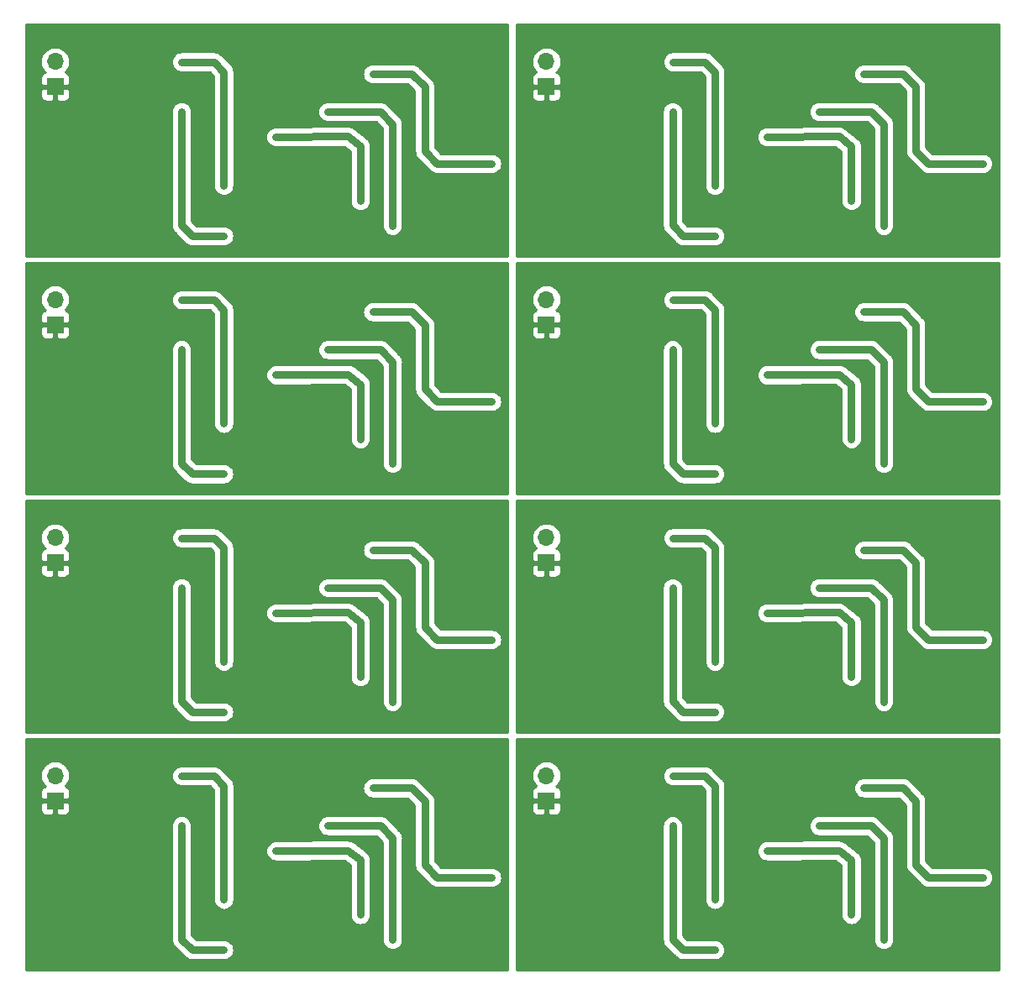
<source format=gbl>
G04 #@! TF.GenerationSoftware,KiCad,Pcbnew,5.1.4*
G04 #@! TF.CreationDate,2019-11-06T22:36:36+09:00*
G04 #@! TF.ProjectId,computerScienceExperience2,636f6d70-7574-4657-9253-6369656e6365,rev?*
G04 #@! TF.SameCoordinates,Original*
G04 #@! TF.FileFunction,Copper,L2,Bot*
G04 #@! TF.FilePolarity,Positive*
%FSLAX46Y46*%
G04 Gerber Fmt 4.6, Leading zero omitted, Abs format (unit mm)*
G04 Created by KiCad (PCBNEW 5.1.4) date 2019-11-06 22:36:36*
%MOMM*%
%LPD*%
G04 APERTURE LIST*
%ADD10O,1.700000X1.700000*%
%ADD11R,1.700000X1.700000*%
%ADD12C,0.650000*%
%ADD13C,0.250000*%
%ADD14C,0.800000*%
%ADD15C,0.300000*%
%ADD16C,0.254000*%
G04 APERTURE END LIST*
D10*
X104500000Y-132460000D03*
D11*
X104500000Y-135000000D03*
D10*
X154000000Y-132460000D03*
D11*
X154000000Y-135000000D03*
D10*
X154000000Y-108460000D03*
D11*
X154000000Y-111000000D03*
D10*
X104500000Y-108460000D03*
D11*
X104500000Y-111000000D03*
D10*
X104500000Y-84460000D03*
D11*
X104500000Y-87000000D03*
D10*
X154000000Y-84460000D03*
D11*
X154000000Y-87000000D03*
D10*
X154000000Y-60460000D03*
D11*
X154000000Y-63000000D03*
X104500000Y-63000000D03*
D10*
X104500000Y-60460000D03*
D12*
X126750000Y-68060000D03*
X135250000Y-74500000D03*
X176250000Y-68060000D03*
X176250000Y-92060000D03*
X126750000Y-92060000D03*
X126750000Y-116060000D03*
X176250000Y-116060000D03*
X176250000Y-140060000D03*
X126750000Y-140060000D03*
X184750000Y-74500000D03*
X184750000Y-98500000D03*
X135250000Y-98500000D03*
X135250000Y-122500000D03*
X184750000Y-122500000D03*
X184750000Y-146500000D03*
X135250000Y-146500000D03*
X138500000Y-77000000D03*
X131980000Y-65520000D03*
X188000000Y-77000000D03*
X188000000Y-101000000D03*
X138500000Y-101000000D03*
X138500000Y-125000000D03*
X188000000Y-125000000D03*
X188000000Y-149000000D03*
X138500000Y-149000000D03*
X181480000Y-65520000D03*
X181480000Y-89520000D03*
X131980000Y-89520000D03*
X131980000Y-113520000D03*
X181480000Y-113520000D03*
X181480000Y-137520000D03*
X131980000Y-137520000D03*
X121500000Y-72960000D03*
X117250000Y-60500000D03*
X171000000Y-72960000D03*
X171000000Y-96960000D03*
X121500000Y-96960000D03*
X121500000Y-120960000D03*
X171000000Y-120960000D03*
X171000000Y-144960000D03*
X121500000Y-144960000D03*
X166750000Y-60500000D03*
X166750000Y-84500000D03*
X117250000Y-84500000D03*
X117250000Y-108500000D03*
X166750000Y-108500000D03*
X166750000Y-132500000D03*
X117250000Y-132500000D03*
X117230000Y-65520000D03*
X121500000Y-78040000D03*
X166730000Y-65520000D03*
X166730000Y-89520000D03*
X117230000Y-89520000D03*
X117230000Y-113520000D03*
X166730000Y-113520000D03*
X166730000Y-137520000D03*
X117230000Y-137520000D03*
X171000000Y-78040000D03*
X171000000Y-102040000D03*
X121500000Y-102040000D03*
X121500000Y-126040000D03*
X171000000Y-126040000D03*
X171000000Y-150040000D03*
X121500000Y-150040000D03*
X148500000Y-70750000D03*
X136500000Y-61710000D03*
X198000000Y-70750000D03*
X198000000Y-94750000D03*
X148500000Y-94750000D03*
X148500000Y-118750000D03*
X198000000Y-118750000D03*
X198000000Y-142750000D03*
X148500000Y-142750000D03*
X186000000Y-61710000D03*
X186000000Y-85710000D03*
X136500000Y-85710000D03*
X136500000Y-109710000D03*
X186000000Y-109710000D03*
X186000000Y-133710000D03*
X136500000Y-133710000D03*
X102000000Y-57250000D03*
X102000000Y-79500000D03*
X149500000Y-79500000D03*
X149500000Y-57250000D03*
X199000000Y-79500000D03*
X199000000Y-103500000D03*
X149500000Y-103500000D03*
X149500000Y-127500000D03*
X199000000Y-127500000D03*
X199000000Y-151500000D03*
X149500000Y-151500000D03*
X151500000Y-57250000D03*
X151500000Y-81250000D03*
X102000000Y-81250000D03*
X102000000Y-105250000D03*
X151500000Y-105250000D03*
X151500000Y-129250000D03*
X102000000Y-129250000D03*
X151500000Y-79500000D03*
X151500000Y-103500000D03*
X102000000Y-103500000D03*
X102000000Y-127500000D03*
X151500000Y-127500000D03*
X151500000Y-151500000D03*
X102000000Y-151500000D03*
X199000000Y-57250000D03*
X199000000Y-81250000D03*
X149500000Y-81250000D03*
X149500000Y-105250000D03*
X199000000Y-105250000D03*
X199000000Y-129250000D03*
X149500000Y-129250000D03*
D13*
X126750000Y-68060000D02*
X126750000Y-68060000D01*
D14*
X135250000Y-69000000D02*
X135250000Y-74500000D01*
X126750000Y-68060000D02*
X134000000Y-68000000D01*
X134000000Y-68000000D02*
X135250000Y-69000000D01*
X176250000Y-68060000D02*
X183500000Y-68000000D01*
X176250000Y-92060000D02*
X183500000Y-92000000D01*
X126750000Y-92060000D02*
X134000000Y-92000000D01*
X126750000Y-116060000D02*
X134000000Y-116000000D01*
X176250000Y-116060000D02*
X183500000Y-116000000D01*
X176250000Y-140060000D02*
X183500000Y-140000000D01*
X126750000Y-140060000D02*
X134000000Y-140000000D01*
X183500000Y-68000000D02*
X184750000Y-69000000D01*
X183500000Y-92000000D02*
X184750000Y-93000000D01*
X134000000Y-92000000D02*
X135250000Y-93000000D01*
X134000000Y-116000000D02*
X135250000Y-117000000D01*
X183500000Y-116000000D02*
X184750000Y-117000000D01*
X183500000Y-140000000D02*
X184750000Y-141000000D01*
X134000000Y-140000000D02*
X135250000Y-141000000D01*
X184750000Y-69000000D02*
X184750000Y-74500000D01*
X184750000Y-93000000D02*
X184750000Y-98500000D01*
X135250000Y-93000000D02*
X135250000Y-98500000D01*
X135250000Y-117000000D02*
X135250000Y-122500000D01*
X184750000Y-117000000D02*
X184750000Y-122500000D01*
X184750000Y-141000000D02*
X184750000Y-146500000D01*
X135250000Y-141000000D02*
X135250000Y-146500000D01*
D13*
X176250000Y-68060000D02*
X176250000Y-68060000D01*
X176250000Y-92060000D02*
X176250000Y-92060000D01*
X126750000Y-92060000D02*
X126750000Y-92060000D01*
X126750000Y-116060000D02*
X126750000Y-116060000D01*
X176250000Y-116060000D02*
X176250000Y-116060000D01*
X176250000Y-140060000D02*
X176250000Y-140060000D01*
X126750000Y-140060000D02*
X126750000Y-140060000D01*
D14*
X131980000Y-65520000D02*
X137270000Y-65520000D01*
X138500000Y-66750000D02*
X138500000Y-77000000D01*
X137270000Y-65520000D02*
X138500000Y-66750000D01*
X188000000Y-66750000D02*
X188000000Y-77000000D01*
X188000000Y-90750000D02*
X188000000Y-101000000D01*
X138500000Y-90750000D02*
X138500000Y-101000000D01*
X138500000Y-114750000D02*
X138500000Y-125000000D01*
X188000000Y-114750000D02*
X188000000Y-125000000D01*
X188000000Y-138750000D02*
X188000000Y-149000000D01*
X138500000Y-138750000D02*
X138500000Y-149000000D01*
X181480000Y-65520000D02*
X186770000Y-65520000D01*
X181480000Y-89520000D02*
X186770000Y-89520000D01*
X131980000Y-89520000D02*
X137270000Y-89520000D01*
X131980000Y-113520000D02*
X137270000Y-113520000D01*
X181480000Y-113520000D02*
X186770000Y-113520000D01*
X181480000Y-137520000D02*
X186770000Y-137520000D01*
X131980000Y-137520000D02*
X137270000Y-137520000D01*
X186770000Y-65520000D02*
X188000000Y-66750000D01*
X186770000Y-89520000D02*
X188000000Y-90750000D01*
X137270000Y-89520000D02*
X138500000Y-90750000D01*
X137270000Y-113520000D02*
X138500000Y-114750000D01*
X186770000Y-113520000D02*
X188000000Y-114750000D01*
X186770000Y-137520000D02*
X188000000Y-138750000D01*
X137270000Y-137520000D02*
X138500000Y-138750000D01*
D15*
X121500000Y-72960000D02*
X121500000Y-72960000D01*
D14*
X120500000Y-60500000D02*
X117250000Y-60500000D01*
X121500000Y-72960000D02*
X121500000Y-61500000D01*
X121500000Y-61500000D02*
X120500000Y-60500000D01*
X117250000Y-60500000D02*
X117250000Y-60500000D01*
X171000000Y-61500000D02*
X170000000Y-60500000D01*
X171000000Y-85500000D02*
X170000000Y-84500000D01*
X121500000Y-85500000D02*
X120500000Y-84500000D01*
X121500000Y-109500000D02*
X120500000Y-108500000D01*
X171000000Y-109500000D02*
X170000000Y-108500000D01*
X171000000Y-133500000D02*
X170000000Y-132500000D01*
X121500000Y-133500000D02*
X120500000Y-132500000D01*
X166750000Y-60500000D02*
X166750000Y-60500000D01*
X166750000Y-84500000D02*
X166750000Y-84500000D01*
X117250000Y-84500000D02*
X117250000Y-84500000D01*
X117250000Y-108500000D02*
X117250000Y-108500000D01*
X166750000Y-108500000D02*
X166750000Y-108500000D01*
X166750000Y-132500000D02*
X166750000Y-132500000D01*
X117250000Y-132500000D02*
X117250000Y-132500000D01*
D15*
X171000000Y-72960000D02*
X171000000Y-72960000D01*
X171000000Y-96960000D02*
X171000000Y-96960000D01*
X121500000Y-96960000D02*
X121500000Y-96960000D01*
X121500000Y-120960000D02*
X121500000Y-120960000D01*
X171000000Y-120960000D02*
X171000000Y-120960000D01*
X171000000Y-144960000D02*
X171000000Y-144960000D01*
X121500000Y-144960000D02*
X121500000Y-144960000D01*
D14*
X170000000Y-60500000D02*
X166750000Y-60500000D01*
X170000000Y-84500000D02*
X166750000Y-84500000D01*
X120500000Y-84500000D02*
X117250000Y-84500000D01*
X120500000Y-108500000D02*
X117250000Y-108500000D01*
X170000000Y-108500000D02*
X166750000Y-108500000D01*
X170000000Y-132500000D02*
X166750000Y-132500000D01*
X120500000Y-132500000D02*
X117250000Y-132500000D01*
X171000000Y-72960000D02*
X171000000Y-61500000D01*
X171000000Y-96960000D02*
X171000000Y-85500000D01*
X121500000Y-96960000D02*
X121500000Y-85500000D01*
X121500000Y-120960000D02*
X121500000Y-109500000D01*
X171000000Y-120960000D02*
X171000000Y-109500000D01*
X171000000Y-144960000D02*
X171000000Y-133500000D01*
X121500000Y-144960000D02*
X121500000Y-133500000D01*
D15*
X117230000Y-65520000D02*
X117230000Y-65520000D01*
X121500000Y-78040000D02*
X121500000Y-78040000D01*
D14*
X118290000Y-78040000D02*
X121500000Y-78040000D01*
X117230000Y-65520000D02*
X117230000Y-76980000D01*
X117230000Y-76980000D02*
X118290000Y-78040000D01*
X166730000Y-76980000D02*
X167790000Y-78040000D01*
X166730000Y-100980000D02*
X167790000Y-102040000D01*
X117230000Y-100980000D02*
X118290000Y-102040000D01*
X117230000Y-124980000D02*
X118290000Y-126040000D01*
X166730000Y-124980000D02*
X167790000Y-126040000D01*
X166730000Y-148980000D02*
X167790000Y-150040000D01*
X117230000Y-148980000D02*
X118290000Y-150040000D01*
X167790000Y-78040000D02*
X171000000Y-78040000D01*
X167790000Y-102040000D02*
X171000000Y-102040000D01*
X118290000Y-102040000D02*
X121500000Y-102040000D01*
X118290000Y-126040000D02*
X121500000Y-126040000D01*
X167790000Y-126040000D02*
X171000000Y-126040000D01*
X167790000Y-150040000D02*
X171000000Y-150040000D01*
X118290000Y-150040000D02*
X121500000Y-150040000D01*
X166730000Y-65520000D02*
X166730000Y-76980000D01*
X166730000Y-89520000D02*
X166730000Y-100980000D01*
X117230000Y-89520000D02*
X117230000Y-100980000D01*
X117230000Y-113520000D02*
X117230000Y-124980000D01*
X166730000Y-113520000D02*
X166730000Y-124980000D01*
X166730000Y-137520000D02*
X166730000Y-148980000D01*
X117230000Y-137520000D02*
X117230000Y-148980000D01*
D15*
X166730000Y-65520000D02*
X166730000Y-65520000D01*
X166730000Y-89520000D02*
X166730000Y-89520000D01*
X117230000Y-89520000D02*
X117230000Y-89520000D01*
X117230000Y-113520000D02*
X117230000Y-113520000D01*
X166730000Y-113520000D02*
X166730000Y-113520000D01*
X166730000Y-137520000D02*
X166730000Y-137520000D01*
X117230000Y-137520000D02*
X117230000Y-137520000D01*
X171000000Y-78040000D02*
X171000000Y-78040000D01*
X171000000Y-102040000D02*
X171000000Y-102040000D01*
X121500000Y-102040000D02*
X121500000Y-102040000D01*
X121500000Y-126040000D02*
X121500000Y-126040000D01*
X171000000Y-126040000D02*
X171000000Y-126040000D01*
X171000000Y-150040000D02*
X171000000Y-150040000D01*
X121500000Y-150040000D02*
X121500000Y-150040000D01*
D13*
X136500000Y-61710000D02*
X136500000Y-61710000D01*
D14*
X136500000Y-61710000D02*
X140460000Y-61710000D01*
X140460000Y-61710000D02*
X141750000Y-63000000D01*
X141750000Y-63000000D02*
X141750000Y-69500000D01*
X141750000Y-69500000D02*
X143000000Y-70750000D01*
X143000000Y-70750000D02*
X148500000Y-70750000D01*
X189960000Y-61710000D02*
X191250000Y-63000000D01*
X189960000Y-85710000D02*
X191250000Y-87000000D01*
X140460000Y-85710000D02*
X141750000Y-87000000D01*
X140460000Y-109710000D02*
X141750000Y-111000000D01*
X189960000Y-109710000D02*
X191250000Y-111000000D01*
X189960000Y-133710000D02*
X191250000Y-135000000D01*
X140460000Y-133710000D02*
X141750000Y-135000000D01*
X191250000Y-69500000D02*
X192500000Y-70750000D01*
X191250000Y-93500000D02*
X192500000Y-94750000D01*
X141750000Y-93500000D02*
X143000000Y-94750000D01*
X141750000Y-117500000D02*
X143000000Y-118750000D01*
X191250000Y-117500000D02*
X192500000Y-118750000D01*
X191250000Y-141500000D02*
X192500000Y-142750000D01*
X141750000Y-141500000D02*
X143000000Y-142750000D01*
D13*
X186000000Y-61710000D02*
X186000000Y-61710000D01*
X186000000Y-85710000D02*
X186000000Y-85710000D01*
X136500000Y-85710000D02*
X136500000Y-85710000D01*
X136500000Y-109710000D02*
X136500000Y-109710000D01*
X186000000Y-109710000D02*
X186000000Y-109710000D01*
X186000000Y-133710000D02*
X186000000Y-133710000D01*
X136500000Y-133710000D02*
X136500000Y-133710000D01*
D14*
X191250000Y-63000000D02*
X191250000Y-69500000D01*
X191250000Y-87000000D02*
X191250000Y-93500000D01*
X141750000Y-87000000D02*
X141750000Y-93500000D01*
X141750000Y-111000000D02*
X141750000Y-117500000D01*
X191250000Y-111000000D02*
X191250000Y-117500000D01*
X191250000Y-135000000D02*
X191250000Y-141500000D01*
X141750000Y-135000000D02*
X141750000Y-141500000D01*
X192500000Y-70750000D02*
X198000000Y-70750000D01*
X192500000Y-94750000D02*
X198000000Y-94750000D01*
X143000000Y-94750000D02*
X148500000Y-94750000D01*
X143000000Y-118750000D02*
X148500000Y-118750000D01*
X192500000Y-118750000D02*
X198000000Y-118750000D01*
X192500000Y-142750000D02*
X198000000Y-142750000D01*
X143000000Y-142750000D02*
X148500000Y-142750000D01*
X186000000Y-61710000D02*
X189960000Y-61710000D01*
X186000000Y-85710000D02*
X189960000Y-85710000D01*
X136500000Y-85710000D02*
X140460000Y-85710000D01*
X136500000Y-109710000D02*
X140460000Y-109710000D01*
X186000000Y-109710000D02*
X189960000Y-109710000D01*
X186000000Y-133710000D02*
X189960000Y-133710000D01*
X136500000Y-133710000D02*
X140460000Y-133710000D01*
D16*
G36*
X150073000Y-80073000D02*
G01*
X101527000Y-80073000D01*
X101527000Y-76980000D01*
X116189994Y-76980000D01*
X116209977Y-77182895D01*
X116269160Y-77377993D01*
X116365266Y-77557797D01*
X116434375Y-77642006D01*
X116494605Y-77715396D01*
X116534092Y-77747802D01*
X117522197Y-78735908D01*
X117554604Y-78775396D01*
X117594092Y-78807803D01*
X117712202Y-78904734D01*
X117808309Y-78956104D01*
X117892007Y-79000841D01*
X118087105Y-79060024D01*
X118239162Y-79075000D01*
X118239171Y-79075000D01*
X118289999Y-79080006D01*
X118340827Y-79075000D01*
X121550838Y-79075000D01*
X121702895Y-79060024D01*
X121897993Y-79000841D01*
X122077797Y-78904734D01*
X122235396Y-78775396D01*
X122364734Y-78617797D01*
X122460841Y-78437993D01*
X122520024Y-78242895D01*
X122540007Y-78040000D01*
X122520024Y-77837105D01*
X122460841Y-77642007D01*
X122364734Y-77462203D01*
X122235396Y-77304604D01*
X122077797Y-77175266D01*
X121897993Y-77079159D01*
X121702895Y-77019976D01*
X121550838Y-77005000D01*
X118718711Y-77005000D01*
X118265000Y-76551290D01*
X118265000Y-65469162D01*
X118250024Y-65317105D01*
X118190841Y-65122007D01*
X118094734Y-64942203D01*
X117965396Y-64784604D01*
X117807797Y-64655266D01*
X117627992Y-64559159D01*
X117432894Y-64499976D01*
X117230000Y-64479993D01*
X117027105Y-64499976D01*
X116832007Y-64559159D01*
X116652203Y-64655266D01*
X116494604Y-64784604D01*
X116365266Y-64942203D01*
X116269159Y-65122008D01*
X116209976Y-65317106D01*
X116195000Y-65469163D01*
X116195001Y-76929162D01*
X116189994Y-76980000D01*
X101527000Y-76980000D01*
X101527000Y-63850000D01*
X103011928Y-63850000D01*
X103024188Y-63974482D01*
X103060498Y-64094180D01*
X103119463Y-64204494D01*
X103198815Y-64301185D01*
X103295506Y-64380537D01*
X103405820Y-64439502D01*
X103525518Y-64475812D01*
X103650000Y-64488072D01*
X104214250Y-64485000D01*
X104373000Y-64326250D01*
X104373000Y-63127000D01*
X104627000Y-63127000D01*
X104627000Y-64326250D01*
X104785750Y-64485000D01*
X105350000Y-64488072D01*
X105474482Y-64475812D01*
X105594180Y-64439502D01*
X105704494Y-64380537D01*
X105801185Y-64301185D01*
X105880537Y-64204494D01*
X105939502Y-64094180D01*
X105975812Y-63974482D01*
X105988072Y-63850000D01*
X105985000Y-63285750D01*
X105826250Y-63127000D01*
X104627000Y-63127000D01*
X104373000Y-63127000D01*
X103173750Y-63127000D01*
X103015000Y-63285750D01*
X103011928Y-63850000D01*
X101527000Y-63850000D01*
X101527000Y-60460000D01*
X103007815Y-60460000D01*
X103036487Y-60751111D01*
X103121401Y-61031034D01*
X103259294Y-61289014D01*
X103444866Y-61515134D01*
X103474687Y-61539607D01*
X103405820Y-61560498D01*
X103295506Y-61619463D01*
X103198815Y-61698815D01*
X103119463Y-61795506D01*
X103060498Y-61905820D01*
X103024188Y-62025518D01*
X103011928Y-62150000D01*
X103015000Y-62714250D01*
X103173750Y-62873000D01*
X104373000Y-62873000D01*
X104373000Y-62853000D01*
X104627000Y-62853000D01*
X104627000Y-62873000D01*
X105826250Y-62873000D01*
X105985000Y-62714250D01*
X105988072Y-62150000D01*
X105975812Y-62025518D01*
X105939502Y-61905820D01*
X105880537Y-61795506D01*
X105801185Y-61698815D01*
X105704494Y-61619463D01*
X105594180Y-61560498D01*
X105525313Y-61539607D01*
X105555134Y-61515134D01*
X105740706Y-61289014D01*
X105878599Y-61031034D01*
X105963513Y-60751111D01*
X105988245Y-60500000D01*
X116209993Y-60500000D01*
X116229976Y-60702895D01*
X116289159Y-60897993D01*
X116385266Y-61077797D01*
X116514604Y-61235396D01*
X116672203Y-61364734D01*
X116852007Y-61460841D01*
X117047105Y-61520024D01*
X117199162Y-61535000D01*
X120071290Y-61535000D01*
X120465001Y-61928712D01*
X120465000Y-73010837D01*
X120479976Y-73162894D01*
X120539159Y-73357992D01*
X120635266Y-73537797D01*
X120764604Y-73695396D01*
X120922203Y-73824734D01*
X121102007Y-73920841D01*
X121297105Y-73980024D01*
X121500000Y-74000007D01*
X121702894Y-73980024D01*
X121897992Y-73920841D01*
X122077797Y-73824734D01*
X122235396Y-73695396D01*
X122364734Y-73537797D01*
X122460841Y-73357993D01*
X122520024Y-73162895D01*
X122535000Y-73010838D01*
X122535000Y-68068606D01*
X125710029Y-68068606D01*
X125731691Y-68271329D01*
X125792486Y-68465930D01*
X125890078Y-68644933D01*
X126020716Y-68801456D01*
X126179379Y-68929485D01*
X126359973Y-69024101D01*
X126555554Y-69081668D01*
X126707729Y-69095385D01*
X133640703Y-69038008D01*
X134215000Y-69497446D01*
X134215001Y-74550838D01*
X134229977Y-74702895D01*
X134289160Y-74897993D01*
X134385267Y-75077797D01*
X134514605Y-75235396D01*
X134672204Y-75364734D01*
X134852008Y-75460841D01*
X135047106Y-75520024D01*
X135250000Y-75540007D01*
X135452895Y-75520024D01*
X135647993Y-75460841D01*
X135827797Y-75364734D01*
X135985396Y-75235396D01*
X136114734Y-75077797D01*
X136210841Y-74897993D01*
X136270024Y-74702895D01*
X136285000Y-74550838D01*
X136285000Y-69095410D01*
X136286190Y-69089011D01*
X136285000Y-68993689D01*
X136285000Y-68949162D01*
X136284363Y-68942699D01*
X136283645Y-68885150D01*
X136274398Y-68841516D01*
X136270024Y-68797105D01*
X136253310Y-68742007D01*
X136241378Y-68685703D01*
X136223794Y-68644706D01*
X136210841Y-68602007D01*
X136183701Y-68551232D01*
X136161012Y-68498333D01*
X136135767Y-68461553D01*
X136114734Y-68422203D01*
X136078216Y-68377706D01*
X136045638Y-68330242D01*
X136013696Y-68299087D01*
X135985396Y-68264604D01*
X135940904Y-68228090D01*
X135936257Y-68223558D01*
X135901502Y-68195754D01*
X135827797Y-68135266D01*
X135822056Y-68132197D01*
X134647964Y-67192925D01*
X134570620Y-67130515D01*
X134523441Y-67105797D01*
X134478769Y-67076748D01*
X134433342Y-67058592D01*
X134390027Y-67035899D01*
X134338927Y-67020858D01*
X134289452Y-67001085D01*
X134241369Y-66992143D01*
X134194446Y-66978332D01*
X134141379Y-66973549D01*
X134089011Y-66963810D01*
X133989522Y-66965052D01*
X126690599Y-67025457D01*
X126538671Y-67041691D01*
X126344070Y-67102486D01*
X126165067Y-67200078D01*
X126008544Y-67330716D01*
X125880515Y-67489379D01*
X125785899Y-67669973D01*
X125728332Y-67865554D01*
X125710029Y-68068606D01*
X122535000Y-68068606D01*
X122535000Y-65520000D01*
X130939993Y-65520000D01*
X130959976Y-65722895D01*
X131019159Y-65917993D01*
X131115266Y-66097797D01*
X131244604Y-66255396D01*
X131402203Y-66384734D01*
X131582007Y-66480841D01*
X131777105Y-66540024D01*
X131929162Y-66555000D01*
X136841290Y-66555000D01*
X137465000Y-67178711D01*
X137465001Y-77050838D01*
X137479977Y-77202895D01*
X137539160Y-77397993D01*
X137635267Y-77577797D01*
X137764605Y-77735396D01*
X137922204Y-77864734D01*
X138102008Y-77960841D01*
X138297106Y-78020024D01*
X138500000Y-78040007D01*
X138702895Y-78020024D01*
X138897993Y-77960841D01*
X139077797Y-77864734D01*
X139235396Y-77735396D01*
X139364734Y-77577797D01*
X139460841Y-77397993D01*
X139520024Y-77202895D01*
X139535000Y-77050838D01*
X139535000Y-66800835D01*
X139540007Y-66750000D01*
X139535000Y-66699162D01*
X139520024Y-66547105D01*
X139460841Y-66352007D01*
X139414699Y-66265681D01*
X139364734Y-66172202D01*
X139267803Y-66054092D01*
X139235396Y-66014604D01*
X139195908Y-65982197D01*
X138037807Y-64824097D01*
X138005396Y-64784604D01*
X137847797Y-64655266D01*
X137667993Y-64559159D01*
X137472895Y-64499976D01*
X137320838Y-64485000D01*
X137320828Y-64485000D01*
X137270000Y-64479994D01*
X137219172Y-64485000D01*
X131929162Y-64485000D01*
X131777105Y-64499976D01*
X131582007Y-64559159D01*
X131402203Y-64655266D01*
X131244604Y-64784604D01*
X131115266Y-64942203D01*
X131019159Y-65122007D01*
X130959976Y-65317105D01*
X130939993Y-65520000D01*
X122535000Y-65520000D01*
X122535000Y-61710000D01*
X135459993Y-61710000D01*
X135479976Y-61912895D01*
X135539159Y-62107993D01*
X135635266Y-62287797D01*
X135764604Y-62445396D01*
X135922203Y-62574734D01*
X136102007Y-62670841D01*
X136297105Y-62730024D01*
X136449162Y-62745000D01*
X140031290Y-62745000D01*
X140715000Y-63428711D01*
X140715001Y-69449162D01*
X140709994Y-69500000D01*
X140729977Y-69702895D01*
X140789160Y-69897993D01*
X140885266Y-70077797D01*
X140962743Y-70172202D01*
X141014605Y-70235396D01*
X141054092Y-70267802D01*
X142232197Y-71445908D01*
X142264604Y-71485396D01*
X142304092Y-71517803D01*
X142422202Y-71614734D01*
X142518309Y-71666104D01*
X142602007Y-71710841D01*
X142797105Y-71770024D01*
X142949162Y-71785000D01*
X142949164Y-71785000D01*
X143000000Y-71790007D01*
X143050835Y-71785000D01*
X148550838Y-71785000D01*
X148702895Y-71770024D01*
X148897993Y-71710841D01*
X149077797Y-71614734D01*
X149235396Y-71485396D01*
X149364734Y-71327797D01*
X149460841Y-71147993D01*
X149520024Y-70952895D01*
X149540007Y-70750000D01*
X149520024Y-70547105D01*
X149460841Y-70352007D01*
X149364734Y-70172203D01*
X149235396Y-70014604D01*
X149077797Y-69885266D01*
X148897993Y-69789159D01*
X148702895Y-69729976D01*
X148550838Y-69715000D01*
X143428711Y-69715000D01*
X142785000Y-69071290D01*
X142785000Y-63050827D01*
X142790006Y-62999999D01*
X142785000Y-62949171D01*
X142785000Y-62949162D01*
X142770024Y-62797105D01*
X142710841Y-62602007D01*
X142614734Y-62422203D01*
X142485396Y-62264604D01*
X142445908Y-62232197D01*
X141227807Y-61014097D01*
X141195396Y-60974604D01*
X141037797Y-60845266D01*
X140857993Y-60749159D01*
X140662895Y-60689976D01*
X140510838Y-60675000D01*
X140510828Y-60675000D01*
X140460000Y-60669994D01*
X140409172Y-60675000D01*
X136449162Y-60675000D01*
X136297105Y-60689976D01*
X136102007Y-60749159D01*
X135922203Y-60845266D01*
X135764604Y-60974604D01*
X135635266Y-61132203D01*
X135539159Y-61312007D01*
X135479976Y-61507105D01*
X135459993Y-61710000D01*
X122535000Y-61710000D01*
X122535000Y-61550835D01*
X122540007Y-61500000D01*
X122535000Y-61449162D01*
X122520024Y-61297105D01*
X122470001Y-61132203D01*
X122460841Y-61102006D01*
X122364734Y-60922202D01*
X122267803Y-60804092D01*
X122235396Y-60764604D01*
X122195908Y-60732197D01*
X121267807Y-59804097D01*
X121235396Y-59764604D01*
X121077797Y-59635266D01*
X120897993Y-59539159D01*
X120702895Y-59479976D01*
X120550838Y-59465000D01*
X120550828Y-59465000D01*
X120500000Y-59459994D01*
X120449172Y-59465000D01*
X117199162Y-59465000D01*
X117047105Y-59479976D01*
X116852007Y-59539159D01*
X116672203Y-59635266D01*
X116514604Y-59764604D01*
X116385266Y-59922203D01*
X116289159Y-60102007D01*
X116229976Y-60297105D01*
X116209993Y-60500000D01*
X105988245Y-60500000D01*
X105992185Y-60460000D01*
X105963513Y-60168889D01*
X105878599Y-59888966D01*
X105740706Y-59630986D01*
X105555134Y-59404866D01*
X105329014Y-59219294D01*
X105071034Y-59081401D01*
X104791111Y-58996487D01*
X104572950Y-58975000D01*
X104427050Y-58975000D01*
X104208889Y-58996487D01*
X103928966Y-59081401D01*
X103670986Y-59219294D01*
X103444866Y-59404866D01*
X103259294Y-59630986D01*
X103121401Y-59888966D01*
X103036487Y-60168889D01*
X103007815Y-60460000D01*
X101527000Y-60460000D01*
X101527000Y-56727000D01*
X150073000Y-56727000D01*
X150073000Y-80073000D01*
X150073000Y-80073000D01*
G37*
X150073000Y-80073000D02*
X101527000Y-80073000D01*
X101527000Y-76980000D01*
X116189994Y-76980000D01*
X116209977Y-77182895D01*
X116269160Y-77377993D01*
X116365266Y-77557797D01*
X116434375Y-77642006D01*
X116494605Y-77715396D01*
X116534092Y-77747802D01*
X117522197Y-78735908D01*
X117554604Y-78775396D01*
X117594092Y-78807803D01*
X117712202Y-78904734D01*
X117808309Y-78956104D01*
X117892007Y-79000841D01*
X118087105Y-79060024D01*
X118239162Y-79075000D01*
X118239171Y-79075000D01*
X118289999Y-79080006D01*
X118340827Y-79075000D01*
X121550838Y-79075000D01*
X121702895Y-79060024D01*
X121897993Y-79000841D01*
X122077797Y-78904734D01*
X122235396Y-78775396D01*
X122364734Y-78617797D01*
X122460841Y-78437993D01*
X122520024Y-78242895D01*
X122540007Y-78040000D01*
X122520024Y-77837105D01*
X122460841Y-77642007D01*
X122364734Y-77462203D01*
X122235396Y-77304604D01*
X122077797Y-77175266D01*
X121897993Y-77079159D01*
X121702895Y-77019976D01*
X121550838Y-77005000D01*
X118718711Y-77005000D01*
X118265000Y-76551290D01*
X118265000Y-65469162D01*
X118250024Y-65317105D01*
X118190841Y-65122007D01*
X118094734Y-64942203D01*
X117965396Y-64784604D01*
X117807797Y-64655266D01*
X117627992Y-64559159D01*
X117432894Y-64499976D01*
X117230000Y-64479993D01*
X117027105Y-64499976D01*
X116832007Y-64559159D01*
X116652203Y-64655266D01*
X116494604Y-64784604D01*
X116365266Y-64942203D01*
X116269159Y-65122008D01*
X116209976Y-65317106D01*
X116195000Y-65469163D01*
X116195001Y-76929162D01*
X116189994Y-76980000D01*
X101527000Y-76980000D01*
X101527000Y-63850000D01*
X103011928Y-63850000D01*
X103024188Y-63974482D01*
X103060498Y-64094180D01*
X103119463Y-64204494D01*
X103198815Y-64301185D01*
X103295506Y-64380537D01*
X103405820Y-64439502D01*
X103525518Y-64475812D01*
X103650000Y-64488072D01*
X104214250Y-64485000D01*
X104373000Y-64326250D01*
X104373000Y-63127000D01*
X104627000Y-63127000D01*
X104627000Y-64326250D01*
X104785750Y-64485000D01*
X105350000Y-64488072D01*
X105474482Y-64475812D01*
X105594180Y-64439502D01*
X105704494Y-64380537D01*
X105801185Y-64301185D01*
X105880537Y-64204494D01*
X105939502Y-64094180D01*
X105975812Y-63974482D01*
X105988072Y-63850000D01*
X105985000Y-63285750D01*
X105826250Y-63127000D01*
X104627000Y-63127000D01*
X104373000Y-63127000D01*
X103173750Y-63127000D01*
X103015000Y-63285750D01*
X103011928Y-63850000D01*
X101527000Y-63850000D01*
X101527000Y-60460000D01*
X103007815Y-60460000D01*
X103036487Y-60751111D01*
X103121401Y-61031034D01*
X103259294Y-61289014D01*
X103444866Y-61515134D01*
X103474687Y-61539607D01*
X103405820Y-61560498D01*
X103295506Y-61619463D01*
X103198815Y-61698815D01*
X103119463Y-61795506D01*
X103060498Y-61905820D01*
X103024188Y-62025518D01*
X103011928Y-62150000D01*
X103015000Y-62714250D01*
X103173750Y-62873000D01*
X104373000Y-62873000D01*
X104373000Y-62853000D01*
X104627000Y-62853000D01*
X104627000Y-62873000D01*
X105826250Y-62873000D01*
X105985000Y-62714250D01*
X105988072Y-62150000D01*
X105975812Y-62025518D01*
X105939502Y-61905820D01*
X105880537Y-61795506D01*
X105801185Y-61698815D01*
X105704494Y-61619463D01*
X105594180Y-61560498D01*
X105525313Y-61539607D01*
X105555134Y-61515134D01*
X105740706Y-61289014D01*
X105878599Y-61031034D01*
X105963513Y-60751111D01*
X105988245Y-60500000D01*
X116209993Y-60500000D01*
X116229976Y-60702895D01*
X116289159Y-60897993D01*
X116385266Y-61077797D01*
X116514604Y-61235396D01*
X116672203Y-61364734D01*
X116852007Y-61460841D01*
X117047105Y-61520024D01*
X117199162Y-61535000D01*
X120071290Y-61535000D01*
X120465001Y-61928712D01*
X120465000Y-73010837D01*
X120479976Y-73162894D01*
X120539159Y-73357992D01*
X120635266Y-73537797D01*
X120764604Y-73695396D01*
X120922203Y-73824734D01*
X121102007Y-73920841D01*
X121297105Y-73980024D01*
X121500000Y-74000007D01*
X121702894Y-73980024D01*
X121897992Y-73920841D01*
X122077797Y-73824734D01*
X122235396Y-73695396D01*
X122364734Y-73537797D01*
X122460841Y-73357993D01*
X122520024Y-73162895D01*
X122535000Y-73010838D01*
X122535000Y-68068606D01*
X125710029Y-68068606D01*
X125731691Y-68271329D01*
X125792486Y-68465930D01*
X125890078Y-68644933D01*
X126020716Y-68801456D01*
X126179379Y-68929485D01*
X126359973Y-69024101D01*
X126555554Y-69081668D01*
X126707729Y-69095385D01*
X133640703Y-69038008D01*
X134215000Y-69497446D01*
X134215001Y-74550838D01*
X134229977Y-74702895D01*
X134289160Y-74897993D01*
X134385267Y-75077797D01*
X134514605Y-75235396D01*
X134672204Y-75364734D01*
X134852008Y-75460841D01*
X135047106Y-75520024D01*
X135250000Y-75540007D01*
X135452895Y-75520024D01*
X135647993Y-75460841D01*
X135827797Y-75364734D01*
X135985396Y-75235396D01*
X136114734Y-75077797D01*
X136210841Y-74897993D01*
X136270024Y-74702895D01*
X136285000Y-74550838D01*
X136285000Y-69095410D01*
X136286190Y-69089011D01*
X136285000Y-68993689D01*
X136285000Y-68949162D01*
X136284363Y-68942699D01*
X136283645Y-68885150D01*
X136274398Y-68841516D01*
X136270024Y-68797105D01*
X136253310Y-68742007D01*
X136241378Y-68685703D01*
X136223794Y-68644706D01*
X136210841Y-68602007D01*
X136183701Y-68551232D01*
X136161012Y-68498333D01*
X136135767Y-68461553D01*
X136114734Y-68422203D01*
X136078216Y-68377706D01*
X136045638Y-68330242D01*
X136013696Y-68299087D01*
X135985396Y-68264604D01*
X135940904Y-68228090D01*
X135936257Y-68223558D01*
X135901502Y-68195754D01*
X135827797Y-68135266D01*
X135822056Y-68132197D01*
X134647964Y-67192925D01*
X134570620Y-67130515D01*
X134523441Y-67105797D01*
X134478769Y-67076748D01*
X134433342Y-67058592D01*
X134390027Y-67035899D01*
X134338927Y-67020858D01*
X134289452Y-67001085D01*
X134241369Y-66992143D01*
X134194446Y-66978332D01*
X134141379Y-66973549D01*
X134089011Y-66963810D01*
X133989522Y-66965052D01*
X126690599Y-67025457D01*
X126538671Y-67041691D01*
X126344070Y-67102486D01*
X126165067Y-67200078D01*
X126008544Y-67330716D01*
X125880515Y-67489379D01*
X125785899Y-67669973D01*
X125728332Y-67865554D01*
X125710029Y-68068606D01*
X122535000Y-68068606D01*
X122535000Y-65520000D01*
X130939993Y-65520000D01*
X130959976Y-65722895D01*
X131019159Y-65917993D01*
X131115266Y-66097797D01*
X131244604Y-66255396D01*
X131402203Y-66384734D01*
X131582007Y-66480841D01*
X131777105Y-66540024D01*
X131929162Y-66555000D01*
X136841290Y-66555000D01*
X137465000Y-67178711D01*
X137465001Y-77050838D01*
X137479977Y-77202895D01*
X137539160Y-77397993D01*
X137635267Y-77577797D01*
X137764605Y-77735396D01*
X137922204Y-77864734D01*
X138102008Y-77960841D01*
X138297106Y-78020024D01*
X138500000Y-78040007D01*
X138702895Y-78020024D01*
X138897993Y-77960841D01*
X139077797Y-77864734D01*
X139235396Y-77735396D01*
X139364734Y-77577797D01*
X139460841Y-77397993D01*
X139520024Y-77202895D01*
X139535000Y-77050838D01*
X139535000Y-66800835D01*
X139540007Y-66750000D01*
X139535000Y-66699162D01*
X139520024Y-66547105D01*
X139460841Y-66352007D01*
X139414699Y-66265681D01*
X139364734Y-66172202D01*
X139267803Y-66054092D01*
X139235396Y-66014604D01*
X139195908Y-65982197D01*
X138037807Y-64824097D01*
X138005396Y-64784604D01*
X137847797Y-64655266D01*
X137667993Y-64559159D01*
X137472895Y-64499976D01*
X137320838Y-64485000D01*
X137320828Y-64485000D01*
X137270000Y-64479994D01*
X137219172Y-64485000D01*
X131929162Y-64485000D01*
X131777105Y-64499976D01*
X131582007Y-64559159D01*
X131402203Y-64655266D01*
X131244604Y-64784604D01*
X131115266Y-64942203D01*
X131019159Y-65122007D01*
X130959976Y-65317105D01*
X130939993Y-65520000D01*
X122535000Y-65520000D01*
X122535000Y-61710000D01*
X135459993Y-61710000D01*
X135479976Y-61912895D01*
X135539159Y-62107993D01*
X135635266Y-62287797D01*
X135764604Y-62445396D01*
X135922203Y-62574734D01*
X136102007Y-62670841D01*
X136297105Y-62730024D01*
X136449162Y-62745000D01*
X140031290Y-62745000D01*
X140715000Y-63428711D01*
X140715001Y-69449162D01*
X140709994Y-69500000D01*
X140729977Y-69702895D01*
X140789160Y-69897993D01*
X140885266Y-70077797D01*
X140962743Y-70172202D01*
X141014605Y-70235396D01*
X141054092Y-70267802D01*
X142232197Y-71445908D01*
X142264604Y-71485396D01*
X142304092Y-71517803D01*
X142422202Y-71614734D01*
X142518309Y-71666104D01*
X142602007Y-71710841D01*
X142797105Y-71770024D01*
X142949162Y-71785000D01*
X142949164Y-71785000D01*
X143000000Y-71790007D01*
X143050835Y-71785000D01*
X148550838Y-71785000D01*
X148702895Y-71770024D01*
X148897993Y-71710841D01*
X149077797Y-71614734D01*
X149235396Y-71485396D01*
X149364734Y-71327797D01*
X149460841Y-71147993D01*
X149520024Y-70952895D01*
X149540007Y-70750000D01*
X149520024Y-70547105D01*
X149460841Y-70352007D01*
X149364734Y-70172203D01*
X149235396Y-70014604D01*
X149077797Y-69885266D01*
X148897993Y-69789159D01*
X148702895Y-69729976D01*
X148550838Y-69715000D01*
X143428711Y-69715000D01*
X142785000Y-69071290D01*
X142785000Y-63050827D01*
X142790006Y-62999999D01*
X142785000Y-62949171D01*
X142785000Y-62949162D01*
X142770024Y-62797105D01*
X142710841Y-62602007D01*
X142614734Y-62422203D01*
X142485396Y-62264604D01*
X142445908Y-62232197D01*
X141227807Y-61014097D01*
X141195396Y-60974604D01*
X141037797Y-60845266D01*
X140857993Y-60749159D01*
X140662895Y-60689976D01*
X140510838Y-60675000D01*
X140510828Y-60675000D01*
X140460000Y-60669994D01*
X140409172Y-60675000D01*
X136449162Y-60675000D01*
X136297105Y-60689976D01*
X136102007Y-60749159D01*
X135922203Y-60845266D01*
X135764604Y-60974604D01*
X135635266Y-61132203D01*
X135539159Y-61312007D01*
X135479976Y-61507105D01*
X135459993Y-61710000D01*
X122535000Y-61710000D01*
X122535000Y-61550835D01*
X122540007Y-61500000D01*
X122535000Y-61449162D01*
X122520024Y-61297105D01*
X122470001Y-61132203D01*
X122460841Y-61102006D01*
X122364734Y-60922202D01*
X122267803Y-60804092D01*
X122235396Y-60764604D01*
X122195908Y-60732197D01*
X121267807Y-59804097D01*
X121235396Y-59764604D01*
X121077797Y-59635266D01*
X120897993Y-59539159D01*
X120702895Y-59479976D01*
X120550838Y-59465000D01*
X120550828Y-59465000D01*
X120500000Y-59459994D01*
X120449172Y-59465000D01*
X117199162Y-59465000D01*
X117047105Y-59479976D01*
X116852007Y-59539159D01*
X116672203Y-59635266D01*
X116514604Y-59764604D01*
X116385266Y-59922203D01*
X116289159Y-60102007D01*
X116229976Y-60297105D01*
X116209993Y-60500000D01*
X105988245Y-60500000D01*
X105992185Y-60460000D01*
X105963513Y-60168889D01*
X105878599Y-59888966D01*
X105740706Y-59630986D01*
X105555134Y-59404866D01*
X105329014Y-59219294D01*
X105071034Y-59081401D01*
X104791111Y-58996487D01*
X104572950Y-58975000D01*
X104427050Y-58975000D01*
X104208889Y-58996487D01*
X103928966Y-59081401D01*
X103670986Y-59219294D01*
X103444866Y-59404866D01*
X103259294Y-59630986D01*
X103121401Y-59888966D01*
X103036487Y-60168889D01*
X103007815Y-60460000D01*
X101527000Y-60460000D01*
X101527000Y-56727000D01*
X150073000Y-56727000D01*
X150073000Y-80073000D01*
G36*
X199573000Y-80073000D02*
G01*
X151027000Y-80073000D01*
X151027000Y-76980000D01*
X165689994Y-76980000D01*
X165709977Y-77182895D01*
X165769160Y-77377993D01*
X165865266Y-77557797D01*
X165934375Y-77642006D01*
X165994605Y-77715396D01*
X166034092Y-77747802D01*
X167022197Y-78735908D01*
X167054604Y-78775396D01*
X167094092Y-78807803D01*
X167212202Y-78904734D01*
X167308309Y-78956104D01*
X167392007Y-79000841D01*
X167587105Y-79060024D01*
X167739162Y-79075000D01*
X167739171Y-79075000D01*
X167789999Y-79080006D01*
X167840827Y-79075000D01*
X171050838Y-79075000D01*
X171202895Y-79060024D01*
X171397993Y-79000841D01*
X171577797Y-78904734D01*
X171735396Y-78775396D01*
X171864734Y-78617797D01*
X171960841Y-78437993D01*
X172020024Y-78242895D01*
X172040007Y-78040000D01*
X172020024Y-77837105D01*
X171960841Y-77642007D01*
X171864734Y-77462203D01*
X171735396Y-77304604D01*
X171577797Y-77175266D01*
X171397993Y-77079159D01*
X171202895Y-77019976D01*
X171050838Y-77005000D01*
X168218711Y-77005000D01*
X167765000Y-76551290D01*
X167765000Y-65469162D01*
X167750024Y-65317105D01*
X167690841Y-65122007D01*
X167594734Y-64942203D01*
X167465396Y-64784604D01*
X167307797Y-64655266D01*
X167127992Y-64559159D01*
X166932894Y-64499976D01*
X166730000Y-64479993D01*
X166527105Y-64499976D01*
X166332007Y-64559159D01*
X166152203Y-64655266D01*
X165994604Y-64784604D01*
X165865266Y-64942203D01*
X165769159Y-65122008D01*
X165709976Y-65317106D01*
X165695000Y-65469163D01*
X165695001Y-76929162D01*
X165689994Y-76980000D01*
X151027000Y-76980000D01*
X151027000Y-63850000D01*
X152511928Y-63850000D01*
X152524188Y-63974482D01*
X152560498Y-64094180D01*
X152619463Y-64204494D01*
X152698815Y-64301185D01*
X152795506Y-64380537D01*
X152905820Y-64439502D01*
X153025518Y-64475812D01*
X153150000Y-64488072D01*
X153714250Y-64485000D01*
X153873000Y-64326250D01*
X153873000Y-63127000D01*
X154127000Y-63127000D01*
X154127000Y-64326250D01*
X154285750Y-64485000D01*
X154850000Y-64488072D01*
X154974482Y-64475812D01*
X155094180Y-64439502D01*
X155204494Y-64380537D01*
X155301185Y-64301185D01*
X155380537Y-64204494D01*
X155439502Y-64094180D01*
X155475812Y-63974482D01*
X155488072Y-63850000D01*
X155485000Y-63285750D01*
X155326250Y-63127000D01*
X154127000Y-63127000D01*
X153873000Y-63127000D01*
X152673750Y-63127000D01*
X152515000Y-63285750D01*
X152511928Y-63850000D01*
X151027000Y-63850000D01*
X151027000Y-60460000D01*
X152507815Y-60460000D01*
X152536487Y-60751111D01*
X152621401Y-61031034D01*
X152759294Y-61289014D01*
X152944866Y-61515134D01*
X152974687Y-61539607D01*
X152905820Y-61560498D01*
X152795506Y-61619463D01*
X152698815Y-61698815D01*
X152619463Y-61795506D01*
X152560498Y-61905820D01*
X152524188Y-62025518D01*
X152511928Y-62150000D01*
X152515000Y-62714250D01*
X152673750Y-62873000D01*
X153873000Y-62873000D01*
X153873000Y-62853000D01*
X154127000Y-62853000D01*
X154127000Y-62873000D01*
X155326250Y-62873000D01*
X155485000Y-62714250D01*
X155488072Y-62150000D01*
X155475812Y-62025518D01*
X155439502Y-61905820D01*
X155380537Y-61795506D01*
X155301185Y-61698815D01*
X155204494Y-61619463D01*
X155094180Y-61560498D01*
X155025313Y-61539607D01*
X155055134Y-61515134D01*
X155240706Y-61289014D01*
X155378599Y-61031034D01*
X155463513Y-60751111D01*
X155488245Y-60500000D01*
X165709993Y-60500000D01*
X165729976Y-60702895D01*
X165789159Y-60897993D01*
X165885266Y-61077797D01*
X166014604Y-61235396D01*
X166172203Y-61364734D01*
X166352007Y-61460841D01*
X166547105Y-61520024D01*
X166699162Y-61535000D01*
X169571290Y-61535000D01*
X169965001Y-61928712D01*
X169965000Y-73010837D01*
X169979976Y-73162894D01*
X170039159Y-73357992D01*
X170135266Y-73537797D01*
X170264604Y-73695396D01*
X170422203Y-73824734D01*
X170602007Y-73920841D01*
X170797105Y-73980024D01*
X171000000Y-74000007D01*
X171202894Y-73980024D01*
X171397992Y-73920841D01*
X171577797Y-73824734D01*
X171735396Y-73695396D01*
X171864734Y-73537797D01*
X171960841Y-73357993D01*
X172020024Y-73162895D01*
X172035000Y-73010838D01*
X172035000Y-68068606D01*
X175210029Y-68068606D01*
X175231691Y-68271329D01*
X175292486Y-68465930D01*
X175390078Y-68644933D01*
X175520716Y-68801456D01*
X175679379Y-68929485D01*
X175859973Y-69024101D01*
X176055554Y-69081668D01*
X176207729Y-69095385D01*
X183140703Y-69038008D01*
X183715000Y-69497446D01*
X183715001Y-74550838D01*
X183729977Y-74702895D01*
X183789160Y-74897993D01*
X183885267Y-75077797D01*
X184014605Y-75235396D01*
X184172204Y-75364734D01*
X184352008Y-75460841D01*
X184547106Y-75520024D01*
X184750000Y-75540007D01*
X184952895Y-75520024D01*
X185147993Y-75460841D01*
X185327797Y-75364734D01*
X185485396Y-75235396D01*
X185614734Y-75077797D01*
X185710841Y-74897993D01*
X185770024Y-74702895D01*
X185785000Y-74550838D01*
X185785000Y-69095410D01*
X185786190Y-69089011D01*
X185785000Y-68993689D01*
X185785000Y-68949162D01*
X185784363Y-68942699D01*
X185783645Y-68885150D01*
X185774398Y-68841516D01*
X185770024Y-68797105D01*
X185753310Y-68742007D01*
X185741378Y-68685703D01*
X185723794Y-68644706D01*
X185710841Y-68602007D01*
X185683701Y-68551232D01*
X185661012Y-68498333D01*
X185635767Y-68461553D01*
X185614734Y-68422203D01*
X185578216Y-68377706D01*
X185545638Y-68330242D01*
X185513696Y-68299087D01*
X185485396Y-68264604D01*
X185440904Y-68228090D01*
X185436257Y-68223558D01*
X185401502Y-68195754D01*
X185327797Y-68135266D01*
X185322056Y-68132197D01*
X184147964Y-67192925D01*
X184070620Y-67130515D01*
X184023441Y-67105797D01*
X183978769Y-67076748D01*
X183933342Y-67058592D01*
X183890027Y-67035899D01*
X183838927Y-67020858D01*
X183789452Y-67001085D01*
X183741369Y-66992143D01*
X183694446Y-66978332D01*
X183641379Y-66973549D01*
X183589011Y-66963810D01*
X183489522Y-66965052D01*
X176190599Y-67025457D01*
X176038671Y-67041691D01*
X175844070Y-67102486D01*
X175665067Y-67200078D01*
X175508544Y-67330716D01*
X175380515Y-67489379D01*
X175285899Y-67669973D01*
X175228332Y-67865554D01*
X175210029Y-68068606D01*
X172035000Y-68068606D01*
X172035000Y-65520000D01*
X180439993Y-65520000D01*
X180459976Y-65722895D01*
X180519159Y-65917993D01*
X180615266Y-66097797D01*
X180744604Y-66255396D01*
X180902203Y-66384734D01*
X181082007Y-66480841D01*
X181277105Y-66540024D01*
X181429162Y-66555000D01*
X186341290Y-66555000D01*
X186965000Y-67178711D01*
X186965001Y-77050838D01*
X186979977Y-77202895D01*
X187039160Y-77397993D01*
X187135267Y-77577797D01*
X187264605Y-77735396D01*
X187422204Y-77864734D01*
X187602008Y-77960841D01*
X187797106Y-78020024D01*
X188000000Y-78040007D01*
X188202895Y-78020024D01*
X188397993Y-77960841D01*
X188577797Y-77864734D01*
X188735396Y-77735396D01*
X188864734Y-77577797D01*
X188960841Y-77397993D01*
X189020024Y-77202895D01*
X189035000Y-77050838D01*
X189035000Y-66800835D01*
X189040007Y-66750000D01*
X189035000Y-66699162D01*
X189020024Y-66547105D01*
X188960841Y-66352007D01*
X188914699Y-66265681D01*
X188864734Y-66172202D01*
X188767803Y-66054092D01*
X188735396Y-66014604D01*
X188695908Y-65982197D01*
X187537807Y-64824097D01*
X187505396Y-64784604D01*
X187347797Y-64655266D01*
X187167993Y-64559159D01*
X186972895Y-64499976D01*
X186820838Y-64485000D01*
X186820828Y-64485000D01*
X186770000Y-64479994D01*
X186719172Y-64485000D01*
X181429162Y-64485000D01*
X181277105Y-64499976D01*
X181082007Y-64559159D01*
X180902203Y-64655266D01*
X180744604Y-64784604D01*
X180615266Y-64942203D01*
X180519159Y-65122007D01*
X180459976Y-65317105D01*
X180439993Y-65520000D01*
X172035000Y-65520000D01*
X172035000Y-61710000D01*
X184959993Y-61710000D01*
X184979976Y-61912895D01*
X185039159Y-62107993D01*
X185135266Y-62287797D01*
X185264604Y-62445396D01*
X185422203Y-62574734D01*
X185602007Y-62670841D01*
X185797105Y-62730024D01*
X185949162Y-62745000D01*
X189531290Y-62745000D01*
X190215000Y-63428711D01*
X190215001Y-69449162D01*
X190209994Y-69500000D01*
X190229977Y-69702895D01*
X190289160Y-69897993D01*
X190385266Y-70077797D01*
X190462743Y-70172202D01*
X190514605Y-70235396D01*
X190554092Y-70267802D01*
X191732197Y-71445908D01*
X191764604Y-71485396D01*
X191804092Y-71517803D01*
X191922202Y-71614734D01*
X192018309Y-71666104D01*
X192102007Y-71710841D01*
X192297105Y-71770024D01*
X192449162Y-71785000D01*
X192449164Y-71785000D01*
X192500000Y-71790007D01*
X192550835Y-71785000D01*
X198050838Y-71785000D01*
X198202895Y-71770024D01*
X198397993Y-71710841D01*
X198577797Y-71614734D01*
X198735396Y-71485396D01*
X198864734Y-71327797D01*
X198960841Y-71147993D01*
X199020024Y-70952895D01*
X199040007Y-70750000D01*
X199020024Y-70547105D01*
X198960841Y-70352007D01*
X198864734Y-70172203D01*
X198735396Y-70014604D01*
X198577797Y-69885266D01*
X198397993Y-69789159D01*
X198202895Y-69729976D01*
X198050838Y-69715000D01*
X192928711Y-69715000D01*
X192285000Y-69071290D01*
X192285000Y-63050827D01*
X192290006Y-62999999D01*
X192285000Y-62949171D01*
X192285000Y-62949162D01*
X192270024Y-62797105D01*
X192210841Y-62602007D01*
X192114734Y-62422203D01*
X191985396Y-62264604D01*
X191945908Y-62232197D01*
X190727807Y-61014097D01*
X190695396Y-60974604D01*
X190537797Y-60845266D01*
X190357993Y-60749159D01*
X190162895Y-60689976D01*
X190010838Y-60675000D01*
X190010828Y-60675000D01*
X189960000Y-60669994D01*
X189909172Y-60675000D01*
X185949162Y-60675000D01*
X185797105Y-60689976D01*
X185602007Y-60749159D01*
X185422203Y-60845266D01*
X185264604Y-60974604D01*
X185135266Y-61132203D01*
X185039159Y-61312007D01*
X184979976Y-61507105D01*
X184959993Y-61710000D01*
X172035000Y-61710000D01*
X172035000Y-61550835D01*
X172040007Y-61500000D01*
X172035000Y-61449162D01*
X172020024Y-61297105D01*
X171970001Y-61132203D01*
X171960841Y-61102006D01*
X171864734Y-60922202D01*
X171767803Y-60804092D01*
X171735396Y-60764604D01*
X171695908Y-60732197D01*
X170767807Y-59804097D01*
X170735396Y-59764604D01*
X170577797Y-59635266D01*
X170397993Y-59539159D01*
X170202895Y-59479976D01*
X170050838Y-59465000D01*
X170050828Y-59465000D01*
X170000000Y-59459994D01*
X169949172Y-59465000D01*
X166699162Y-59465000D01*
X166547105Y-59479976D01*
X166352007Y-59539159D01*
X166172203Y-59635266D01*
X166014604Y-59764604D01*
X165885266Y-59922203D01*
X165789159Y-60102007D01*
X165729976Y-60297105D01*
X165709993Y-60500000D01*
X155488245Y-60500000D01*
X155492185Y-60460000D01*
X155463513Y-60168889D01*
X155378599Y-59888966D01*
X155240706Y-59630986D01*
X155055134Y-59404866D01*
X154829014Y-59219294D01*
X154571034Y-59081401D01*
X154291111Y-58996487D01*
X154072950Y-58975000D01*
X153927050Y-58975000D01*
X153708889Y-58996487D01*
X153428966Y-59081401D01*
X153170986Y-59219294D01*
X152944866Y-59404866D01*
X152759294Y-59630986D01*
X152621401Y-59888966D01*
X152536487Y-60168889D01*
X152507815Y-60460000D01*
X151027000Y-60460000D01*
X151027000Y-56727000D01*
X199573000Y-56727000D01*
X199573000Y-80073000D01*
X199573000Y-80073000D01*
G37*
X199573000Y-80073000D02*
X151027000Y-80073000D01*
X151027000Y-76980000D01*
X165689994Y-76980000D01*
X165709977Y-77182895D01*
X165769160Y-77377993D01*
X165865266Y-77557797D01*
X165934375Y-77642006D01*
X165994605Y-77715396D01*
X166034092Y-77747802D01*
X167022197Y-78735908D01*
X167054604Y-78775396D01*
X167094092Y-78807803D01*
X167212202Y-78904734D01*
X167308309Y-78956104D01*
X167392007Y-79000841D01*
X167587105Y-79060024D01*
X167739162Y-79075000D01*
X167739171Y-79075000D01*
X167789999Y-79080006D01*
X167840827Y-79075000D01*
X171050838Y-79075000D01*
X171202895Y-79060024D01*
X171397993Y-79000841D01*
X171577797Y-78904734D01*
X171735396Y-78775396D01*
X171864734Y-78617797D01*
X171960841Y-78437993D01*
X172020024Y-78242895D01*
X172040007Y-78040000D01*
X172020024Y-77837105D01*
X171960841Y-77642007D01*
X171864734Y-77462203D01*
X171735396Y-77304604D01*
X171577797Y-77175266D01*
X171397993Y-77079159D01*
X171202895Y-77019976D01*
X171050838Y-77005000D01*
X168218711Y-77005000D01*
X167765000Y-76551290D01*
X167765000Y-65469162D01*
X167750024Y-65317105D01*
X167690841Y-65122007D01*
X167594734Y-64942203D01*
X167465396Y-64784604D01*
X167307797Y-64655266D01*
X167127992Y-64559159D01*
X166932894Y-64499976D01*
X166730000Y-64479993D01*
X166527105Y-64499976D01*
X166332007Y-64559159D01*
X166152203Y-64655266D01*
X165994604Y-64784604D01*
X165865266Y-64942203D01*
X165769159Y-65122008D01*
X165709976Y-65317106D01*
X165695000Y-65469163D01*
X165695001Y-76929162D01*
X165689994Y-76980000D01*
X151027000Y-76980000D01*
X151027000Y-63850000D01*
X152511928Y-63850000D01*
X152524188Y-63974482D01*
X152560498Y-64094180D01*
X152619463Y-64204494D01*
X152698815Y-64301185D01*
X152795506Y-64380537D01*
X152905820Y-64439502D01*
X153025518Y-64475812D01*
X153150000Y-64488072D01*
X153714250Y-64485000D01*
X153873000Y-64326250D01*
X153873000Y-63127000D01*
X154127000Y-63127000D01*
X154127000Y-64326250D01*
X154285750Y-64485000D01*
X154850000Y-64488072D01*
X154974482Y-64475812D01*
X155094180Y-64439502D01*
X155204494Y-64380537D01*
X155301185Y-64301185D01*
X155380537Y-64204494D01*
X155439502Y-64094180D01*
X155475812Y-63974482D01*
X155488072Y-63850000D01*
X155485000Y-63285750D01*
X155326250Y-63127000D01*
X154127000Y-63127000D01*
X153873000Y-63127000D01*
X152673750Y-63127000D01*
X152515000Y-63285750D01*
X152511928Y-63850000D01*
X151027000Y-63850000D01*
X151027000Y-60460000D01*
X152507815Y-60460000D01*
X152536487Y-60751111D01*
X152621401Y-61031034D01*
X152759294Y-61289014D01*
X152944866Y-61515134D01*
X152974687Y-61539607D01*
X152905820Y-61560498D01*
X152795506Y-61619463D01*
X152698815Y-61698815D01*
X152619463Y-61795506D01*
X152560498Y-61905820D01*
X152524188Y-62025518D01*
X152511928Y-62150000D01*
X152515000Y-62714250D01*
X152673750Y-62873000D01*
X153873000Y-62873000D01*
X153873000Y-62853000D01*
X154127000Y-62853000D01*
X154127000Y-62873000D01*
X155326250Y-62873000D01*
X155485000Y-62714250D01*
X155488072Y-62150000D01*
X155475812Y-62025518D01*
X155439502Y-61905820D01*
X155380537Y-61795506D01*
X155301185Y-61698815D01*
X155204494Y-61619463D01*
X155094180Y-61560498D01*
X155025313Y-61539607D01*
X155055134Y-61515134D01*
X155240706Y-61289014D01*
X155378599Y-61031034D01*
X155463513Y-60751111D01*
X155488245Y-60500000D01*
X165709993Y-60500000D01*
X165729976Y-60702895D01*
X165789159Y-60897993D01*
X165885266Y-61077797D01*
X166014604Y-61235396D01*
X166172203Y-61364734D01*
X166352007Y-61460841D01*
X166547105Y-61520024D01*
X166699162Y-61535000D01*
X169571290Y-61535000D01*
X169965001Y-61928712D01*
X169965000Y-73010837D01*
X169979976Y-73162894D01*
X170039159Y-73357992D01*
X170135266Y-73537797D01*
X170264604Y-73695396D01*
X170422203Y-73824734D01*
X170602007Y-73920841D01*
X170797105Y-73980024D01*
X171000000Y-74000007D01*
X171202894Y-73980024D01*
X171397992Y-73920841D01*
X171577797Y-73824734D01*
X171735396Y-73695396D01*
X171864734Y-73537797D01*
X171960841Y-73357993D01*
X172020024Y-73162895D01*
X172035000Y-73010838D01*
X172035000Y-68068606D01*
X175210029Y-68068606D01*
X175231691Y-68271329D01*
X175292486Y-68465930D01*
X175390078Y-68644933D01*
X175520716Y-68801456D01*
X175679379Y-68929485D01*
X175859973Y-69024101D01*
X176055554Y-69081668D01*
X176207729Y-69095385D01*
X183140703Y-69038008D01*
X183715000Y-69497446D01*
X183715001Y-74550838D01*
X183729977Y-74702895D01*
X183789160Y-74897993D01*
X183885267Y-75077797D01*
X184014605Y-75235396D01*
X184172204Y-75364734D01*
X184352008Y-75460841D01*
X184547106Y-75520024D01*
X184750000Y-75540007D01*
X184952895Y-75520024D01*
X185147993Y-75460841D01*
X185327797Y-75364734D01*
X185485396Y-75235396D01*
X185614734Y-75077797D01*
X185710841Y-74897993D01*
X185770024Y-74702895D01*
X185785000Y-74550838D01*
X185785000Y-69095410D01*
X185786190Y-69089011D01*
X185785000Y-68993689D01*
X185785000Y-68949162D01*
X185784363Y-68942699D01*
X185783645Y-68885150D01*
X185774398Y-68841516D01*
X185770024Y-68797105D01*
X185753310Y-68742007D01*
X185741378Y-68685703D01*
X185723794Y-68644706D01*
X185710841Y-68602007D01*
X185683701Y-68551232D01*
X185661012Y-68498333D01*
X185635767Y-68461553D01*
X185614734Y-68422203D01*
X185578216Y-68377706D01*
X185545638Y-68330242D01*
X185513696Y-68299087D01*
X185485396Y-68264604D01*
X185440904Y-68228090D01*
X185436257Y-68223558D01*
X185401502Y-68195754D01*
X185327797Y-68135266D01*
X185322056Y-68132197D01*
X184147964Y-67192925D01*
X184070620Y-67130515D01*
X184023441Y-67105797D01*
X183978769Y-67076748D01*
X183933342Y-67058592D01*
X183890027Y-67035899D01*
X183838927Y-67020858D01*
X183789452Y-67001085D01*
X183741369Y-66992143D01*
X183694446Y-66978332D01*
X183641379Y-66973549D01*
X183589011Y-66963810D01*
X183489522Y-66965052D01*
X176190599Y-67025457D01*
X176038671Y-67041691D01*
X175844070Y-67102486D01*
X175665067Y-67200078D01*
X175508544Y-67330716D01*
X175380515Y-67489379D01*
X175285899Y-67669973D01*
X175228332Y-67865554D01*
X175210029Y-68068606D01*
X172035000Y-68068606D01*
X172035000Y-65520000D01*
X180439993Y-65520000D01*
X180459976Y-65722895D01*
X180519159Y-65917993D01*
X180615266Y-66097797D01*
X180744604Y-66255396D01*
X180902203Y-66384734D01*
X181082007Y-66480841D01*
X181277105Y-66540024D01*
X181429162Y-66555000D01*
X186341290Y-66555000D01*
X186965000Y-67178711D01*
X186965001Y-77050838D01*
X186979977Y-77202895D01*
X187039160Y-77397993D01*
X187135267Y-77577797D01*
X187264605Y-77735396D01*
X187422204Y-77864734D01*
X187602008Y-77960841D01*
X187797106Y-78020024D01*
X188000000Y-78040007D01*
X188202895Y-78020024D01*
X188397993Y-77960841D01*
X188577797Y-77864734D01*
X188735396Y-77735396D01*
X188864734Y-77577797D01*
X188960841Y-77397993D01*
X189020024Y-77202895D01*
X189035000Y-77050838D01*
X189035000Y-66800835D01*
X189040007Y-66750000D01*
X189035000Y-66699162D01*
X189020024Y-66547105D01*
X188960841Y-66352007D01*
X188914699Y-66265681D01*
X188864734Y-66172202D01*
X188767803Y-66054092D01*
X188735396Y-66014604D01*
X188695908Y-65982197D01*
X187537807Y-64824097D01*
X187505396Y-64784604D01*
X187347797Y-64655266D01*
X187167993Y-64559159D01*
X186972895Y-64499976D01*
X186820838Y-64485000D01*
X186820828Y-64485000D01*
X186770000Y-64479994D01*
X186719172Y-64485000D01*
X181429162Y-64485000D01*
X181277105Y-64499976D01*
X181082007Y-64559159D01*
X180902203Y-64655266D01*
X180744604Y-64784604D01*
X180615266Y-64942203D01*
X180519159Y-65122007D01*
X180459976Y-65317105D01*
X180439993Y-65520000D01*
X172035000Y-65520000D01*
X172035000Y-61710000D01*
X184959993Y-61710000D01*
X184979976Y-61912895D01*
X185039159Y-62107993D01*
X185135266Y-62287797D01*
X185264604Y-62445396D01*
X185422203Y-62574734D01*
X185602007Y-62670841D01*
X185797105Y-62730024D01*
X185949162Y-62745000D01*
X189531290Y-62745000D01*
X190215000Y-63428711D01*
X190215001Y-69449162D01*
X190209994Y-69500000D01*
X190229977Y-69702895D01*
X190289160Y-69897993D01*
X190385266Y-70077797D01*
X190462743Y-70172202D01*
X190514605Y-70235396D01*
X190554092Y-70267802D01*
X191732197Y-71445908D01*
X191764604Y-71485396D01*
X191804092Y-71517803D01*
X191922202Y-71614734D01*
X192018309Y-71666104D01*
X192102007Y-71710841D01*
X192297105Y-71770024D01*
X192449162Y-71785000D01*
X192449164Y-71785000D01*
X192500000Y-71790007D01*
X192550835Y-71785000D01*
X198050838Y-71785000D01*
X198202895Y-71770024D01*
X198397993Y-71710841D01*
X198577797Y-71614734D01*
X198735396Y-71485396D01*
X198864734Y-71327797D01*
X198960841Y-71147993D01*
X199020024Y-70952895D01*
X199040007Y-70750000D01*
X199020024Y-70547105D01*
X198960841Y-70352007D01*
X198864734Y-70172203D01*
X198735396Y-70014604D01*
X198577797Y-69885266D01*
X198397993Y-69789159D01*
X198202895Y-69729976D01*
X198050838Y-69715000D01*
X192928711Y-69715000D01*
X192285000Y-69071290D01*
X192285000Y-63050827D01*
X192290006Y-62999999D01*
X192285000Y-62949171D01*
X192285000Y-62949162D01*
X192270024Y-62797105D01*
X192210841Y-62602007D01*
X192114734Y-62422203D01*
X191985396Y-62264604D01*
X191945908Y-62232197D01*
X190727807Y-61014097D01*
X190695396Y-60974604D01*
X190537797Y-60845266D01*
X190357993Y-60749159D01*
X190162895Y-60689976D01*
X190010838Y-60675000D01*
X190010828Y-60675000D01*
X189960000Y-60669994D01*
X189909172Y-60675000D01*
X185949162Y-60675000D01*
X185797105Y-60689976D01*
X185602007Y-60749159D01*
X185422203Y-60845266D01*
X185264604Y-60974604D01*
X185135266Y-61132203D01*
X185039159Y-61312007D01*
X184979976Y-61507105D01*
X184959993Y-61710000D01*
X172035000Y-61710000D01*
X172035000Y-61550835D01*
X172040007Y-61500000D01*
X172035000Y-61449162D01*
X172020024Y-61297105D01*
X171970001Y-61132203D01*
X171960841Y-61102006D01*
X171864734Y-60922202D01*
X171767803Y-60804092D01*
X171735396Y-60764604D01*
X171695908Y-60732197D01*
X170767807Y-59804097D01*
X170735396Y-59764604D01*
X170577797Y-59635266D01*
X170397993Y-59539159D01*
X170202895Y-59479976D01*
X170050838Y-59465000D01*
X170050828Y-59465000D01*
X170000000Y-59459994D01*
X169949172Y-59465000D01*
X166699162Y-59465000D01*
X166547105Y-59479976D01*
X166352007Y-59539159D01*
X166172203Y-59635266D01*
X166014604Y-59764604D01*
X165885266Y-59922203D01*
X165789159Y-60102007D01*
X165729976Y-60297105D01*
X165709993Y-60500000D01*
X155488245Y-60500000D01*
X155492185Y-60460000D01*
X155463513Y-60168889D01*
X155378599Y-59888966D01*
X155240706Y-59630986D01*
X155055134Y-59404866D01*
X154829014Y-59219294D01*
X154571034Y-59081401D01*
X154291111Y-58996487D01*
X154072950Y-58975000D01*
X153927050Y-58975000D01*
X153708889Y-58996487D01*
X153428966Y-59081401D01*
X153170986Y-59219294D01*
X152944866Y-59404866D01*
X152759294Y-59630986D01*
X152621401Y-59888966D01*
X152536487Y-60168889D01*
X152507815Y-60460000D01*
X151027000Y-60460000D01*
X151027000Y-56727000D01*
X199573000Y-56727000D01*
X199573000Y-80073000D01*
G36*
X199573000Y-104073000D02*
G01*
X151027000Y-104073000D01*
X151027000Y-100980000D01*
X165689994Y-100980000D01*
X165709977Y-101182895D01*
X165769160Y-101377993D01*
X165865266Y-101557797D01*
X165934375Y-101642006D01*
X165994605Y-101715396D01*
X166034092Y-101747802D01*
X167022197Y-102735908D01*
X167054604Y-102775396D01*
X167094092Y-102807803D01*
X167212202Y-102904734D01*
X167308309Y-102956104D01*
X167392007Y-103000841D01*
X167587105Y-103060024D01*
X167739162Y-103075000D01*
X167739171Y-103075000D01*
X167789999Y-103080006D01*
X167840827Y-103075000D01*
X171050838Y-103075000D01*
X171202895Y-103060024D01*
X171397993Y-103000841D01*
X171577797Y-102904734D01*
X171735396Y-102775396D01*
X171864734Y-102617797D01*
X171960841Y-102437993D01*
X172020024Y-102242895D01*
X172040007Y-102040000D01*
X172020024Y-101837105D01*
X171960841Y-101642007D01*
X171864734Y-101462203D01*
X171735396Y-101304604D01*
X171577797Y-101175266D01*
X171397993Y-101079159D01*
X171202895Y-101019976D01*
X171050838Y-101005000D01*
X168218711Y-101005000D01*
X167765000Y-100551290D01*
X167765000Y-89469162D01*
X167750024Y-89317105D01*
X167690841Y-89122007D01*
X167594734Y-88942203D01*
X167465396Y-88784604D01*
X167307797Y-88655266D01*
X167127992Y-88559159D01*
X166932894Y-88499976D01*
X166730000Y-88479993D01*
X166527105Y-88499976D01*
X166332007Y-88559159D01*
X166152203Y-88655266D01*
X165994604Y-88784604D01*
X165865266Y-88942203D01*
X165769159Y-89122008D01*
X165709976Y-89317106D01*
X165695000Y-89469163D01*
X165695001Y-100929162D01*
X165689994Y-100980000D01*
X151027000Y-100980000D01*
X151027000Y-87850000D01*
X152511928Y-87850000D01*
X152524188Y-87974482D01*
X152560498Y-88094180D01*
X152619463Y-88204494D01*
X152698815Y-88301185D01*
X152795506Y-88380537D01*
X152905820Y-88439502D01*
X153025518Y-88475812D01*
X153150000Y-88488072D01*
X153714250Y-88485000D01*
X153873000Y-88326250D01*
X153873000Y-87127000D01*
X154127000Y-87127000D01*
X154127000Y-88326250D01*
X154285750Y-88485000D01*
X154850000Y-88488072D01*
X154974482Y-88475812D01*
X155094180Y-88439502D01*
X155204494Y-88380537D01*
X155301185Y-88301185D01*
X155380537Y-88204494D01*
X155439502Y-88094180D01*
X155475812Y-87974482D01*
X155488072Y-87850000D01*
X155485000Y-87285750D01*
X155326250Y-87127000D01*
X154127000Y-87127000D01*
X153873000Y-87127000D01*
X152673750Y-87127000D01*
X152515000Y-87285750D01*
X152511928Y-87850000D01*
X151027000Y-87850000D01*
X151027000Y-84460000D01*
X152507815Y-84460000D01*
X152536487Y-84751111D01*
X152621401Y-85031034D01*
X152759294Y-85289014D01*
X152944866Y-85515134D01*
X152974687Y-85539607D01*
X152905820Y-85560498D01*
X152795506Y-85619463D01*
X152698815Y-85698815D01*
X152619463Y-85795506D01*
X152560498Y-85905820D01*
X152524188Y-86025518D01*
X152511928Y-86150000D01*
X152515000Y-86714250D01*
X152673750Y-86873000D01*
X153873000Y-86873000D01*
X153873000Y-86853000D01*
X154127000Y-86853000D01*
X154127000Y-86873000D01*
X155326250Y-86873000D01*
X155485000Y-86714250D01*
X155488072Y-86150000D01*
X155475812Y-86025518D01*
X155439502Y-85905820D01*
X155380537Y-85795506D01*
X155301185Y-85698815D01*
X155204494Y-85619463D01*
X155094180Y-85560498D01*
X155025313Y-85539607D01*
X155055134Y-85515134D01*
X155240706Y-85289014D01*
X155378599Y-85031034D01*
X155463513Y-84751111D01*
X155488245Y-84500000D01*
X165709993Y-84500000D01*
X165729976Y-84702895D01*
X165789159Y-84897993D01*
X165885266Y-85077797D01*
X166014604Y-85235396D01*
X166172203Y-85364734D01*
X166352007Y-85460841D01*
X166547105Y-85520024D01*
X166699162Y-85535000D01*
X169571290Y-85535000D01*
X169965001Y-85928712D01*
X169965000Y-97010837D01*
X169979976Y-97162894D01*
X170039159Y-97357992D01*
X170135266Y-97537797D01*
X170264604Y-97695396D01*
X170422203Y-97824734D01*
X170602007Y-97920841D01*
X170797105Y-97980024D01*
X171000000Y-98000007D01*
X171202894Y-97980024D01*
X171397992Y-97920841D01*
X171577797Y-97824734D01*
X171735396Y-97695396D01*
X171864734Y-97537797D01*
X171960841Y-97357993D01*
X172020024Y-97162895D01*
X172035000Y-97010838D01*
X172035000Y-92068606D01*
X175210029Y-92068606D01*
X175231691Y-92271329D01*
X175292486Y-92465930D01*
X175390078Y-92644933D01*
X175520716Y-92801456D01*
X175679379Y-92929485D01*
X175859973Y-93024101D01*
X176055554Y-93081668D01*
X176207729Y-93095385D01*
X183140703Y-93038008D01*
X183715000Y-93497446D01*
X183715001Y-98550838D01*
X183729977Y-98702895D01*
X183789160Y-98897993D01*
X183885267Y-99077797D01*
X184014605Y-99235396D01*
X184172204Y-99364734D01*
X184352008Y-99460841D01*
X184547106Y-99520024D01*
X184750000Y-99540007D01*
X184952895Y-99520024D01*
X185147993Y-99460841D01*
X185327797Y-99364734D01*
X185485396Y-99235396D01*
X185614734Y-99077797D01*
X185710841Y-98897993D01*
X185770024Y-98702895D01*
X185785000Y-98550838D01*
X185785000Y-93095410D01*
X185786190Y-93089011D01*
X185785000Y-92993689D01*
X185785000Y-92949162D01*
X185784363Y-92942699D01*
X185783645Y-92885150D01*
X185774398Y-92841516D01*
X185770024Y-92797105D01*
X185753310Y-92742007D01*
X185741378Y-92685703D01*
X185723794Y-92644706D01*
X185710841Y-92602007D01*
X185683701Y-92551232D01*
X185661012Y-92498333D01*
X185635767Y-92461553D01*
X185614734Y-92422203D01*
X185578216Y-92377706D01*
X185545638Y-92330242D01*
X185513696Y-92299087D01*
X185485396Y-92264604D01*
X185440904Y-92228090D01*
X185436257Y-92223558D01*
X185401502Y-92195754D01*
X185327797Y-92135266D01*
X185322056Y-92132197D01*
X184147964Y-91192925D01*
X184070620Y-91130515D01*
X184023441Y-91105797D01*
X183978769Y-91076748D01*
X183933342Y-91058592D01*
X183890027Y-91035899D01*
X183838927Y-91020858D01*
X183789452Y-91001085D01*
X183741369Y-90992143D01*
X183694446Y-90978332D01*
X183641379Y-90973549D01*
X183589011Y-90963810D01*
X183489522Y-90965052D01*
X176190599Y-91025457D01*
X176038671Y-91041691D01*
X175844070Y-91102486D01*
X175665067Y-91200078D01*
X175508544Y-91330716D01*
X175380515Y-91489379D01*
X175285899Y-91669973D01*
X175228332Y-91865554D01*
X175210029Y-92068606D01*
X172035000Y-92068606D01*
X172035000Y-89520000D01*
X180439993Y-89520000D01*
X180459976Y-89722895D01*
X180519159Y-89917993D01*
X180615266Y-90097797D01*
X180744604Y-90255396D01*
X180902203Y-90384734D01*
X181082007Y-90480841D01*
X181277105Y-90540024D01*
X181429162Y-90555000D01*
X186341290Y-90555000D01*
X186965000Y-91178711D01*
X186965001Y-101050838D01*
X186979977Y-101202895D01*
X187039160Y-101397993D01*
X187135267Y-101577797D01*
X187264605Y-101735396D01*
X187422204Y-101864734D01*
X187602008Y-101960841D01*
X187797106Y-102020024D01*
X188000000Y-102040007D01*
X188202895Y-102020024D01*
X188397993Y-101960841D01*
X188577797Y-101864734D01*
X188735396Y-101735396D01*
X188864734Y-101577797D01*
X188960841Y-101397993D01*
X189020024Y-101202895D01*
X189035000Y-101050838D01*
X189035000Y-90800835D01*
X189040007Y-90750000D01*
X189035000Y-90699162D01*
X189020024Y-90547105D01*
X188960841Y-90352007D01*
X188914699Y-90265681D01*
X188864734Y-90172202D01*
X188767803Y-90054092D01*
X188735396Y-90014604D01*
X188695908Y-89982197D01*
X187537807Y-88824097D01*
X187505396Y-88784604D01*
X187347797Y-88655266D01*
X187167993Y-88559159D01*
X186972895Y-88499976D01*
X186820838Y-88485000D01*
X186820828Y-88485000D01*
X186770000Y-88479994D01*
X186719172Y-88485000D01*
X181429162Y-88485000D01*
X181277105Y-88499976D01*
X181082007Y-88559159D01*
X180902203Y-88655266D01*
X180744604Y-88784604D01*
X180615266Y-88942203D01*
X180519159Y-89122007D01*
X180459976Y-89317105D01*
X180439993Y-89520000D01*
X172035000Y-89520000D01*
X172035000Y-85710000D01*
X184959993Y-85710000D01*
X184979976Y-85912895D01*
X185039159Y-86107993D01*
X185135266Y-86287797D01*
X185264604Y-86445396D01*
X185422203Y-86574734D01*
X185602007Y-86670841D01*
X185797105Y-86730024D01*
X185949162Y-86745000D01*
X189531290Y-86745000D01*
X190215000Y-87428711D01*
X190215001Y-93449162D01*
X190209994Y-93500000D01*
X190229977Y-93702895D01*
X190289160Y-93897993D01*
X190385266Y-94077797D01*
X190462743Y-94172202D01*
X190514605Y-94235396D01*
X190554092Y-94267802D01*
X191732197Y-95445908D01*
X191764604Y-95485396D01*
X191804092Y-95517803D01*
X191922202Y-95614734D01*
X192018309Y-95666104D01*
X192102007Y-95710841D01*
X192297105Y-95770024D01*
X192449162Y-95785000D01*
X192449164Y-95785000D01*
X192500000Y-95790007D01*
X192550835Y-95785000D01*
X198050838Y-95785000D01*
X198202895Y-95770024D01*
X198397993Y-95710841D01*
X198577797Y-95614734D01*
X198735396Y-95485396D01*
X198864734Y-95327797D01*
X198960841Y-95147993D01*
X199020024Y-94952895D01*
X199040007Y-94750000D01*
X199020024Y-94547105D01*
X198960841Y-94352007D01*
X198864734Y-94172203D01*
X198735396Y-94014604D01*
X198577797Y-93885266D01*
X198397993Y-93789159D01*
X198202895Y-93729976D01*
X198050838Y-93715000D01*
X192928711Y-93715000D01*
X192285000Y-93071290D01*
X192285000Y-87050827D01*
X192290006Y-86999999D01*
X192285000Y-86949171D01*
X192285000Y-86949162D01*
X192270024Y-86797105D01*
X192210841Y-86602007D01*
X192114734Y-86422203D01*
X191985396Y-86264604D01*
X191945908Y-86232197D01*
X190727807Y-85014097D01*
X190695396Y-84974604D01*
X190537797Y-84845266D01*
X190357993Y-84749159D01*
X190162895Y-84689976D01*
X190010838Y-84675000D01*
X190010828Y-84675000D01*
X189960000Y-84669994D01*
X189909172Y-84675000D01*
X185949162Y-84675000D01*
X185797105Y-84689976D01*
X185602007Y-84749159D01*
X185422203Y-84845266D01*
X185264604Y-84974604D01*
X185135266Y-85132203D01*
X185039159Y-85312007D01*
X184979976Y-85507105D01*
X184959993Y-85710000D01*
X172035000Y-85710000D01*
X172035000Y-85550835D01*
X172040007Y-85500000D01*
X172035000Y-85449162D01*
X172020024Y-85297105D01*
X171970001Y-85132203D01*
X171960841Y-85102006D01*
X171864734Y-84922202D01*
X171767803Y-84804092D01*
X171735396Y-84764604D01*
X171695908Y-84732197D01*
X170767807Y-83804097D01*
X170735396Y-83764604D01*
X170577797Y-83635266D01*
X170397993Y-83539159D01*
X170202895Y-83479976D01*
X170050838Y-83465000D01*
X170050828Y-83465000D01*
X170000000Y-83459994D01*
X169949172Y-83465000D01*
X166699162Y-83465000D01*
X166547105Y-83479976D01*
X166352007Y-83539159D01*
X166172203Y-83635266D01*
X166014604Y-83764604D01*
X165885266Y-83922203D01*
X165789159Y-84102007D01*
X165729976Y-84297105D01*
X165709993Y-84500000D01*
X155488245Y-84500000D01*
X155492185Y-84460000D01*
X155463513Y-84168889D01*
X155378599Y-83888966D01*
X155240706Y-83630986D01*
X155055134Y-83404866D01*
X154829014Y-83219294D01*
X154571034Y-83081401D01*
X154291111Y-82996487D01*
X154072950Y-82975000D01*
X153927050Y-82975000D01*
X153708889Y-82996487D01*
X153428966Y-83081401D01*
X153170986Y-83219294D01*
X152944866Y-83404866D01*
X152759294Y-83630986D01*
X152621401Y-83888966D01*
X152536487Y-84168889D01*
X152507815Y-84460000D01*
X151027000Y-84460000D01*
X151027000Y-80727000D01*
X199573000Y-80727000D01*
X199573000Y-104073000D01*
X199573000Y-104073000D01*
G37*
X199573000Y-104073000D02*
X151027000Y-104073000D01*
X151027000Y-100980000D01*
X165689994Y-100980000D01*
X165709977Y-101182895D01*
X165769160Y-101377993D01*
X165865266Y-101557797D01*
X165934375Y-101642006D01*
X165994605Y-101715396D01*
X166034092Y-101747802D01*
X167022197Y-102735908D01*
X167054604Y-102775396D01*
X167094092Y-102807803D01*
X167212202Y-102904734D01*
X167308309Y-102956104D01*
X167392007Y-103000841D01*
X167587105Y-103060024D01*
X167739162Y-103075000D01*
X167739171Y-103075000D01*
X167789999Y-103080006D01*
X167840827Y-103075000D01*
X171050838Y-103075000D01*
X171202895Y-103060024D01*
X171397993Y-103000841D01*
X171577797Y-102904734D01*
X171735396Y-102775396D01*
X171864734Y-102617797D01*
X171960841Y-102437993D01*
X172020024Y-102242895D01*
X172040007Y-102040000D01*
X172020024Y-101837105D01*
X171960841Y-101642007D01*
X171864734Y-101462203D01*
X171735396Y-101304604D01*
X171577797Y-101175266D01*
X171397993Y-101079159D01*
X171202895Y-101019976D01*
X171050838Y-101005000D01*
X168218711Y-101005000D01*
X167765000Y-100551290D01*
X167765000Y-89469162D01*
X167750024Y-89317105D01*
X167690841Y-89122007D01*
X167594734Y-88942203D01*
X167465396Y-88784604D01*
X167307797Y-88655266D01*
X167127992Y-88559159D01*
X166932894Y-88499976D01*
X166730000Y-88479993D01*
X166527105Y-88499976D01*
X166332007Y-88559159D01*
X166152203Y-88655266D01*
X165994604Y-88784604D01*
X165865266Y-88942203D01*
X165769159Y-89122008D01*
X165709976Y-89317106D01*
X165695000Y-89469163D01*
X165695001Y-100929162D01*
X165689994Y-100980000D01*
X151027000Y-100980000D01*
X151027000Y-87850000D01*
X152511928Y-87850000D01*
X152524188Y-87974482D01*
X152560498Y-88094180D01*
X152619463Y-88204494D01*
X152698815Y-88301185D01*
X152795506Y-88380537D01*
X152905820Y-88439502D01*
X153025518Y-88475812D01*
X153150000Y-88488072D01*
X153714250Y-88485000D01*
X153873000Y-88326250D01*
X153873000Y-87127000D01*
X154127000Y-87127000D01*
X154127000Y-88326250D01*
X154285750Y-88485000D01*
X154850000Y-88488072D01*
X154974482Y-88475812D01*
X155094180Y-88439502D01*
X155204494Y-88380537D01*
X155301185Y-88301185D01*
X155380537Y-88204494D01*
X155439502Y-88094180D01*
X155475812Y-87974482D01*
X155488072Y-87850000D01*
X155485000Y-87285750D01*
X155326250Y-87127000D01*
X154127000Y-87127000D01*
X153873000Y-87127000D01*
X152673750Y-87127000D01*
X152515000Y-87285750D01*
X152511928Y-87850000D01*
X151027000Y-87850000D01*
X151027000Y-84460000D01*
X152507815Y-84460000D01*
X152536487Y-84751111D01*
X152621401Y-85031034D01*
X152759294Y-85289014D01*
X152944866Y-85515134D01*
X152974687Y-85539607D01*
X152905820Y-85560498D01*
X152795506Y-85619463D01*
X152698815Y-85698815D01*
X152619463Y-85795506D01*
X152560498Y-85905820D01*
X152524188Y-86025518D01*
X152511928Y-86150000D01*
X152515000Y-86714250D01*
X152673750Y-86873000D01*
X153873000Y-86873000D01*
X153873000Y-86853000D01*
X154127000Y-86853000D01*
X154127000Y-86873000D01*
X155326250Y-86873000D01*
X155485000Y-86714250D01*
X155488072Y-86150000D01*
X155475812Y-86025518D01*
X155439502Y-85905820D01*
X155380537Y-85795506D01*
X155301185Y-85698815D01*
X155204494Y-85619463D01*
X155094180Y-85560498D01*
X155025313Y-85539607D01*
X155055134Y-85515134D01*
X155240706Y-85289014D01*
X155378599Y-85031034D01*
X155463513Y-84751111D01*
X155488245Y-84500000D01*
X165709993Y-84500000D01*
X165729976Y-84702895D01*
X165789159Y-84897993D01*
X165885266Y-85077797D01*
X166014604Y-85235396D01*
X166172203Y-85364734D01*
X166352007Y-85460841D01*
X166547105Y-85520024D01*
X166699162Y-85535000D01*
X169571290Y-85535000D01*
X169965001Y-85928712D01*
X169965000Y-97010837D01*
X169979976Y-97162894D01*
X170039159Y-97357992D01*
X170135266Y-97537797D01*
X170264604Y-97695396D01*
X170422203Y-97824734D01*
X170602007Y-97920841D01*
X170797105Y-97980024D01*
X171000000Y-98000007D01*
X171202894Y-97980024D01*
X171397992Y-97920841D01*
X171577797Y-97824734D01*
X171735396Y-97695396D01*
X171864734Y-97537797D01*
X171960841Y-97357993D01*
X172020024Y-97162895D01*
X172035000Y-97010838D01*
X172035000Y-92068606D01*
X175210029Y-92068606D01*
X175231691Y-92271329D01*
X175292486Y-92465930D01*
X175390078Y-92644933D01*
X175520716Y-92801456D01*
X175679379Y-92929485D01*
X175859973Y-93024101D01*
X176055554Y-93081668D01*
X176207729Y-93095385D01*
X183140703Y-93038008D01*
X183715000Y-93497446D01*
X183715001Y-98550838D01*
X183729977Y-98702895D01*
X183789160Y-98897993D01*
X183885267Y-99077797D01*
X184014605Y-99235396D01*
X184172204Y-99364734D01*
X184352008Y-99460841D01*
X184547106Y-99520024D01*
X184750000Y-99540007D01*
X184952895Y-99520024D01*
X185147993Y-99460841D01*
X185327797Y-99364734D01*
X185485396Y-99235396D01*
X185614734Y-99077797D01*
X185710841Y-98897993D01*
X185770024Y-98702895D01*
X185785000Y-98550838D01*
X185785000Y-93095410D01*
X185786190Y-93089011D01*
X185785000Y-92993689D01*
X185785000Y-92949162D01*
X185784363Y-92942699D01*
X185783645Y-92885150D01*
X185774398Y-92841516D01*
X185770024Y-92797105D01*
X185753310Y-92742007D01*
X185741378Y-92685703D01*
X185723794Y-92644706D01*
X185710841Y-92602007D01*
X185683701Y-92551232D01*
X185661012Y-92498333D01*
X185635767Y-92461553D01*
X185614734Y-92422203D01*
X185578216Y-92377706D01*
X185545638Y-92330242D01*
X185513696Y-92299087D01*
X185485396Y-92264604D01*
X185440904Y-92228090D01*
X185436257Y-92223558D01*
X185401502Y-92195754D01*
X185327797Y-92135266D01*
X185322056Y-92132197D01*
X184147964Y-91192925D01*
X184070620Y-91130515D01*
X184023441Y-91105797D01*
X183978769Y-91076748D01*
X183933342Y-91058592D01*
X183890027Y-91035899D01*
X183838927Y-91020858D01*
X183789452Y-91001085D01*
X183741369Y-90992143D01*
X183694446Y-90978332D01*
X183641379Y-90973549D01*
X183589011Y-90963810D01*
X183489522Y-90965052D01*
X176190599Y-91025457D01*
X176038671Y-91041691D01*
X175844070Y-91102486D01*
X175665067Y-91200078D01*
X175508544Y-91330716D01*
X175380515Y-91489379D01*
X175285899Y-91669973D01*
X175228332Y-91865554D01*
X175210029Y-92068606D01*
X172035000Y-92068606D01*
X172035000Y-89520000D01*
X180439993Y-89520000D01*
X180459976Y-89722895D01*
X180519159Y-89917993D01*
X180615266Y-90097797D01*
X180744604Y-90255396D01*
X180902203Y-90384734D01*
X181082007Y-90480841D01*
X181277105Y-90540024D01*
X181429162Y-90555000D01*
X186341290Y-90555000D01*
X186965000Y-91178711D01*
X186965001Y-101050838D01*
X186979977Y-101202895D01*
X187039160Y-101397993D01*
X187135267Y-101577797D01*
X187264605Y-101735396D01*
X187422204Y-101864734D01*
X187602008Y-101960841D01*
X187797106Y-102020024D01*
X188000000Y-102040007D01*
X188202895Y-102020024D01*
X188397993Y-101960841D01*
X188577797Y-101864734D01*
X188735396Y-101735396D01*
X188864734Y-101577797D01*
X188960841Y-101397993D01*
X189020024Y-101202895D01*
X189035000Y-101050838D01*
X189035000Y-90800835D01*
X189040007Y-90750000D01*
X189035000Y-90699162D01*
X189020024Y-90547105D01*
X188960841Y-90352007D01*
X188914699Y-90265681D01*
X188864734Y-90172202D01*
X188767803Y-90054092D01*
X188735396Y-90014604D01*
X188695908Y-89982197D01*
X187537807Y-88824097D01*
X187505396Y-88784604D01*
X187347797Y-88655266D01*
X187167993Y-88559159D01*
X186972895Y-88499976D01*
X186820838Y-88485000D01*
X186820828Y-88485000D01*
X186770000Y-88479994D01*
X186719172Y-88485000D01*
X181429162Y-88485000D01*
X181277105Y-88499976D01*
X181082007Y-88559159D01*
X180902203Y-88655266D01*
X180744604Y-88784604D01*
X180615266Y-88942203D01*
X180519159Y-89122007D01*
X180459976Y-89317105D01*
X180439993Y-89520000D01*
X172035000Y-89520000D01*
X172035000Y-85710000D01*
X184959993Y-85710000D01*
X184979976Y-85912895D01*
X185039159Y-86107993D01*
X185135266Y-86287797D01*
X185264604Y-86445396D01*
X185422203Y-86574734D01*
X185602007Y-86670841D01*
X185797105Y-86730024D01*
X185949162Y-86745000D01*
X189531290Y-86745000D01*
X190215000Y-87428711D01*
X190215001Y-93449162D01*
X190209994Y-93500000D01*
X190229977Y-93702895D01*
X190289160Y-93897993D01*
X190385266Y-94077797D01*
X190462743Y-94172202D01*
X190514605Y-94235396D01*
X190554092Y-94267802D01*
X191732197Y-95445908D01*
X191764604Y-95485396D01*
X191804092Y-95517803D01*
X191922202Y-95614734D01*
X192018309Y-95666104D01*
X192102007Y-95710841D01*
X192297105Y-95770024D01*
X192449162Y-95785000D01*
X192449164Y-95785000D01*
X192500000Y-95790007D01*
X192550835Y-95785000D01*
X198050838Y-95785000D01*
X198202895Y-95770024D01*
X198397993Y-95710841D01*
X198577797Y-95614734D01*
X198735396Y-95485396D01*
X198864734Y-95327797D01*
X198960841Y-95147993D01*
X199020024Y-94952895D01*
X199040007Y-94750000D01*
X199020024Y-94547105D01*
X198960841Y-94352007D01*
X198864734Y-94172203D01*
X198735396Y-94014604D01*
X198577797Y-93885266D01*
X198397993Y-93789159D01*
X198202895Y-93729976D01*
X198050838Y-93715000D01*
X192928711Y-93715000D01*
X192285000Y-93071290D01*
X192285000Y-87050827D01*
X192290006Y-86999999D01*
X192285000Y-86949171D01*
X192285000Y-86949162D01*
X192270024Y-86797105D01*
X192210841Y-86602007D01*
X192114734Y-86422203D01*
X191985396Y-86264604D01*
X191945908Y-86232197D01*
X190727807Y-85014097D01*
X190695396Y-84974604D01*
X190537797Y-84845266D01*
X190357993Y-84749159D01*
X190162895Y-84689976D01*
X190010838Y-84675000D01*
X190010828Y-84675000D01*
X189960000Y-84669994D01*
X189909172Y-84675000D01*
X185949162Y-84675000D01*
X185797105Y-84689976D01*
X185602007Y-84749159D01*
X185422203Y-84845266D01*
X185264604Y-84974604D01*
X185135266Y-85132203D01*
X185039159Y-85312007D01*
X184979976Y-85507105D01*
X184959993Y-85710000D01*
X172035000Y-85710000D01*
X172035000Y-85550835D01*
X172040007Y-85500000D01*
X172035000Y-85449162D01*
X172020024Y-85297105D01*
X171970001Y-85132203D01*
X171960841Y-85102006D01*
X171864734Y-84922202D01*
X171767803Y-84804092D01*
X171735396Y-84764604D01*
X171695908Y-84732197D01*
X170767807Y-83804097D01*
X170735396Y-83764604D01*
X170577797Y-83635266D01*
X170397993Y-83539159D01*
X170202895Y-83479976D01*
X170050838Y-83465000D01*
X170050828Y-83465000D01*
X170000000Y-83459994D01*
X169949172Y-83465000D01*
X166699162Y-83465000D01*
X166547105Y-83479976D01*
X166352007Y-83539159D01*
X166172203Y-83635266D01*
X166014604Y-83764604D01*
X165885266Y-83922203D01*
X165789159Y-84102007D01*
X165729976Y-84297105D01*
X165709993Y-84500000D01*
X155488245Y-84500000D01*
X155492185Y-84460000D01*
X155463513Y-84168889D01*
X155378599Y-83888966D01*
X155240706Y-83630986D01*
X155055134Y-83404866D01*
X154829014Y-83219294D01*
X154571034Y-83081401D01*
X154291111Y-82996487D01*
X154072950Y-82975000D01*
X153927050Y-82975000D01*
X153708889Y-82996487D01*
X153428966Y-83081401D01*
X153170986Y-83219294D01*
X152944866Y-83404866D01*
X152759294Y-83630986D01*
X152621401Y-83888966D01*
X152536487Y-84168889D01*
X152507815Y-84460000D01*
X151027000Y-84460000D01*
X151027000Y-80727000D01*
X199573000Y-80727000D01*
X199573000Y-104073000D01*
G36*
X150073000Y-104073000D02*
G01*
X101527000Y-104073000D01*
X101527000Y-100980000D01*
X116189994Y-100980000D01*
X116209977Y-101182895D01*
X116269160Y-101377993D01*
X116365266Y-101557797D01*
X116434375Y-101642006D01*
X116494605Y-101715396D01*
X116534092Y-101747802D01*
X117522197Y-102735908D01*
X117554604Y-102775396D01*
X117594092Y-102807803D01*
X117712202Y-102904734D01*
X117808309Y-102956104D01*
X117892007Y-103000841D01*
X118087105Y-103060024D01*
X118239162Y-103075000D01*
X118239171Y-103075000D01*
X118289999Y-103080006D01*
X118340827Y-103075000D01*
X121550838Y-103075000D01*
X121702895Y-103060024D01*
X121897993Y-103000841D01*
X122077797Y-102904734D01*
X122235396Y-102775396D01*
X122364734Y-102617797D01*
X122460841Y-102437993D01*
X122520024Y-102242895D01*
X122540007Y-102040000D01*
X122520024Y-101837105D01*
X122460841Y-101642007D01*
X122364734Y-101462203D01*
X122235396Y-101304604D01*
X122077797Y-101175266D01*
X121897993Y-101079159D01*
X121702895Y-101019976D01*
X121550838Y-101005000D01*
X118718711Y-101005000D01*
X118265000Y-100551290D01*
X118265000Y-89469162D01*
X118250024Y-89317105D01*
X118190841Y-89122007D01*
X118094734Y-88942203D01*
X117965396Y-88784604D01*
X117807797Y-88655266D01*
X117627992Y-88559159D01*
X117432894Y-88499976D01*
X117230000Y-88479993D01*
X117027105Y-88499976D01*
X116832007Y-88559159D01*
X116652203Y-88655266D01*
X116494604Y-88784604D01*
X116365266Y-88942203D01*
X116269159Y-89122008D01*
X116209976Y-89317106D01*
X116195000Y-89469163D01*
X116195001Y-100929162D01*
X116189994Y-100980000D01*
X101527000Y-100980000D01*
X101527000Y-87850000D01*
X103011928Y-87850000D01*
X103024188Y-87974482D01*
X103060498Y-88094180D01*
X103119463Y-88204494D01*
X103198815Y-88301185D01*
X103295506Y-88380537D01*
X103405820Y-88439502D01*
X103525518Y-88475812D01*
X103650000Y-88488072D01*
X104214250Y-88485000D01*
X104373000Y-88326250D01*
X104373000Y-87127000D01*
X104627000Y-87127000D01*
X104627000Y-88326250D01*
X104785750Y-88485000D01*
X105350000Y-88488072D01*
X105474482Y-88475812D01*
X105594180Y-88439502D01*
X105704494Y-88380537D01*
X105801185Y-88301185D01*
X105880537Y-88204494D01*
X105939502Y-88094180D01*
X105975812Y-87974482D01*
X105988072Y-87850000D01*
X105985000Y-87285750D01*
X105826250Y-87127000D01*
X104627000Y-87127000D01*
X104373000Y-87127000D01*
X103173750Y-87127000D01*
X103015000Y-87285750D01*
X103011928Y-87850000D01*
X101527000Y-87850000D01*
X101527000Y-84460000D01*
X103007815Y-84460000D01*
X103036487Y-84751111D01*
X103121401Y-85031034D01*
X103259294Y-85289014D01*
X103444866Y-85515134D01*
X103474687Y-85539607D01*
X103405820Y-85560498D01*
X103295506Y-85619463D01*
X103198815Y-85698815D01*
X103119463Y-85795506D01*
X103060498Y-85905820D01*
X103024188Y-86025518D01*
X103011928Y-86150000D01*
X103015000Y-86714250D01*
X103173750Y-86873000D01*
X104373000Y-86873000D01*
X104373000Y-86853000D01*
X104627000Y-86853000D01*
X104627000Y-86873000D01*
X105826250Y-86873000D01*
X105985000Y-86714250D01*
X105988072Y-86150000D01*
X105975812Y-86025518D01*
X105939502Y-85905820D01*
X105880537Y-85795506D01*
X105801185Y-85698815D01*
X105704494Y-85619463D01*
X105594180Y-85560498D01*
X105525313Y-85539607D01*
X105555134Y-85515134D01*
X105740706Y-85289014D01*
X105878599Y-85031034D01*
X105963513Y-84751111D01*
X105988245Y-84500000D01*
X116209993Y-84500000D01*
X116229976Y-84702895D01*
X116289159Y-84897993D01*
X116385266Y-85077797D01*
X116514604Y-85235396D01*
X116672203Y-85364734D01*
X116852007Y-85460841D01*
X117047105Y-85520024D01*
X117199162Y-85535000D01*
X120071290Y-85535000D01*
X120465001Y-85928712D01*
X120465000Y-97010837D01*
X120479976Y-97162894D01*
X120539159Y-97357992D01*
X120635266Y-97537797D01*
X120764604Y-97695396D01*
X120922203Y-97824734D01*
X121102007Y-97920841D01*
X121297105Y-97980024D01*
X121500000Y-98000007D01*
X121702894Y-97980024D01*
X121897992Y-97920841D01*
X122077797Y-97824734D01*
X122235396Y-97695396D01*
X122364734Y-97537797D01*
X122460841Y-97357993D01*
X122520024Y-97162895D01*
X122535000Y-97010838D01*
X122535000Y-92068606D01*
X125710029Y-92068606D01*
X125731691Y-92271329D01*
X125792486Y-92465930D01*
X125890078Y-92644933D01*
X126020716Y-92801456D01*
X126179379Y-92929485D01*
X126359973Y-93024101D01*
X126555554Y-93081668D01*
X126707729Y-93095385D01*
X133640703Y-93038008D01*
X134215000Y-93497446D01*
X134215001Y-98550838D01*
X134229977Y-98702895D01*
X134289160Y-98897993D01*
X134385267Y-99077797D01*
X134514605Y-99235396D01*
X134672204Y-99364734D01*
X134852008Y-99460841D01*
X135047106Y-99520024D01*
X135250000Y-99540007D01*
X135452895Y-99520024D01*
X135647993Y-99460841D01*
X135827797Y-99364734D01*
X135985396Y-99235396D01*
X136114734Y-99077797D01*
X136210841Y-98897993D01*
X136270024Y-98702895D01*
X136285000Y-98550838D01*
X136285000Y-93095410D01*
X136286190Y-93089011D01*
X136285000Y-92993689D01*
X136285000Y-92949162D01*
X136284363Y-92942699D01*
X136283645Y-92885150D01*
X136274398Y-92841516D01*
X136270024Y-92797105D01*
X136253310Y-92742007D01*
X136241378Y-92685703D01*
X136223794Y-92644706D01*
X136210841Y-92602007D01*
X136183701Y-92551232D01*
X136161012Y-92498333D01*
X136135767Y-92461553D01*
X136114734Y-92422203D01*
X136078216Y-92377706D01*
X136045638Y-92330242D01*
X136013696Y-92299087D01*
X135985396Y-92264604D01*
X135940904Y-92228090D01*
X135936257Y-92223558D01*
X135901502Y-92195754D01*
X135827797Y-92135266D01*
X135822056Y-92132197D01*
X134647964Y-91192925D01*
X134570620Y-91130515D01*
X134523441Y-91105797D01*
X134478769Y-91076748D01*
X134433342Y-91058592D01*
X134390027Y-91035899D01*
X134338927Y-91020858D01*
X134289452Y-91001085D01*
X134241369Y-90992143D01*
X134194446Y-90978332D01*
X134141379Y-90973549D01*
X134089011Y-90963810D01*
X133989522Y-90965052D01*
X126690599Y-91025457D01*
X126538671Y-91041691D01*
X126344070Y-91102486D01*
X126165067Y-91200078D01*
X126008544Y-91330716D01*
X125880515Y-91489379D01*
X125785899Y-91669973D01*
X125728332Y-91865554D01*
X125710029Y-92068606D01*
X122535000Y-92068606D01*
X122535000Y-89520000D01*
X130939993Y-89520000D01*
X130959976Y-89722895D01*
X131019159Y-89917993D01*
X131115266Y-90097797D01*
X131244604Y-90255396D01*
X131402203Y-90384734D01*
X131582007Y-90480841D01*
X131777105Y-90540024D01*
X131929162Y-90555000D01*
X136841290Y-90555000D01*
X137465000Y-91178711D01*
X137465001Y-101050838D01*
X137479977Y-101202895D01*
X137539160Y-101397993D01*
X137635267Y-101577797D01*
X137764605Y-101735396D01*
X137922204Y-101864734D01*
X138102008Y-101960841D01*
X138297106Y-102020024D01*
X138500000Y-102040007D01*
X138702895Y-102020024D01*
X138897993Y-101960841D01*
X139077797Y-101864734D01*
X139235396Y-101735396D01*
X139364734Y-101577797D01*
X139460841Y-101397993D01*
X139520024Y-101202895D01*
X139535000Y-101050838D01*
X139535000Y-90800835D01*
X139540007Y-90750000D01*
X139535000Y-90699162D01*
X139520024Y-90547105D01*
X139460841Y-90352007D01*
X139414699Y-90265681D01*
X139364734Y-90172202D01*
X139267803Y-90054092D01*
X139235396Y-90014604D01*
X139195908Y-89982197D01*
X138037807Y-88824097D01*
X138005396Y-88784604D01*
X137847797Y-88655266D01*
X137667993Y-88559159D01*
X137472895Y-88499976D01*
X137320838Y-88485000D01*
X137320828Y-88485000D01*
X137270000Y-88479994D01*
X137219172Y-88485000D01*
X131929162Y-88485000D01*
X131777105Y-88499976D01*
X131582007Y-88559159D01*
X131402203Y-88655266D01*
X131244604Y-88784604D01*
X131115266Y-88942203D01*
X131019159Y-89122007D01*
X130959976Y-89317105D01*
X130939993Y-89520000D01*
X122535000Y-89520000D01*
X122535000Y-85710000D01*
X135459993Y-85710000D01*
X135479976Y-85912895D01*
X135539159Y-86107993D01*
X135635266Y-86287797D01*
X135764604Y-86445396D01*
X135922203Y-86574734D01*
X136102007Y-86670841D01*
X136297105Y-86730024D01*
X136449162Y-86745000D01*
X140031290Y-86745000D01*
X140715000Y-87428711D01*
X140715001Y-93449162D01*
X140709994Y-93500000D01*
X140729977Y-93702895D01*
X140789160Y-93897993D01*
X140885266Y-94077797D01*
X140962743Y-94172202D01*
X141014605Y-94235396D01*
X141054092Y-94267802D01*
X142232197Y-95445908D01*
X142264604Y-95485396D01*
X142304092Y-95517803D01*
X142422202Y-95614734D01*
X142518309Y-95666104D01*
X142602007Y-95710841D01*
X142797105Y-95770024D01*
X142949162Y-95785000D01*
X142949164Y-95785000D01*
X143000000Y-95790007D01*
X143050835Y-95785000D01*
X148550838Y-95785000D01*
X148702895Y-95770024D01*
X148897993Y-95710841D01*
X149077797Y-95614734D01*
X149235396Y-95485396D01*
X149364734Y-95327797D01*
X149460841Y-95147993D01*
X149520024Y-94952895D01*
X149540007Y-94750000D01*
X149520024Y-94547105D01*
X149460841Y-94352007D01*
X149364734Y-94172203D01*
X149235396Y-94014604D01*
X149077797Y-93885266D01*
X148897993Y-93789159D01*
X148702895Y-93729976D01*
X148550838Y-93715000D01*
X143428711Y-93715000D01*
X142785000Y-93071290D01*
X142785000Y-87050827D01*
X142790006Y-86999999D01*
X142785000Y-86949171D01*
X142785000Y-86949162D01*
X142770024Y-86797105D01*
X142710841Y-86602007D01*
X142614734Y-86422203D01*
X142485396Y-86264604D01*
X142445908Y-86232197D01*
X141227807Y-85014097D01*
X141195396Y-84974604D01*
X141037797Y-84845266D01*
X140857993Y-84749159D01*
X140662895Y-84689976D01*
X140510838Y-84675000D01*
X140510828Y-84675000D01*
X140460000Y-84669994D01*
X140409172Y-84675000D01*
X136449162Y-84675000D01*
X136297105Y-84689976D01*
X136102007Y-84749159D01*
X135922203Y-84845266D01*
X135764604Y-84974604D01*
X135635266Y-85132203D01*
X135539159Y-85312007D01*
X135479976Y-85507105D01*
X135459993Y-85710000D01*
X122535000Y-85710000D01*
X122535000Y-85550835D01*
X122540007Y-85500000D01*
X122535000Y-85449162D01*
X122520024Y-85297105D01*
X122470001Y-85132203D01*
X122460841Y-85102006D01*
X122364734Y-84922202D01*
X122267803Y-84804092D01*
X122235396Y-84764604D01*
X122195908Y-84732197D01*
X121267807Y-83804097D01*
X121235396Y-83764604D01*
X121077797Y-83635266D01*
X120897993Y-83539159D01*
X120702895Y-83479976D01*
X120550838Y-83465000D01*
X120550828Y-83465000D01*
X120500000Y-83459994D01*
X120449172Y-83465000D01*
X117199162Y-83465000D01*
X117047105Y-83479976D01*
X116852007Y-83539159D01*
X116672203Y-83635266D01*
X116514604Y-83764604D01*
X116385266Y-83922203D01*
X116289159Y-84102007D01*
X116229976Y-84297105D01*
X116209993Y-84500000D01*
X105988245Y-84500000D01*
X105992185Y-84460000D01*
X105963513Y-84168889D01*
X105878599Y-83888966D01*
X105740706Y-83630986D01*
X105555134Y-83404866D01*
X105329014Y-83219294D01*
X105071034Y-83081401D01*
X104791111Y-82996487D01*
X104572950Y-82975000D01*
X104427050Y-82975000D01*
X104208889Y-82996487D01*
X103928966Y-83081401D01*
X103670986Y-83219294D01*
X103444866Y-83404866D01*
X103259294Y-83630986D01*
X103121401Y-83888966D01*
X103036487Y-84168889D01*
X103007815Y-84460000D01*
X101527000Y-84460000D01*
X101527000Y-80727000D01*
X150073000Y-80727000D01*
X150073000Y-104073000D01*
X150073000Y-104073000D01*
G37*
X150073000Y-104073000D02*
X101527000Y-104073000D01*
X101527000Y-100980000D01*
X116189994Y-100980000D01*
X116209977Y-101182895D01*
X116269160Y-101377993D01*
X116365266Y-101557797D01*
X116434375Y-101642006D01*
X116494605Y-101715396D01*
X116534092Y-101747802D01*
X117522197Y-102735908D01*
X117554604Y-102775396D01*
X117594092Y-102807803D01*
X117712202Y-102904734D01*
X117808309Y-102956104D01*
X117892007Y-103000841D01*
X118087105Y-103060024D01*
X118239162Y-103075000D01*
X118239171Y-103075000D01*
X118289999Y-103080006D01*
X118340827Y-103075000D01*
X121550838Y-103075000D01*
X121702895Y-103060024D01*
X121897993Y-103000841D01*
X122077797Y-102904734D01*
X122235396Y-102775396D01*
X122364734Y-102617797D01*
X122460841Y-102437993D01*
X122520024Y-102242895D01*
X122540007Y-102040000D01*
X122520024Y-101837105D01*
X122460841Y-101642007D01*
X122364734Y-101462203D01*
X122235396Y-101304604D01*
X122077797Y-101175266D01*
X121897993Y-101079159D01*
X121702895Y-101019976D01*
X121550838Y-101005000D01*
X118718711Y-101005000D01*
X118265000Y-100551290D01*
X118265000Y-89469162D01*
X118250024Y-89317105D01*
X118190841Y-89122007D01*
X118094734Y-88942203D01*
X117965396Y-88784604D01*
X117807797Y-88655266D01*
X117627992Y-88559159D01*
X117432894Y-88499976D01*
X117230000Y-88479993D01*
X117027105Y-88499976D01*
X116832007Y-88559159D01*
X116652203Y-88655266D01*
X116494604Y-88784604D01*
X116365266Y-88942203D01*
X116269159Y-89122008D01*
X116209976Y-89317106D01*
X116195000Y-89469163D01*
X116195001Y-100929162D01*
X116189994Y-100980000D01*
X101527000Y-100980000D01*
X101527000Y-87850000D01*
X103011928Y-87850000D01*
X103024188Y-87974482D01*
X103060498Y-88094180D01*
X103119463Y-88204494D01*
X103198815Y-88301185D01*
X103295506Y-88380537D01*
X103405820Y-88439502D01*
X103525518Y-88475812D01*
X103650000Y-88488072D01*
X104214250Y-88485000D01*
X104373000Y-88326250D01*
X104373000Y-87127000D01*
X104627000Y-87127000D01*
X104627000Y-88326250D01*
X104785750Y-88485000D01*
X105350000Y-88488072D01*
X105474482Y-88475812D01*
X105594180Y-88439502D01*
X105704494Y-88380537D01*
X105801185Y-88301185D01*
X105880537Y-88204494D01*
X105939502Y-88094180D01*
X105975812Y-87974482D01*
X105988072Y-87850000D01*
X105985000Y-87285750D01*
X105826250Y-87127000D01*
X104627000Y-87127000D01*
X104373000Y-87127000D01*
X103173750Y-87127000D01*
X103015000Y-87285750D01*
X103011928Y-87850000D01*
X101527000Y-87850000D01*
X101527000Y-84460000D01*
X103007815Y-84460000D01*
X103036487Y-84751111D01*
X103121401Y-85031034D01*
X103259294Y-85289014D01*
X103444866Y-85515134D01*
X103474687Y-85539607D01*
X103405820Y-85560498D01*
X103295506Y-85619463D01*
X103198815Y-85698815D01*
X103119463Y-85795506D01*
X103060498Y-85905820D01*
X103024188Y-86025518D01*
X103011928Y-86150000D01*
X103015000Y-86714250D01*
X103173750Y-86873000D01*
X104373000Y-86873000D01*
X104373000Y-86853000D01*
X104627000Y-86853000D01*
X104627000Y-86873000D01*
X105826250Y-86873000D01*
X105985000Y-86714250D01*
X105988072Y-86150000D01*
X105975812Y-86025518D01*
X105939502Y-85905820D01*
X105880537Y-85795506D01*
X105801185Y-85698815D01*
X105704494Y-85619463D01*
X105594180Y-85560498D01*
X105525313Y-85539607D01*
X105555134Y-85515134D01*
X105740706Y-85289014D01*
X105878599Y-85031034D01*
X105963513Y-84751111D01*
X105988245Y-84500000D01*
X116209993Y-84500000D01*
X116229976Y-84702895D01*
X116289159Y-84897993D01*
X116385266Y-85077797D01*
X116514604Y-85235396D01*
X116672203Y-85364734D01*
X116852007Y-85460841D01*
X117047105Y-85520024D01*
X117199162Y-85535000D01*
X120071290Y-85535000D01*
X120465001Y-85928712D01*
X120465000Y-97010837D01*
X120479976Y-97162894D01*
X120539159Y-97357992D01*
X120635266Y-97537797D01*
X120764604Y-97695396D01*
X120922203Y-97824734D01*
X121102007Y-97920841D01*
X121297105Y-97980024D01*
X121500000Y-98000007D01*
X121702894Y-97980024D01*
X121897992Y-97920841D01*
X122077797Y-97824734D01*
X122235396Y-97695396D01*
X122364734Y-97537797D01*
X122460841Y-97357993D01*
X122520024Y-97162895D01*
X122535000Y-97010838D01*
X122535000Y-92068606D01*
X125710029Y-92068606D01*
X125731691Y-92271329D01*
X125792486Y-92465930D01*
X125890078Y-92644933D01*
X126020716Y-92801456D01*
X126179379Y-92929485D01*
X126359973Y-93024101D01*
X126555554Y-93081668D01*
X126707729Y-93095385D01*
X133640703Y-93038008D01*
X134215000Y-93497446D01*
X134215001Y-98550838D01*
X134229977Y-98702895D01*
X134289160Y-98897993D01*
X134385267Y-99077797D01*
X134514605Y-99235396D01*
X134672204Y-99364734D01*
X134852008Y-99460841D01*
X135047106Y-99520024D01*
X135250000Y-99540007D01*
X135452895Y-99520024D01*
X135647993Y-99460841D01*
X135827797Y-99364734D01*
X135985396Y-99235396D01*
X136114734Y-99077797D01*
X136210841Y-98897993D01*
X136270024Y-98702895D01*
X136285000Y-98550838D01*
X136285000Y-93095410D01*
X136286190Y-93089011D01*
X136285000Y-92993689D01*
X136285000Y-92949162D01*
X136284363Y-92942699D01*
X136283645Y-92885150D01*
X136274398Y-92841516D01*
X136270024Y-92797105D01*
X136253310Y-92742007D01*
X136241378Y-92685703D01*
X136223794Y-92644706D01*
X136210841Y-92602007D01*
X136183701Y-92551232D01*
X136161012Y-92498333D01*
X136135767Y-92461553D01*
X136114734Y-92422203D01*
X136078216Y-92377706D01*
X136045638Y-92330242D01*
X136013696Y-92299087D01*
X135985396Y-92264604D01*
X135940904Y-92228090D01*
X135936257Y-92223558D01*
X135901502Y-92195754D01*
X135827797Y-92135266D01*
X135822056Y-92132197D01*
X134647964Y-91192925D01*
X134570620Y-91130515D01*
X134523441Y-91105797D01*
X134478769Y-91076748D01*
X134433342Y-91058592D01*
X134390027Y-91035899D01*
X134338927Y-91020858D01*
X134289452Y-91001085D01*
X134241369Y-90992143D01*
X134194446Y-90978332D01*
X134141379Y-90973549D01*
X134089011Y-90963810D01*
X133989522Y-90965052D01*
X126690599Y-91025457D01*
X126538671Y-91041691D01*
X126344070Y-91102486D01*
X126165067Y-91200078D01*
X126008544Y-91330716D01*
X125880515Y-91489379D01*
X125785899Y-91669973D01*
X125728332Y-91865554D01*
X125710029Y-92068606D01*
X122535000Y-92068606D01*
X122535000Y-89520000D01*
X130939993Y-89520000D01*
X130959976Y-89722895D01*
X131019159Y-89917993D01*
X131115266Y-90097797D01*
X131244604Y-90255396D01*
X131402203Y-90384734D01*
X131582007Y-90480841D01*
X131777105Y-90540024D01*
X131929162Y-90555000D01*
X136841290Y-90555000D01*
X137465000Y-91178711D01*
X137465001Y-101050838D01*
X137479977Y-101202895D01*
X137539160Y-101397993D01*
X137635267Y-101577797D01*
X137764605Y-101735396D01*
X137922204Y-101864734D01*
X138102008Y-101960841D01*
X138297106Y-102020024D01*
X138500000Y-102040007D01*
X138702895Y-102020024D01*
X138897993Y-101960841D01*
X139077797Y-101864734D01*
X139235396Y-101735396D01*
X139364734Y-101577797D01*
X139460841Y-101397993D01*
X139520024Y-101202895D01*
X139535000Y-101050838D01*
X139535000Y-90800835D01*
X139540007Y-90750000D01*
X139535000Y-90699162D01*
X139520024Y-90547105D01*
X139460841Y-90352007D01*
X139414699Y-90265681D01*
X139364734Y-90172202D01*
X139267803Y-90054092D01*
X139235396Y-90014604D01*
X139195908Y-89982197D01*
X138037807Y-88824097D01*
X138005396Y-88784604D01*
X137847797Y-88655266D01*
X137667993Y-88559159D01*
X137472895Y-88499976D01*
X137320838Y-88485000D01*
X137320828Y-88485000D01*
X137270000Y-88479994D01*
X137219172Y-88485000D01*
X131929162Y-88485000D01*
X131777105Y-88499976D01*
X131582007Y-88559159D01*
X131402203Y-88655266D01*
X131244604Y-88784604D01*
X131115266Y-88942203D01*
X131019159Y-89122007D01*
X130959976Y-89317105D01*
X130939993Y-89520000D01*
X122535000Y-89520000D01*
X122535000Y-85710000D01*
X135459993Y-85710000D01*
X135479976Y-85912895D01*
X135539159Y-86107993D01*
X135635266Y-86287797D01*
X135764604Y-86445396D01*
X135922203Y-86574734D01*
X136102007Y-86670841D01*
X136297105Y-86730024D01*
X136449162Y-86745000D01*
X140031290Y-86745000D01*
X140715000Y-87428711D01*
X140715001Y-93449162D01*
X140709994Y-93500000D01*
X140729977Y-93702895D01*
X140789160Y-93897993D01*
X140885266Y-94077797D01*
X140962743Y-94172202D01*
X141014605Y-94235396D01*
X141054092Y-94267802D01*
X142232197Y-95445908D01*
X142264604Y-95485396D01*
X142304092Y-95517803D01*
X142422202Y-95614734D01*
X142518309Y-95666104D01*
X142602007Y-95710841D01*
X142797105Y-95770024D01*
X142949162Y-95785000D01*
X142949164Y-95785000D01*
X143000000Y-95790007D01*
X143050835Y-95785000D01*
X148550838Y-95785000D01*
X148702895Y-95770024D01*
X148897993Y-95710841D01*
X149077797Y-95614734D01*
X149235396Y-95485396D01*
X149364734Y-95327797D01*
X149460841Y-95147993D01*
X149520024Y-94952895D01*
X149540007Y-94750000D01*
X149520024Y-94547105D01*
X149460841Y-94352007D01*
X149364734Y-94172203D01*
X149235396Y-94014604D01*
X149077797Y-93885266D01*
X148897993Y-93789159D01*
X148702895Y-93729976D01*
X148550838Y-93715000D01*
X143428711Y-93715000D01*
X142785000Y-93071290D01*
X142785000Y-87050827D01*
X142790006Y-86999999D01*
X142785000Y-86949171D01*
X142785000Y-86949162D01*
X142770024Y-86797105D01*
X142710841Y-86602007D01*
X142614734Y-86422203D01*
X142485396Y-86264604D01*
X142445908Y-86232197D01*
X141227807Y-85014097D01*
X141195396Y-84974604D01*
X141037797Y-84845266D01*
X140857993Y-84749159D01*
X140662895Y-84689976D01*
X140510838Y-84675000D01*
X140510828Y-84675000D01*
X140460000Y-84669994D01*
X140409172Y-84675000D01*
X136449162Y-84675000D01*
X136297105Y-84689976D01*
X136102007Y-84749159D01*
X135922203Y-84845266D01*
X135764604Y-84974604D01*
X135635266Y-85132203D01*
X135539159Y-85312007D01*
X135479976Y-85507105D01*
X135459993Y-85710000D01*
X122535000Y-85710000D01*
X122535000Y-85550835D01*
X122540007Y-85500000D01*
X122535000Y-85449162D01*
X122520024Y-85297105D01*
X122470001Y-85132203D01*
X122460841Y-85102006D01*
X122364734Y-84922202D01*
X122267803Y-84804092D01*
X122235396Y-84764604D01*
X122195908Y-84732197D01*
X121267807Y-83804097D01*
X121235396Y-83764604D01*
X121077797Y-83635266D01*
X120897993Y-83539159D01*
X120702895Y-83479976D01*
X120550838Y-83465000D01*
X120550828Y-83465000D01*
X120500000Y-83459994D01*
X120449172Y-83465000D01*
X117199162Y-83465000D01*
X117047105Y-83479976D01*
X116852007Y-83539159D01*
X116672203Y-83635266D01*
X116514604Y-83764604D01*
X116385266Y-83922203D01*
X116289159Y-84102007D01*
X116229976Y-84297105D01*
X116209993Y-84500000D01*
X105988245Y-84500000D01*
X105992185Y-84460000D01*
X105963513Y-84168889D01*
X105878599Y-83888966D01*
X105740706Y-83630986D01*
X105555134Y-83404866D01*
X105329014Y-83219294D01*
X105071034Y-83081401D01*
X104791111Y-82996487D01*
X104572950Y-82975000D01*
X104427050Y-82975000D01*
X104208889Y-82996487D01*
X103928966Y-83081401D01*
X103670986Y-83219294D01*
X103444866Y-83404866D01*
X103259294Y-83630986D01*
X103121401Y-83888966D01*
X103036487Y-84168889D01*
X103007815Y-84460000D01*
X101527000Y-84460000D01*
X101527000Y-80727000D01*
X150073000Y-80727000D01*
X150073000Y-104073000D01*
G36*
X150073000Y-128073000D02*
G01*
X101527000Y-128073000D01*
X101527000Y-124980000D01*
X116189994Y-124980000D01*
X116209977Y-125182895D01*
X116269160Y-125377993D01*
X116365266Y-125557797D01*
X116434375Y-125642006D01*
X116494605Y-125715396D01*
X116534092Y-125747802D01*
X117522197Y-126735908D01*
X117554604Y-126775396D01*
X117594092Y-126807803D01*
X117712202Y-126904734D01*
X117808309Y-126956104D01*
X117892007Y-127000841D01*
X118087105Y-127060024D01*
X118239162Y-127075000D01*
X118239171Y-127075000D01*
X118289999Y-127080006D01*
X118340827Y-127075000D01*
X121550838Y-127075000D01*
X121702895Y-127060024D01*
X121897993Y-127000841D01*
X122077797Y-126904734D01*
X122235396Y-126775396D01*
X122364734Y-126617797D01*
X122460841Y-126437993D01*
X122520024Y-126242895D01*
X122540007Y-126040000D01*
X122520024Y-125837105D01*
X122460841Y-125642007D01*
X122364734Y-125462203D01*
X122235396Y-125304604D01*
X122077797Y-125175266D01*
X121897993Y-125079159D01*
X121702895Y-125019976D01*
X121550838Y-125005000D01*
X118718711Y-125005000D01*
X118265000Y-124551290D01*
X118265000Y-113469162D01*
X118250024Y-113317105D01*
X118190841Y-113122007D01*
X118094734Y-112942203D01*
X117965396Y-112784604D01*
X117807797Y-112655266D01*
X117627992Y-112559159D01*
X117432894Y-112499976D01*
X117230000Y-112479993D01*
X117027105Y-112499976D01*
X116832007Y-112559159D01*
X116652203Y-112655266D01*
X116494604Y-112784604D01*
X116365266Y-112942203D01*
X116269159Y-113122008D01*
X116209976Y-113317106D01*
X116195000Y-113469163D01*
X116195001Y-124929162D01*
X116189994Y-124980000D01*
X101527000Y-124980000D01*
X101527000Y-111850000D01*
X103011928Y-111850000D01*
X103024188Y-111974482D01*
X103060498Y-112094180D01*
X103119463Y-112204494D01*
X103198815Y-112301185D01*
X103295506Y-112380537D01*
X103405820Y-112439502D01*
X103525518Y-112475812D01*
X103650000Y-112488072D01*
X104214250Y-112485000D01*
X104373000Y-112326250D01*
X104373000Y-111127000D01*
X104627000Y-111127000D01*
X104627000Y-112326250D01*
X104785750Y-112485000D01*
X105350000Y-112488072D01*
X105474482Y-112475812D01*
X105594180Y-112439502D01*
X105704494Y-112380537D01*
X105801185Y-112301185D01*
X105880537Y-112204494D01*
X105939502Y-112094180D01*
X105975812Y-111974482D01*
X105988072Y-111850000D01*
X105985000Y-111285750D01*
X105826250Y-111127000D01*
X104627000Y-111127000D01*
X104373000Y-111127000D01*
X103173750Y-111127000D01*
X103015000Y-111285750D01*
X103011928Y-111850000D01*
X101527000Y-111850000D01*
X101527000Y-108460000D01*
X103007815Y-108460000D01*
X103036487Y-108751111D01*
X103121401Y-109031034D01*
X103259294Y-109289014D01*
X103444866Y-109515134D01*
X103474687Y-109539607D01*
X103405820Y-109560498D01*
X103295506Y-109619463D01*
X103198815Y-109698815D01*
X103119463Y-109795506D01*
X103060498Y-109905820D01*
X103024188Y-110025518D01*
X103011928Y-110150000D01*
X103015000Y-110714250D01*
X103173750Y-110873000D01*
X104373000Y-110873000D01*
X104373000Y-110853000D01*
X104627000Y-110853000D01*
X104627000Y-110873000D01*
X105826250Y-110873000D01*
X105985000Y-110714250D01*
X105988072Y-110150000D01*
X105975812Y-110025518D01*
X105939502Y-109905820D01*
X105880537Y-109795506D01*
X105801185Y-109698815D01*
X105704494Y-109619463D01*
X105594180Y-109560498D01*
X105525313Y-109539607D01*
X105555134Y-109515134D01*
X105740706Y-109289014D01*
X105878599Y-109031034D01*
X105963513Y-108751111D01*
X105988245Y-108500000D01*
X116209993Y-108500000D01*
X116229976Y-108702895D01*
X116289159Y-108897993D01*
X116385266Y-109077797D01*
X116514604Y-109235396D01*
X116672203Y-109364734D01*
X116852007Y-109460841D01*
X117047105Y-109520024D01*
X117199162Y-109535000D01*
X120071290Y-109535000D01*
X120465001Y-109928712D01*
X120465000Y-121010837D01*
X120479976Y-121162894D01*
X120539159Y-121357992D01*
X120635266Y-121537797D01*
X120764604Y-121695396D01*
X120922203Y-121824734D01*
X121102007Y-121920841D01*
X121297105Y-121980024D01*
X121500000Y-122000007D01*
X121702894Y-121980024D01*
X121897992Y-121920841D01*
X122077797Y-121824734D01*
X122235396Y-121695396D01*
X122364734Y-121537797D01*
X122460841Y-121357993D01*
X122520024Y-121162895D01*
X122535000Y-121010838D01*
X122535000Y-116068606D01*
X125710029Y-116068606D01*
X125731691Y-116271329D01*
X125792486Y-116465930D01*
X125890078Y-116644933D01*
X126020716Y-116801456D01*
X126179379Y-116929485D01*
X126359973Y-117024101D01*
X126555554Y-117081668D01*
X126707729Y-117095385D01*
X133640703Y-117038008D01*
X134215000Y-117497446D01*
X134215001Y-122550838D01*
X134229977Y-122702895D01*
X134289160Y-122897993D01*
X134385267Y-123077797D01*
X134514605Y-123235396D01*
X134672204Y-123364734D01*
X134852008Y-123460841D01*
X135047106Y-123520024D01*
X135250000Y-123540007D01*
X135452895Y-123520024D01*
X135647993Y-123460841D01*
X135827797Y-123364734D01*
X135985396Y-123235396D01*
X136114734Y-123077797D01*
X136210841Y-122897993D01*
X136270024Y-122702895D01*
X136285000Y-122550838D01*
X136285000Y-117095410D01*
X136286190Y-117089011D01*
X136285000Y-116993689D01*
X136285000Y-116949162D01*
X136284363Y-116942699D01*
X136283645Y-116885150D01*
X136274398Y-116841516D01*
X136270024Y-116797105D01*
X136253310Y-116742007D01*
X136241378Y-116685703D01*
X136223794Y-116644706D01*
X136210841Y-116602007D01*
X136183701Y-116551232D01*
X136161012Y-116498333D01*
X136135767Y-116461553D01*
X136114734Y-116422203D01*
X136078216Y-116377706D01*
X136045638Y-116330242D01*
X136013696Y-116299087D01*
X135985396Y-116264604D01*
X135940904Y-116228090D01*
X135936257Y-116223558D01*
X135901502Y-116195754D01*
X135827797Y-116135266D01*
X135822056Y-116132197D01*
X134647964Y-115192925D01*
X134570620Y-115130515D01*
X134523441Y-115105797D01*
X134478769Y-115076748D01*
X134433342Y-115058592D01*
X134390027Y-115035899D01*
X134338927Y-115020858D01*
X134289452Y-115001085D01*
X134241369Y-114992143D01*
X134194446Y-114978332D01*
X134141379Y-114973549D01*
X134089011Y-114963810D01*
X133989522Y-114965052D01*
X126690599Y-115025457D01*
X126538671Y-115041691D01*
X126344070Y-115102486D01*
X126165067Y-115200078D01*
X126008544Y-115330716D01*
X125880515Y-115489379D01*
X125785899Y-115669973D01*
X125728332Y-115865554D01*
X125710029Y-116068606D01*
X122535000Y-116068606D01*
X122535000Y-113520000D01*
X130939993Y-113520000D01*
X130959976Y-113722895D01*
X131019159Y-113917993D01*
X131115266Y-114097797D01*
X131244604Y-114255396D01*
X131402203Y-114384734D01*
X131582007Y-114480841D01*
X131777105Y-114540024D01*
X131929162Y-114555000D01*
X136841290Y-114555000D01*
X137465000Y-115178711D01*
X137465001Y-125050838D01*
X137479977Y-125202895D01*
X137539160Y-125397993D01*
X137635267Y-125577797D01*
X137764605Y-125735396D01*
X137922204Y-125864734D01*
X138102008Y-125960841D01*
X138297106Y-126020024D01*
X138500000Y-126040007D01*
X138702895Y-126020024D01*
X138897993Y-125960841D01*
X139077797Y-125864734D01*
X139235396Y-125735396D01*
X139364734Y-125577797D01*
X139460841Y-125397993D01*
X139520024Y-125202895D01*
X139535000Y-125050838D01*
X139535000Y-114800835D01*
X139540007Y-114750000D01*
X139535000Y-114699162D01*
X139520024Y-114547105D01*
X139460841Y-114352007D01*
X139414699Y-114265681D01*
X139364734Y-114172202D01*
X139267803Y-114054092D01*
X139235396Y-114014604D01*
X139195908Y-113982197D01*
X138037807Y-112824097D01*
X138005396Y-112784604D01*
X137847797Y-112655266D01*
X137667993Y-112559159D01*
X137472895Y-112499976D01*
X137320838Y-112485000D01*
X137320828Y-112485000D01*
X137270000Y-112479994D01*
X137219172Y-112485000D01*
X131929162Y-112485000D01*
X131777105Y-112499976D01*
X131582007Y-112559159D01*
X131402203Y-112655266D01*
X131244604Y-112784604D01*
X131115266Y-112942203D01*
X131019159Y-113122007D01*
X130959976Y-113317105D01*
X130939993Y-113520000D01*
X122535000Y-113520000D01*
X122535000Y-109710000D01*
X135459993Y-109710000D01*
X135479976Y-109912895D01*
X135539159Y-110107993D01*
X135635266Y-110287797D01*
X135764604Y-110445396D01*
X135922203Y-110574734D01*
X136102007Y-110670841D01*
X136297105Y-110730024D01*
X136449162Y-110745000D01*
X140031290Y-110745000D01*
X140715000Y-111428711D01*
X140715001Y-117449162D01*
X140709994Y-117500000D01*
X140729977Y-117702895D01*
X140789160Y-117897993D01*
X140885266Y-118077797D01*
X140962743Y-118172202D01*
X141014605Y-118235396D01*
X141054092Y-118267802D01*
X142232197Y-119445908D01*
X142264604Y-119485396D01*
X142304092Y-119517803D01*
X142422202Y-119614734D01*
X142518309Y-119666104D01*
X142602007Y-119710841D01*
X142797105Y-119770024D01*
X142949162Y-119785000D01*
X142949164Y-119785000D01*
X143000000Y-119790007D01*
X143050835Y-119785000D01*
X148550838Y-119785000D01*
X148702895Y-119770024D01*
X148897993Y-119710841D01*
X149077797Y-119614734D01*
X149235396Y-119485396D01*
X149364734Y-119327797D01*
X149460841Y-119147993D01*
X149520024Y-118952895D01*
X149540007Y-118750000D01*
X149520024Y-118547105D01*
X149460841Y-118352007D01*
X149364734Y-118172203D01*
X149235396Y-118014604D01*
X149077797Y-117885266D01*
X148897993Y-117789159D01*
X148702895Y-117729976D01*
X148550838Y-117715000D01*
X143428711Y-117715000D01*
X142785000Y-117071290D01*
X142785000Y-111050827D01*
X142790006Y-110999999D01*
X142785000Y-110949171D01*
X142785000Y-110949162D01*
X142770024Y-110797105D01*
X142710841Y-110602007D01*
X142614734Y-110422203D01*
X142485396Y-110264604D01*
X142445908Y-110232197D01*
X141227807Y-109014097D01*
X141195396Y-108974604D01*
X141037797Y-108845266D01*
X140857993Y-108749159D01*
X140662895Y-108689976D01*
X140510838Y-108675000D01*
X140510828Y-108675000D01*
X140460000Y-108669994D01*
X140409172Y-108675000D01*
X136449162Y-108675000D01*
X136297105Y-108689976D01*
X136102007Y-108749159D01*
X135922203Y-108845266D01*
X135764604Y-108974604D01*
X135635266Y-109132203D01*
X135539159Y-109312007D01*
X135479976Y-109507105D01*
X135459993Y-109710000D01*
X122535000Y-109710000D01*
X122535000Y-109550835D01*
X122540007Y-109500000D01*
X122535000Y-109449162D01*
X122520024Y-109297105D01*
X122470001Y-109132203D01*
X122460841Y-109102006D01*
X122364734Y-108922202D01*
X122267803Y-108804092D01*
X122235396Y-108764604D01*
X122195908Y-108732197D01*
X121267807Y-107804097D01*
X121235396Y-107764604D01*
X121077797Y-107635266D01*
X120897993Y-107539159D01*
X120702895Y-107479976D01*
X120550838Y-107465000D01*
X120550828Y-107465000D01*
X120500000Y-107459994D01*
X120449172Y-107465000D01*
X117199162Y-107465000D01*
X117047105Y-107479976D01*
X116852007Y-107539159D01*
X116672203Y-107635266D01*
X116514604Y-107764604D01*
X116385266Y-107922203D01*
X116289159Y-108102007D01*
X116229976Y-108297105D01*
X116209993Y-108500000D01*
X105988245Y-108500000D01*
X105992185Y-108460000D01*
X105963513Y-108168889D01*
X105878599Y-107888966D01*
X105740706Y-107630986D01*
X105555134Y-107404866D01*
X105329014Y-107219294D01*
X105071034Y-107081401D01*
X104791111Y-106996487D01*
X104572950Y-106975000D01*
X104427050Y-106975000D01*
X104208889Y-106996487D01*
X103928966Y-107081401D01*
X103670986Y-107219294D01*
X103444866Y-107404866D01*
X103259294Y-107630986D01*
X103121401Y-107888966D01*
X103036487Y-108168889D01*
X103007815Y-108460000D01*
X101527000Y-108460000D01*
X101527000Y-104727000D01*
X150073000Y-104727000D01*
X150073000Y-128073000D01*
X150073000Y-128073000D01*
G37*
X150073000Y-128073000D02*
X101527000Y-128073000D01*
X101527000Y-124980000D01*
X116189994Y-124980000D01*
X116209977Y-125182895D01*
X116269160Y-125377993D01*
X116365266Y-125557797D01*
X116434375Y-125642006D01*
X116494605Y-125715396D01*
X116534092Y-125747802D01*
X117522197Y-126735908D01*
X117554604Y-126775396D01*
X117594092Y-126807803D01*
X117712202Y-126904734D01*
X117808309Y-126956104D01*
X117892007Y-127000841D01*
X118087105Y-127060024D01*
X118239162Y-127075000D01*
X118239171Y-127075000D01*
X118289999Y-127080006D01*
X118340827Y-127075000D01*
X121550838Y-127075000D01*
X121702895Y-127060024D01*
X121897993Y-127000841D01*
X122077797Y-126904734D01*
X122235396Y-126775396D01*
X122364734Y-126617797D01*
X122460841Y-126437993D01*
X122520024Y-126242895D01*
X122540007Y-126040000D01*
X122520024Y-125837105D01*
X122460841Y-125642007D01*
X122364734Y-125462203D01*
X122235396Y-125304604D01*
X122077797Y-125175266D01*
X121897993Y-125079159D01*
X121702895Y-125019976D01*
X121550838Y-125005000D01*
X118718711Y-125005000D01*
X118265000Y-124551290D01*
X118265000Y-113469162D01*
X118250024Y-113317105D01*
X118190841Y-113122007D01*
X118094734Y-112942203D01*
X117965396Y-112784604D01*
X117807797Y-112655266D01*
X117627992Y-112559159D01*
X117432894Y-112499976D01*
X117230000Y-112479993D01*
X117027105Y-112499976D01*
X116832007Y-112559159D01*
X116652203Y-112655266D01*
X116494604Y-112784604D01*
X116365266Y-112942203D01*
X116269159Y-113122008D01*
X116209976Y-113317106D01*
X116195000Y-113469163D01*
X116195001Y-124929162D01*
X116189994Y-124980000D01*
X101527000Y-124980000D01*
X101527000Y-111850000D01*
X103011928Y-111850000D01*
X103024188Y-111974482D01*
X103060498Y-112094180D01*
X103119463Y-112204494D01*
X103198815Y-112301185D01*
X103295506Y-112380537D01*
X103405820Y-112439502D01*
X103525518Y-112475812D01*
X103650000Y-112488072D01*
X104214250Y-112485000D01*
X104373000Y-112326250D01*
X104373000Y-111127000D01*
X104627000Y-111127000D01*
X104627000Y-112326250D01*
X104785750Y-112485000D01*
X105350000Y-112488072D01*
X105474482Y-112475812D01*
X105594180Y-112439502D01*
X105704494Y-112380537D01*
X105801185Y-112301185D01*
X105880537Y-112204494D01*
X105939502Y-112094180D01*
X105975812Y-111974482D01*
X105988072Y-111850000D01*
X105985000Y-111285750D01*
X105826250Y-111127000D01*
X104627000Y-111127000D01*
X104373000Y-111127000D01*
X103173750Y-111127000D01*
X103015000Y-111285750D01*
X103011928Y-111850000D01*
X101527000Y-111850000D01*
X101527000Y-108460000D01*
X103007815Y-108460000D01*
X103036487Y-108751111D01*
X103121401Y-109031034D01*
X103259294Y-109289014D01*
X103444866Y-109515134D01*
X103474687Y-109539607D01*
X103405820Y-109560498D01*
X103295506Y-109619463D01*
X103198815Y-109698815D01*
X103119463Y-109795506D01*
X103060498Y-109905820D01*
X103024188Y-110025518D01*
X103011928Y-110150000D01*
X103015000Y-110714250D01*
X103173750Y-110873000D01*
X104373000Y-110873000D01*
X104373000Y-110853000D01*
X104627000Y-110853000D01*
X104627000Y-110873000D01*
X105826250Y-110873000D01*
X105985000Y-110714250D01*
X105988072Y-110150000D01*
X105975812Y-110025518D01*
X105939502Y-109905820D01*
X105880537Y-109795506D01*
X105801185Y-109698815D01*
X105704494Y-109619463D01*
X105594180Y-109560498D01*
X105525313Y-109539607D01*
X105555134Y-109515134D01*
X105740706Y-109289014D01*
X105878599Y-109031034D01*
X105963513Y-108751111D01*
X105988245Y-108500000D01*
X116209993Y-108500000D01*
X116229976Y-108702895D01*
X116289159Y-108897993D01*
X116385266Y-109077797D01*
X116514604Y-109235396D01*
X116672203Y-109364734D01*
X116852007Y-109460841D01*
X117047105Y-109520024D01*
X117199162Y-109535000D01*
X120071290Y-109535000D01*
X120465001Y-109928712D01*
X120465000Y-121010837D01*
X120479976Y-121162894D01*
X120539159Y-121357992D01*
X120635266Y-121537797D01*
X120764604Y-121695396D01*
X120922203Y-121824734D01*
X121102007Y-121920841D01*
X121297105Y-121980024D01*
X121500000Y-122000007D01*
X121702894Y-121980024D01*
X121897992Y-121920841D01*
X122077797Y-121824734D01*
X122235396Y-121695396D01*
X122364734Y-121537797D01*
X122460841Y-121357993D01*
X122520024Y-121162895D01*
X122535000Y-121010838D01*
X122535000Y-116068606D01*
X125710029Y-116068606D01*
X125731691Y-116271329D01*
X125792486Y-116465930D01*
X125890078Y-116644933D01*
X126020716Y-116801456D01*
X126179379Y-116929485D01*
X126359973Y-117024101D01*
X126555554Y-117081668D01*
X126707729Y-117095385D01*
X133640703Y-117038008D01*
X134215000Y-117497446D01*
X134215001Y-122550838D01*
X134229977Y-122702895D01*
X134289160Y-122897993D01*
X134385267Y-123077797D01*
X134514605Y-123235396D01*
X134672204Y-123364734D01*
X134852008Y-123460841D01*
X135047106Y-123520024D01*
X135250000Y-123540007D01*
X135452895Y-123520024D01*
X135647993Y-123460841D01*
X135827797Y-123364734D01*
X135985396Y-123235396D01*
X136114734Y-123077797D01*
X136210841Y-122897993D01*
X136270024Y-122702895D01*
X136285000Y-122550838D01*
X136285000Y-117095410D01*
X136286190Y-117089011D01*
X136285000Y-116993689D01*
X136285000Y-116949162D01*
X136284363Y-116942699D01*
X136283645Y-116885150D01*
X136274398Y-116841516D01*
X136270024Y-116797105D01*
X136253310Y-116742007D01*
X136241378Y-116685703D01*
X136223794Y-116644706D01*
X136210841Y-116602007D01*
X136183701Y-116551232D01*
X136161012Y-116498333D01*
X136135767Y-116461553D01*
X136114734Y-116422203D01*
X136078216Y-116377706D01*
X136045638Y-116330242D01*
X136013696Y-116299087D01*
X135985396Y-116264604D01*
X135940904Y-116228090D01*
X135936257Y-116223558D01*
X135901502Y-116195754D01*
X135827797Y-116135266D01*
X135822056Y-116132197D01*
X134647964Y-115192925D01*
X134570620Y-115130515D01*
X134523441Y-115105797D01*
X134478769Y-115076748D01*
X134433342Y-115058592D01*
X134390027Y-115035899D01*
X134338927Y-115020858D01*
X134289452Y-115001085D01*
X134241369Y-114992143D01*
X134194446Y-114978332D01*
X134141379Y-114973549D01*
X134089011Y-114963810D01*
X133989522Y-114965052D01*
X126690599Y-115025457D01*
X126538671Y-115041691D01*
X126344070Y-115102486D01*
X126165067Y-115200078D01*
X126008544Y-115330716D01*
X125880515Y-115489379D01*
X125785899Y-115669973D01*
X125728332Y-115865554D01*
X125710029Y-116068606D01*
X122535000Y-116068606D01*
X122535000Y-113520000D01*
X130939993Y-113520000D01*
X130959976Y-113722895D01*
X131019159Y-113917993D01*
X131115266Y-114097797D01*
X131244604Y-114255396D01*
X131402203Y-114384734D01*
X131582007Y-114480841D01*
X131777105Y-114540024D01*
X131929162Y-114555000D01*
X136841290Y-114555000D01*
X137465000Y-115178711D01*
X137465001Y-125050838D01*
X137479977Y-125202895D01*
X137539160Y-125397993D01*
X137635267Y-125577797D01*
X137764605Y-125735396D01*
X137922204Y-125864734D01*
X138102008Y-125960841D01*
X138297106Y-126020024D01*
X138500000Y-126040007D01*
X138702895Y-126020024D01*
X138897993Y-125960841D01*
X139077797Y-125864734D01*
X139235396Y-125735396D01*
X139364734Y-125577797D01*
X139460841Y-125397993D01*
X139520024Y-125202895D01*
X139535000Y-125050838D01*
X139535000Y-114800835D01*
X139540007Y-114750000D01*
X139535000Y-114699162D01*
X139520024Y-114547105D01*
X139460841Y-114352007D01*
X139414699Y-114265681D01*
X139364734Y-114172202D01*
X139267803Y-114054092D01*
X139235396Y-114014604D01*
X139195908Y-113982197D01*
X138037807Y-112824097D01*
X138005396Y-112784604D01*
X137847797Y-112655266D01*
X137667993Y-112559159D01*
X137472895Y-112499976D01*
X137320838Y-112485000D01*
X137320828Y-112485000D01*
X137270000Y-112479994D01*
X137219172Y-112485000D01*
X131929162Y-112485000D01*
X131777105Y-112499976D01*
X131582007Y-112559159D01*
X131402203Y-112655266D01*
X131244604Y-112784604D01*
X131115266Y-112942203D01*
X131019159Y-113122007D01*
X130959976Y-113317105D01*
X130939993Y-113520000D01*
X122535000Y-113520000D01*
X122535000Y-109710000D01*
X135459993Y-109710000D01*
X135479976Y-109912895D01*
X135539159Y-110107993D01*
X135635266Y-110287797D01*
X135764604Y-110445396D01*
X135922203Y-110574734D01*
X136102007Y-110670841D01*
X136297105Y-110730024D01*
X136449162Y-110745000D01*
X140031290Y-110745000D01*
X140715000Y-111428711D01*
X140715001Y-117449162D01*
X140709994Y-117500000D01*
X140729977Y-117702895D01*
X140789160Y-117897993D01*
X140885266Y-118077797D01*
X140962743Y-118172202D01*
X141014605Y-118235396D01*
X141054092Y-118267802D01*
X142232197Y-119445908D01*
X142264604Y-119485396D01*
X142304092Y-119517803D01*
X142422202Y-119614734D01*
X142518309Y-119666104D01*
X142602007Y-119710841D01*
X142797105Y-119770024D01*
X142949162Y-119785000D01*
X142949164Y-119785000D01*
X143000000Y-119790007D01*
X143050835Y-119785000D01*
X148550838Y-119785000D01*
X148702895Y-119770024D01*
X148897993Y-119710841D01*
X149077797Y-119614734D01*
X149235396Y-119485396D01*
X149364734Y-119327797D01*
X149460841Y-119147993D01*
X149520024Y-118952895D01*
X149540007Y-118750000D01*
X149520024Y-118547105D01*
X149460841Y-118352007D01*
X149364734Y-118172203D01*
X149235396Y-118014604D01*
X149077797Y-117885266D01*
X148897993Y-117789159D01*
X148702895Y-117729976D01*
X148550838Y-117715000D01*
X143428711Y-117715000D01*
X142785000Y-117071290D01*
X142785000Y-111050827D01*
X142790006Y-110999999D01*
X142785000Y-110949171D01*
X142785000Y-110949162D01*
X142770024Y-110797105D01*
X142710841Y-110602007D01*
X142614734Y-110422203D01*
X142485396Y-110264604D01*
X142445908Y-110232197D01*
X141227807Y-109014097D01*
X141195396Y-108974604D01*
X141037797Y-108845266D01*
X140857993Y-108749159D01*
X140662895Y-108689976D01*
X140510838Y-108675000D01*
X140510828Y-108675000D01*
X140460000Y-108669994D01*
X140409172Y-108675000D01*
X136449162Y-108675000D01*
X136297105Y-108689976D01*
X136102007Y-108749159D01*
X135922203Y-108845266D01*
X135764604Y-108974604D01*
X135635266Y-109132203D01*
X135539159Y-109312007D01*
X135479976Y-109507105D01*
X135459993Y-109710000D01*
X122535000Y-109710000D01*
X122535000Y-109550835D01*
X122540007Y-109500000D01*
X122535000Y-109449162D01*
X122520024Y-109297105D01*
X122470001Y-109132203D01*
X122460841Y-109102006D01*
X122364734Y-108922202D01*
X122267803Y-108804092D01*
X122235396Y-108764604D01*
X122195908Y-108732197D01*
X121267807Y-107804097D01*
X121235396Y-107764604D01*
X121077797Y-107635266D01*
X120897993Y-107539159D01*
X120702895Y-107479976D01*
X120550838Y-107465000D01*
X120550828Y-107465000D01*
X120500000Y-107459994D01*
X120449172Y-107465000D01*
X117199162Y-107465000D01*
X117047105Y-107479976D01*
X116852007Y-107539159D01*
X116672203Y-107635266D01*
X116514604Y-107764604D01*
X116385266Y-107922203D01*
X116289159Y-108102007D01*
X116229976Y-108297105D01*
X116209993Y-108500000D01*
X105988245Y-108500000D01*
X105992185Y-108460000D01*
X105963513Y-108168889D01*
X105878599Y-107888966D01*
X105740706Y-107630986D01*
X105555134Y-107404866D01*
X105329014Y-107219294D01*
X105071034Y-107081401D01*
X104791111Y-106996487D01*
X104572950Y-106975000D01*
X104427050Y-106975000D01*
X104208889Y-106996487D01*
X103928966Y-107081401D01*
X103670986Y-107219294D01*
X103444866Y-107404866D01*
X103259294Y-107630986D01*
X103121401Y-107888966D01*
X103036487Y-108168889D01*
X103007815Y-108460000D01*
X101527000Y-108460000D01*
X101527000Y-104727000D01*
X150073000Y-104727000D01*
X150073000Y-128073000D01*
G36*
X199573000Y-128073000D02*
G01*
X151027000Y-128073000D01*
X151027000Y-124980000D01*
X165689994Y-124980000D01*
X165709977Y-125182895D01*
X165769160Y-125377993D01*
X165865266Y-125557797D01*
X165934375Y-125642006D01*
X165994605Y-125715396D01*
X166034092Y-125747802D01*
X167022197Y-126735908D01*
X167054604Y-126775396D01*
X167094092Y-126807803D01*
X167212202Y-126904734D01*
X167308309Y-126956104D01*
X167392007Y-127000841D01*
X167587105Y-127060024D01*
X167739162Y-127075000D01*
X167739171Y-127075000D01*
X167789999Y-127080006D01*
X167840827Y-127075000D01*
X171050838Y-127075000D01*
X171202895Y-127060024D01*
X171397993Y-127000841D01*
X171577797Y-126904734D01*
X171735396Y-126775396D01*
X171864734Y-126617797D01*
X171960841Y-126437993D01*
X172020024Y-126242895D01*
X172040007Y-126040000D01*
X172020024Y-125837105D01*
X171960841Y-125642007D01*
X171864734Y-125462203D01*
X171735396Y-125304604D01*
X171577797Y-125175266D01*
X171397993Y-125079159D01*
X171202895Y-125019976D01*
X171050838Y-125005000D01*
X168218711Y-125005000D01*
X167765000Y-124551290D01*
X167765000Y-113469162D01*
X167750024Y-113317105D01*
X167690841Y-113122007D01*
X167594734Y-112942203D01*
X167465396Y-112784604D01*
X167307797Y-112655266D01*
X167127992Y-112559159D01*
X166932894Y-112499976D01*
X166730000Y-112479993D01*
X166527105Y-112499976D01*
X166332007Y-112559159D01*
X166152203Y-112655266D01*
X165994604Y-112784604D01*
X165865266Y-112942203D01*
X165769159Y-113122008D01*
X165709976Y-113317106D01*
X165695000Y-113469163D01*
X165695001Y-124929162D01*
X165689994Y-124980000D01*
X151027000Y-124980000D01*
X151027000Y-111850000D01*
X152511928Y-111850000D01*
X152524188Y-111974482D01*
X152560498Y-112094180D01*
X152619463Y-112204494D01*
X152698815Y-112301185D01*
X152795506Y-112380537D01*
X152905820Y-112439502D01*
X153025518Y-112475812D01*
X153150000Y-112488072D01*
X153714250Y-112485000D01*
X153873000Y-112326250D01*
X153873000Y-111127000D01*
X154127000Y-111127000D01*
X154127000Y-112326250D01*
X154285750Y-112485000D01*
X154850000Y-112488072D01*
X154974482Y-112475812D01*
X155094180Y-112439502D01*
X155204494Y-112380537D01*
X155301185Y-112301185D01*
X155380537Y-112204494D01*
X155439502Y-112094180D01*
X155475812Y-111974482D01*
X155488072Y-111850000D01*
X155485000Y-111285750D01*
X155326250Y-111127000D01*
X154127000Y-111127000D01*
X153873000Y-111127000D01*
X152673750Y-111127000D01*
X152515000Y-111285750D01*
X152511928Y-111850000D01*
X151027000Y-111850000D01*
X151027000Y-108460000D01*
X152507815Y-108460000D01*
X152536487Y-108751111D01*
X152621401Y-109031034D01*
X152759294Y-109289014D01*
X152944866Y-109515134D01*
X152974687Y-109539607D01*
X152905820Y-109560498D01*
X152795506Y-109619463D01*
X152698815Y-109698815D01*
X152619463Y-109795506D01*
X152560498Y-109905820D01*
X152524188Y-110025518D01*
X152511928Y-110150000D01*
X152515000Y-110714250D01*
X152673750Y-110873000D01*
X153873000Y-110873000D01*
X153873000Y-110853000D01*
X154127000Y-110853000D01*
X154127000Y-110873000D01*
X155326250Y-110873000D01*
X155485000Y-110714250D01*
X155488072Y-110150000D01*
X155475812Y-110025518D01*
X155439502Y-109905820D01*
X155380537Y-109795506D01*
X155301185Y-109698815D01*
X155204494Y-109619463D01*
X155094180Y-109560498D01*
X155025313Y-109539607D01*
X155055134Y-109515134D01*
X155240706Y-109289014D01*
X155378599Y-109031034D01*
X155463513Y-108751111D01*
X155488245Y-108500000D01*
X165709993Y-108500000D01*
X165729976Y-108702895D01*
X165789159Y-108897993D01*
X165885266Y-109077797D01*
X166014604Y-109235396D01*
X166172203Y-109364734D01*
X166352007Y-109460841D01*
X166547105Y-109520024D01*
X166699162Y-109535000D01*
X169571290Y-109535000D01*
X169965001Y-109928712D01*
X169965000Y-121010837D01*
X169979976Y-121162894D01*
X170039159Y-121357992D01*
X170135266Y-121537797D01*
X170264604Y-121695396D01*
X170422203Y-121824734D01*
X170602007Y-121920841D01*
X170797105Y-121980024D01*
X171000000Y-122000007D01*
X171202894Y-121980024D01*
X171397992Y-121920841D01*
X171577797Y-121824734D01*
X171735396Y-121695396D01*
X171864734Y-121537797D01*
X171960841Y-121357993D01*
X172020024Y-121162895D01*
X172035000Y-121010838D01*
X172035000Y-116068606D01*
X175210029Y-116068606D01*
X175231691Y-116271329D01*
X175292486Y-116465930D01*
X175390078Y-116644933D01*
X175520716Y-116801456D01*
X175679379Y-116929485D01*
X175859973Y-117024101D01*
X176055554Y-117081668D01*
X176207729Y-117095385D01*
X183140703Y-117038008D01*
X183715000Y-117497446D01*
X183715001Y-122550838D01*
X183729977Y-122702895D01*
X183789160Y-122897993D01*
X183885267Y-123077797D01*
X184014605Y-123235396D01*
X184172204Y-123364734D01*
X184352008Y-123460841D01*
X184547106Y-123520024D01*
X184750000Y-123540007D01*
X184952895Y-123520024D01*
X185147993Y-123460841D01*
X185327797Y-123364734D01*
X185485396Y-123235396D01*
X185614734Y-123077797D01*
X185710841Y-122897993D01*
X185770024Y-122702895D01*
X185785000Y-122550838D01*
X185785000Y-117095410D01*
X185786190Y-117089011D01*
X185785000Y-116993689D01*
X185785000Y-116949162D01*
X185784363Y-116942699D01*
X185783645Y-116885150D01*
X185774398Y-116841516D01*
X185770024Y-116797105D01*
X185753310Y-116742007D01*
X185741378Y-116685703D01*
X185723794Y-116644706D01*
X185710841Y-116602007D01*
X185683701Y-116551232D01*
X185661012Y-116498333D01*
X185635767Y-116461553D01*
X185614734Y-116422203D01*
X185578216Y-116377706D01*
X185545638Y-116330242D01*
X185513696Y-116299087D01*
X185485396Y-116264604D01*
X185440904Y-116228090D01*
X185436257Y-116223558D01*
X185401502Y-116195754D01*
X185327797Y-116135266D01*
X185322056Y-116132197D01*
X184147964Y-115192925D01*
X184070620Y-115130515D01*
X184023441Y-115105797D01*
X183978769Y-115076748D01*
X183933342Y-115058592D01*
X183890027Y-115035899D01*
X183838927Y-115020858D01*
X183789452Y-115001085D01*
X183741369Y-114992143D01*
X183694446Y-114978332D01*
X183641379Y-114973549D01*
X183589011Y-114963810D01*
X183489522Y-114965052D01*
X176190599Y-115025457D01*
X176038671Y-115041691D01*
X175844070Y-115102486D01*
X175665067Y-115200078D01*
X175508544Y-115330716D01*
X175380515Y-115489379D01*
X175285899Y-115669973D01*
X175228332Y-115865554D01*
X175210029Y-116068606D01*
X172035000Y-116068606D01*
X172035000Y-113520000D01*
X180439993Y-113520000D01*
X180459976Y-113722895D01*
X180519159Y-113917993D01*
X180615266Y-114097797D01*
X180744604Y-114255396D01*
X180902203Y-114384734D01*
X181082007Y-114480841D01*
X181277105Y-114540024D01*
X181429162Y-114555000D01*
X186341290Y-114555000D01*
X186965000Y-115178711D01*
X186965001Y-125050838D01*
X186979977Y-125202895D01*
X187039160Y-125397993D01*
X187135267Y-125577797D01*
X187264605Y-125735396D01*
X187422204Y-125864734D01*
X187602008Y-125960841D01*
X187797106Y-126020024D01*
X188000000Y-126040007D01*
X188202895Y-126020024D01*
X188397993Y-125960841D01*
X188577797Y-125864734D01*
X188735396Y-125735396D01*
X188864734Y-125577797D01*
X188960841Y-125397993D01*
X189020024Y-125202895D01*
X189035000Y-125050838D01*
X189035000Y-114800835D01*
X189040007Y-114750000D01*
X189035000Y-114699162D01*
X189020024Y-114547105D01*
X188960841Y-114352007D01*
X188914699Y-114265681D01*
X188864734Y-114172202D01*
X188767803Y-114054092D01*
X188735396Y-114014604D01*
X188695908Y-113982197D01*
X187537807Y-112824097D01*
X187505396Y-112784604D01*
X187347797Y-112655266D01*
X187167993Y-112559159D01*
X186972895Y-112499976D01*
X186820838Y-112485000D01*
X186820828Y-112485000D01*
X186770000Y-112479994D01*
X186719172Y-112485000D01*
X181429162Y-112485000D01*
X181277105Y-112499976D01*
X181082007Y-112559159D01*
X180902203Y-112655266D01*
X180744604Y-112784604D01*
X180615266Y-112942203D01*
X180519159Y-113122007D01*
X180459976Y-113317105D01*
X180439993Y-113520000D01*
X172035000Y-113520000D01*
X172035000Y-109710000D01*
X184959993Y-109710000D01*
X184979976Y-109912895D01*
X185039159Y-110107993D01*
X185135266Y-110287797D01*
X185264604Y-110445396D01*
X185422203Y-110574734D01*
X185602007Y-110670841D01*
X185797105Y-110730024D01*
X185949162Y-110745000D01*
X189531290Y-110745000D01*
X190215000Y-111428711D01*
X190215001Y-117449162D01*
X190209994Y-117500000D01*
X190229977Y-117702895D01*
X190289160Y-117897993D01*
X190385266Y-118077797D01*
X190462743Y-118172202D01*
X190514605Y-118235396D01*
X190554092Y-118267802D01*
X191732197Y-119445908D01*
X191764604Y-119485396D01*
X191804092Y-119517803D01*
X191922202Y-119614734D01*
X192018309Y-119666104D01*
X192102007Y-119710841D01*
X192297105Y-119770024D01*
X192449162Y-119785000D01*
X192449164Y-119785000D01*
X192500000Y-119790007D01*
X192550835Y-119785000D01*
X198050838Y-119785000D01*
X198202895Y-119770024D01*
X198397993Y-119710841D01*
X198577797Y-119614734D01*
X198735396Y-119485396D01*
X198864734Y-119327797D01*
X198960841Y-119147993D01*
X199020024Y-118952895D01*
X199040007Y-118750000D01*
X199020024Y-118547105D01*
X198960841Y-118352007D01*
X198864734Y-118172203D01*
X198735396Y-118014604D01*
X198577797Y-117885266D01*
X198397993Y-117789159D01*
X198202895Y-117729976D01*
X198050838Y-117715000D01*
X192928711Y-117715000D01*
X192285000Y-117071290D01*
X192285000Y-111050827D01*
X192290006Y-110999999D01*
X192285000Y-110949171D01*
X192285000Y-110949162D01*
X192270024Y-110797105D01*
X192210841Y-110602007D01*
X192114734Y-110422203D01*
X191985396Y-110264604D01*
X191945908Y-110232197D01*
X190727807Y-109014097D01*
X190695396Y-108974604D01*
X190537797Y-108845266D01*
X190357993Y-108749159D01*
X190162895Y-108689976D01*
X190010838Y-108675000D01*
X190010828Y-108675000D01*
X189960000Y-108669994D01*
X189909172Y-108675000D01*
X185949162Y-108675000D01*
X185797105Y-108689976D01*
X185602007Y-108749159D01*
X185422203Y-108845266D01*
X185264604Y-108974604D01*
X185135266Y-109132203D01*
X185039159Y-109312007D01*
X184979976Y-109507105D01*
X184959993Y-109710000D01*
X172035000Y-109710000D01*
X172035000Y-109550835D01*
X172040007Y-109500000D01*
X172035000Y-109449162D01*
X172020024Y-109297105D01*
X171970001Y-109132203D01*
X171960841Y-109102006D01*
X171864734Y-108922202D01*
X171767803Y-108804092D01*
X171735396Y-108764604D01*
X171695908Y-108732197D01*
X170767807Y-107804097D01*
X170735396Y-107764604D01*
X170577797Y-107635266D01*
X170397993Y-107539159D01*
X170202895Y-107479976D01*
X170050838Y-107465000D01*
X170050828Y-107465000D01*
X170000000Y-107459994D01*
X169949172Y-107465000D01*
X166699162Y-107465000D01*
X166547105Y-107479976D01*
X166352007Y-107539159D01*
X166172203Y-107635266D01*
X166014604Y-107764604D01*
X165885266Y-107922203D01*
X165789159Y-108102007D01*
X165729976Y-108297105D01*
X165709993Y-108500000D01*
X155488245Y-108500000D01*
X155492185Y-108460000D01*
X155463513Y-108168889D01*
X155378599Y-107888966D01*
X155240706Y-107630986D01*
X155055134Y-107404866D01*
X154829014Y-107219294D01*
X154571034Y-107081401D01*
X154291111Y-106996487D01*
X154072950Y-106975000D01*
X153927050Y-106975000D01*
X153708889Y-106996487D01*
X153428966Y-107081401D01*
X153170986Y-107219294D01*
X152944866Y-107404866D01*
X152759294Y-107630986D01*
X152621401Y-107888966D01*
X152536487Y-108168889D01*
X152507815Y-108460000D01*
X151027000Y-108460000D01*
X151027000Y-104727000D01*
X199573000Y-104727000D01*
X199573000Y-128073000D01*
X199573000Y-128073000D01*
G37*
X199573000Y-128073000D02*
X151027000Y-128073000D01*
X151027000Y-124980000D01*
X165689994Y-124980000D01*
X165709977Y-125182895D01*
X165769160Y-125377993D01*
X165865266Y-125557797D01*
X165934375Y-125642006D01*
X165994605Y-125715396D01*
X166034092Y-125747802D01*
X167022197Y-126735908D01*
X167054604Y-126775396D01*
X167094092Y-126807803D01*
X167212202Y-126904734D01*
X167308309Y-126956104D01*
X167392007Y-127000841D01*
X167587105Y-127060024D01*
X167739162Y-127075000D01*
X167739171Y-127075000D01*
X167789999Y-127080006D01*
X167840827Y-127075000D01*
X171050838Y-127075000D01*
X171202895Y-127060024D01*
X171397993Y-127000841D01*
X171577797Y-126904734D01*
X171735396Y-126775396D01*
X171864734Y-126617797D01*
X171960841Y-126437993D01*
X172020024Y-126242895D01*
X172040007Y-126040000D01*
X172020024Y-125837105D01*
X171960841Y-125642007D01*
X171864734Y-125462203D01*
X171735396Y-125304604D01*
X171577797Y-125175266D01*
X171397993Y-125079159D01*
X171202895Y-125019976D01*
X171050838Y-125005000D01*
X168218711Y-125005000D01*
X167765000Y-124551290D01*
X167765000Y-113469162D01*
X167750024Y-113317105D01*
X167690841Y-113122007D01*
X167594734Y-112942203D01*
X167465396Y-112784604D01*
X167307797Y-112655266D01*
X167127992Y-112559159D01*
X166932894Y-112499976D01*
X166730000Y-112479993D01*
X166527105Y-112499976D01*
X166332007Y-112559159D01*
X166152203Y-112655266D01*
X165994604Y-112784604D01*
X165865266Y-112942203D01*
X165769159Y-113122008D01*
X165709976Y-113317106D01*
X165695000Y-113469163D01*
X165695001Y-124929162D01*
X165689994Y-124980000D01*
X151027000Y-124980000D01*
X151027000Y-111850000D01*
X152511928Y-111850000D01*
X152524188Y-111974482D01*
X152560498Y-112094180D01*
X152619463Y-112204494D01*
X152698815Y-112301185D01*
X152795506Y-112380537D01*
X152905820Y-112439502D01*
X153025518Y-112475812D01*
X153150000Y-112488072D01*
X153714250Y-112485000D01*
X153873000Y-112326250D01*
X153873000Y-111127000D01*
X154127000Y-111127000D01*
X154127000Y-112326250D01*
X154285750Y-112485000D01*
X154850000Y-112488072D01*
X154974482Y-112475812D01*
X155094180Y-112439502D01*
X155204494Y-112380537D01*
X155301185Y-112301185D01*
X155380537Y-112204494D01*
X155439502Y-112094180D01*
X155475812Y-111974482D01*
X155488072Y-111850000D01*
X155485000Y-111285750D01*
X155326250Y-111127000D01*
X154127000Y-111127000D01*
X153873000Y-111127000D01*
X152673750Y-111127000D01*
X152515000Y-111285750D01*
X152511928Y-111850000D01*
X151027000Y-111850000D01*
X151027000Y-108460000D01*
X152507815Y-108460000D01*
X152536487Y-108751111D01*
X152621401Y-109031034D01*
X152759294Y-109289014D01*
X152944866Y-109515134D01*
X152974687Y-109539607D01*
X152905820Y-109560498D01*
X152795506Y-109619463D01*
X152698815Y-109698815D01*
X152619463Y-109795506D01*
X152560498Y-109905820D01*
X152524188Y-110025518D01*
X152511928Y-110150000D01*
X152515000Y-110714250D01*
X152673750Y-110873000D01*
X153873000Y-110873000D01*
X153873000Y-110853000D01*
X154127000Y-110853000D01*
X154127000Y-110873000D01*
X155326250Y-110873000D01*
X155485000Y-110714250D01*
X155488072Y-110150000D01*
X155475812Y-110025518D01*
X155439502Y-109905820D01*
X155380537Y-109795506D01*
X155301185Y-109698815D01*
X155204494Y-109619463D01*
X155094180Y-109560498D01*
X155025313Y-109539607D01*
X155055134Y-109515134D01*
X155240706Y-109289014D01*
X155378599Y-109031034D01*
X155463513Y-108751111D01*
X155488245Y-108500000D01*
X165709993Y-108500000D01*
X165729976Y-108702895D01*
X165789159Y-108897993D01*
X165885266Y-109077797D01*
X166014604Y-109235396D01*
X166172203Y-109364734D01*
X166352007Y-109460841D01*
X166547105Y-109520024D01*
X166699162Y-109535000D01*
X169571290Y-109535000D01*
X169965001Y-109928712D01*
X169965000Y-121010837D01*
X169979976Y-121162894D01*
X170039159Y-121357992D01*
X170135266Y-121537797D01*
X170264604Y-121695396D01*
X170422203Y-121824734D01*
X170602007Y-121920841D01*
X170797105Y-121980024D01*
X171000000Y-122000007D01*
X171202894Y-121980024D01*
X171397992Y-121920841D01*
X171577797Y-121824734D01*
X171735396Y-121695396D01*
X171864734Y-121537797D01*
X171960841Y-121357993D01*
X172020024Y-121162895D01*
X172035000Y-121010838D01*
X172035000Y-116068606D01*
X175210029Y-116068606D01*
X175231691Y-116271329D01*
X175292486Y-116465930D01*
X175390078Y-116644933D01*
X175520716Y-116801456D01*
X175679379Y-116929485D01*
X175859973Y-117024101D01*
X176055554Y-117081668D01*
X176207729Y-117095385D01*
X183140703Y-117038008D01*
X183715000Y-117497446D01*
X183715001Y-122550838D01*
X183729977Y-122702895D01*
X183789160Y-122897993D01*
X183885267Y-123077797D01*
X184014605Y-123235396D01*
X184172204Y-123364734D01*
X184352008Y-123460841D01*
X184547106Y-123520024D01*
X184750000Y-123540007D01*
X184952895Y-123520024D01*
X185147993Y-123460841D01*
X185327797Y-123364734D01*
X185485396Y-123235396D01*
X185614734Y-123077797D01*
X185710841Y-122897993D01*
X185770024Y-122702895D01*
X185785000Y-122550838D01*
X185785000Y-117095410D01*
X185786190Y-117089011D01*
X185785000Y-116993689D01*
X185785000Y-116949162D01*
X185784363Y-116942699D01*
X185783645Y-116885150D01*
X185774398Y-116841516D01*
X185770024Y-116797105D01*
X185753310Y-116742007D01*
X185741378Y-116685703D01*
X185723794Y-116644706D01*
X185710841Y-116602007D01*
X185683701Y-116551232D01*
X185661012Y-116498333D01*
X185635767Y-116461553D01*
X185614734Y-116422203D01*
X185578216Y-116377706D01*
X185545638Y-116330242D01*
X185513696Y-116299087D01*
X185485396Y-116264604D01*
X185440904Y-116228090D01*
X185436257Y-116223558D01*
X185401502Y-116195754D01*
X185327797Y-116135266D01*
X185322056Y-116132197D01*
X184147964Y-115192925D01*
X184070620Y-115130515D01*
X184023441Y-115105797D01*
X183978769Y-115076748D01*
X183933342Y-115058592D01*
X183890027Y-115035899D01*
X183838927Y-115020858D01*
X183789452Y-115001085D01*
X183741369Y-114992143D01*
X183694446Y-114978332D01*
X183641379Y-114973549D01*
X183589011Y-114963810D01*
X183489522Y-114965052D01*
X176190599Y-115025457D01*
X176038671Y-115041691D01*
X175844070Y-115102486D01*
X175665067Y-115200078D01*
X175508544Y-115330716D01*
X175380515Y-115489379D01*
X175285899Y-115669973D01*
X175228332Y-115865554D01*
X175210029Y-116068606D01*
X172035000Y-116068606D01*
X172035000Y-113520000D01*
X180439993Y-113520000D01*
X180459976Y-113722895D01*
X180519159Y-113917993D01*
X180615266Y-114097797D01*
X180744604Y-114255396D01*
X180902203Y-114384734D01*
X181082007Y-114480841D01*
X181277105Y-114540024D01*
X181429162Y-114555000D01*
X186341290Y-114555000D01*
X186965000Y-115178711D01*
X186965001Y-125050838D01*
X186979977Y-125202895D01*
X187039160Y-125397993D01*
X187135267Y-125577797D01*
X187264605Y-125735396D01*
X187422204Y-125864734D01*
X187602008Y-125960841D01*
X187797106Y-126020024D01*
X188000000Y-126040007D01*
X188202895Y-126020024D01*
X188397993Y-125960841D01*
X188577797Y-125864734D01*
X188735396Y-125735396D01*
X188864734Y-125577797D01*
X188960841Y-125397993D01*
X189020024Y-125202895D01*
X189035000Y-125050838D01*
X189035000Y-114800835D01*
X189040007Y-114750000D01*
X189035000Y-114699162D01*
X189020024Y-114547105D01*
X188960841Y-114352007D01*
X188914699Y-114265681D01*
X188864734Y-114172202D01*
X188767803Y-114054092D01*
X188735396Y-114014604D01*
X188695908Y-113982197D01*
X187537807Y-112824097D01*
X187505396Y-112784604D01*
X187347797Y-112655266D01*
X187167993Y-112559159D01*
X186972895Y-112499976D01*
X186820838Y-112485000D01*
X186820828Y-112485000D01*
X186770000Y-112479994D01*
X186719172Y-112485000D01*
X181429162Y-112485000D01*
X181277105Y-112499976D01*
X181082007Y-112559159D01*
X180902203Y-112655266D01*
X180744604Y-112784604D01*
X180615266Y-112942203D01*
X180519159Y-113122007D01*
X180459976Y-113317105D01*
X180439993Y-113520000D01*
X172035000Y-113520000D01*
X172035000Y-109710000D01*
X184959993Y-109710000D01*
X184979976Y-109912895D01*
X185039159Y-110107993D01*
X185135266Y-110287797D01*
X185264604Y-110445396D01*
X185422203Y-110574734D01*
X185602007Y-110670841D01*
X185797105Y-110730024D01*
X185949162Y-110745000D01*
X189531290Y-110745000D01*
X190215000Y-111428711D01*
X190215001Y-117449162D01*
X190209994Y-117500000D01*
X190229977Y-117702895D01*
X190289160Y-117897993D01*
X190385266Y-118077797D01*
X190462743Y-118172202D01*
X190514605Y-118235396D01*
X190554092Y-118267802D01*
X191732197Y-119445908D01*
X191764604Y-119485396D01*
X191804092Y-119517803D01*
X191922202Y-119614734D01*
X192018309Y-119666104D01*
X192102007Y-119710841D01*
X192297105Y-119770024D01*
X192449162Y-119785000D01*
X192449164Y-119785000D01*
X192500000Y-119790007D01*
X192550835Y-119785000D01*
X198050838Y-119785000D01*
X198202895Y-119770024D01*
X198397993Y-119710841D01*
X198577797Y-119614734D01*
X198735396Y-119485396D01*
X198864734Y-119327797D01*
X198960841Y-119147993D01*
X199020024Y-118952895D01*
X199040007Y-118750000D01*
X199020024Y-118547105D01*
X198960841Y-118352007D01*
X198864734Y-118172203D01*
X198735396Y-118014604D01*
X198577797Y-117885266D01*
X198397993Y-117789159D01*
X198202895Y-117729976D01*
X198050838Y-117715000D01*
X192928711Y-117715000D01*
X192285000Y-117071290D01*
X192285000Y-111050827D01*
X192290006Y-110999999D01*
X192285000Y-110949171D01*
X192285000Y-110949162D01*
X192270024Y-110797105D01*
X192210841Y-110602007D01*
X192114734Y-110422203D01*
X191985396Y-110264604D01*
X191945908Y-110232197D01*
X190727807Y-109014097D01*
X190695396Y-108974604D01*
X190537797Y-108845266D01*
X190357993Y-108749159D01*
X190162895Y-108689976D01*
X190010838Y-108675000D01*
X190010828Y-108675000D01*
X189960000Y-108669994D01*
X189909172Y-108675000D01*
X185949162Y-108675000D01*
X185797105Y-108689976D01*
X185602007Y-108749159D01*
X185422203Y-108845266D01*
X185264604Y-108974604D01*
X185135266Y-109132203D01*
X185039159Y-109312007D01*
X184979976Y-109507105D01*
X184959993Y-109710000D01*
X172035000Y-109710000D01*
X172035000Y-109550835D01*
X172040007Y-109500000D01*
X172035000Y-109449162D01*
X172020024Y-109297105D01*
X171970001Y-109132203D01*
X171960841Y-109102006D01*
X171864734Y-108922202D01*
X171767803Y-108804092D01*
X171735396Y-108764604D01*
X171695908Y-108732197D01*
X170767807Y-107804097D01*
X170735396Y-107764604D01*
X170577797Y-107635266D01*
X170397993Y-107539159D01*
X170202895Y-107479976D01*
X170050838Y-107465000D01*
X170050828Y-107465000D01*
X170000000Y-107459994D01*
X169949172Y-107465000D01*
X166699162Y-107465000D01*
X166547105Y-107479976D01*
X166352007Y-107539159D01*
X166172203Y-107635266D01*
X166014604Y-107764604D01*
X165885266Y-107922203D01*
X165789159Y-108102007D01*
X165729976Y-108297105D01*
X165709993Y-108500000D01*
X155488245Y-108500000D01*
X155492185Y-108460000D01*
X155463513Y-108168889D01*
X155378599Y-107888966D01*
X155240706Y-107630986D01*
X155055134Y-107404866D01*
X154829014Y-107219294D01*
X154571034Y-107081401D01*
X154291111Y-106996487D01*
X154072950Y-106975000D01*
X153927050Y-106975000D01*
X153708889Y-106996487D01*
X153428966Y-107081401D01*
X153170986Y-107219294D01*
X152944866Y-107404866D01*
X152759294Y-107630986D01*
X152621401Y-107888966D01*
X152536487Y-108168889D01*
X152507815Y-108460000D01*
X151027000Y-108460000D01*
X151027000Y-104727000D01*
X199573000Y-104727000D01*
X199573000Y-128073000D01*
G36*
X199573000Y-152073000D02*
G01*
X151027000Y-152073000D01*
X151027000Y-148980000D01*
X165689994Y-148980000D01*
X165709977Y-149182895D01*
X165769160Y-149377993D01*
X165865266Y-149557797D01*
X165934375Y-149642006D01*
X165994605Y-149715396D01*
X166034092Y-149747802D01*
X167022197Y-150735908D01*
X167054604Y-150775396D01*
X167094092Y-150807803D01*
X167212202Y-150904734D01*
X167308309Y-150956104D01*
X167392007Y-151000841D01*
X167587105Y-151060024D01*
X167739162Y-151075000D01*
X167739171Y-151075000D01*
X167789999Y-151080006D01*
X167840827Y-151075000D01*
X171050838Y-151075000D01*
X171202895Y-151060024D01*
X171397993Y-151000841D01*
X171577797Y-150904734D01*
X171735396Y-150775396D01*
X171864734Y-150617797D01*
X171960841Y-150437993D01*
X172020024Y-150242895D01*
X172040007Y-150040000D01*
X172020024Y-149837105D01*
X171960841Y-149642007D01*
X171864734Y-149462203D01*
X171735396Y-149304604D01*
X171577797Y-149175266D01*
X171397993Y-149079159D01*
X171202895Y-149019976D01*
X171050838Y-149005000D01*
X168218711Y-149005000D01*
X167765000Y-148551290D01*
X167765000Y-137469162D01*
X167750024Y-137317105D01*
X167690841Y-137122007D01*
X167594734Y-136942203D01*
X167465396Y-136784604D01*
X167307797Y-136655266D01*
X167127992Y-136559159D01*
X166932894Y-136499976D01*
X166730000Y-136479993D01*
X166527105Y-136499976D01*
X166332007Y-136559159D01*
X166152203Y-136655266D01*
X165994604Y-136784604D01*
X165865266Y-136942203D01*
X165769159Y-137122008D01*
X165709976Y-137317106D01*
X165695000Y-137469163D01*
X165695001Y-148929162D01*
X165689994Y-148980000D01*
X151027000Y-148980000D01*
X151027000Y-135850000D01*
X152511928Y-135850000D01*
X152524188Y-135974482D01*
X152560498Y-136094180D01*
X152619463Y-136204494D01*
X152698815Y-136301185D01*
X152795506Y-136380537D01*
X152905820Y-136439502D01*
X153025518Y-136475812D01*
X153150000Y-136488072D01*
X153714250Y-136485000D01*
X153873000Y-136326250D01*
X153873000Y-135127000D01*
X154127000Y-135127000D01*
X154127000Y-136326250D01*
X154285750Y-136485000D01*
X154850000Y-136488072D01*
X154974482Y-136475812D01*
X155094180Y-136439502D01*
X155204494Y-136380537D01*
X155301185Y-136301185D01*
X155380537Y-136204494D01*
X155439502Y-136094180D01*
X155475812Y-135974482D01*
X155488072Y-135850000D01*
X155485000Y-135285750D01*
X155326250Y-135127000D01*
X154127000Y-135127000D01*
X153873000Y-135127000D01*
X152673750Y-135127000D01*
X152515000Y-135285750D01*
X152511928Y-135850000D01*
X151027000Y-135850000D01*
X151027000Y-132460000D01*
X152507815Y-132460000D01*
X152536487Y-132751111D01*
X152621401Y-133031034D01*
X152759294Y-133289014D01*
X152944866Y-133515134D01*
X152974687Y-133539607D01*
X152905820Y-133560498D01*
X152795506Y-133619463D01*
X152698815Y-133698815D01*
X152619463Y-133795506D01*
X152560498Y-133905820D01*
X152524188Y-134025518D01*
X152511928Y-134150000D01*
X152515000Y-134714250D01*
X152673750Y-134873000D01*
X153873000Y-134873000D01*
X153873000Y-134853000D01*
X154127000Y-134853000D01*
X154127000Y-134873000D01*
X155326250Y-134873000D01*
X155485000Y-134714250D01*
X155488072Y-134150000D01*
X155475812Y-134025518D01*
X155439502Y-133905820D01*
X155380537Y-133795506D01*
X155301185Y-133698815D01*
X155204494Y-133619463D01*
X155094180Y-133560498D01*
X155025313Y-133539607D01*
X155055134Y-133515134D01*
X155240706Y-133289014D01*
X155378599Y-133031034D01*
X155463513Y-132751111D01*
X155488245Y-132500000D01*
X165709993Y-132500000D01*
X165729976Y-132702895D01*
X165789159Y-132897993D01*
X165885266Y-133077797D01*
X166014604Y-133235396D01*
X166172203Y-133364734D01*
X166352007Y-133460841D01*
X166547105Y-133520024D01*
X166699162Y-133535000D01*
X169571290Y-133535000D01*
X169965001Y-133928712D01*
X169965000Y-145010837D01*
X169979976Y-145162894D01*
X170039159Y-145357992D01*
X170135266Y-145537797D01*
X170264604Y-145695396D01*
X170422203Y-145824734D01*
X170602007Y-145920841D01*
X170797105Y-145980024D01*
X171000000Y-146000007D01*
X171202894Y-145980024D01*
X171397992Y-145920841D01*
X171577797Y-145824734D01*
X171735396Y-145695396D01*
X171864734Y-145537797D01*
X171960841Y-145357993D01*
X172020024Y-145162895D01*
X172035000Y-145010838D01*
X172035000Y-140068606D01*
X175210029Y-140068606D01*
X175231691Y-140271329D01*
X175292486Y-140465930D01*
X175390078Y-140644933D01*
X175520716Y-140801456D01*
X175679379Y-140929485D01*
X175859973Y-141024101D01*
X176055554Y-141081668D01*
X176207729Y-141095385D01*
X183140703Y-141038008D01*
X183715000Y-141497446D01*
X183715001Y-146550838D01*
X183729977Y-146702895D01*
X183789160Y-146897993D01*
X183885267Y-147077797D01*
X184014605Y-147235396D01*
X184172204Y-147364734D01*
X184352008Y-147460841D01*
X184547106Y-147520024D01*
X184750000Y-147540007D01*
X184952895Y-147520024D01*
X185147993Y-147460841D01*
X185327797Y-147364734D01*
X185485396Y-147235396D01*
X185614734Y-147077797D01*
X185710841Y-146897993D01*
X185770024Y-146702895D01*
X185785000Y-146550838D01*
X185785000Y-141095410D01*
X185786190Y-141089011D01*
X185785000Y-140993689D01*
X185785000Y-140949162D01*
X185784363Y-140942699D01*
X185783645Y-140885150D01*
X185774398Y-140841516D01*
X185770024Y-140797105D01*
X185753310Y-140742007D01*
X185741378Y-140685703D01*
X185723794Y-140644706D01*
X185710841Y-140602007D01*
X185683701Y-140551232D01*
X185661012Y-140498333D01*
X185635767Y-140461553D01*
X185614734Y-140422203D01*
X185578216Y-140377706D01*
X185545638Y-140330242D01*
X185513696Y-140299087D01*
X185485396Y-140264604D01*
X185440904Y-140228090D01*
X185436257Y-140223558D01*
X185401502Y-140195754D01*
X185327797Y-140135266D01*
X185322056Y-140132197D01*
X184147964Y-139192925D01*
X184070620Y-139130515D01*
X184023441Y-139105797D01*
X183978769Y-139076748D01*
X183933342Y-139058592D01*
X183890027Y-139035899D01*
X183838927Y-139020858D01*
X183789452Y-139001085D01*
X183741369Y-138992143D01*
X183694446Y-138978332D01*
X183641379Y-138973549D01*
X183589011Y-138963810D01*
X183489522Y-138965052D01*
X176190599Y-139025457D01*
X176038671Y-139041691D01*
X175844070Y-139102486D01*
X175665067Y-139200078D01*
X175508544Y-139330716D01*
X175380515Y-139489379D01*
X175285899Y-139669973D01*
X175228332Y-139865554D01*
X175210029Y-140068606D01*
X172035000Y-140068606D01*
X172035000Y-137520000D01*
X180439993Y-137520000D01*
X180459976Y-137722895D01*
X180519159Y-137917993D01*
X180615266Y-138097797D01*
X180744604Y-138255396D01*
X180902203Y-138384734D01*
X181082007Y-138480841D01*
X181277105Y-138540024D01*
X181429162Y-138555000D01*
X186341290Y-138555000D01*
X186965000Y-139178711D01*
X186965001Y-149050838D01*
X186979977Y-149202895D01*
X187039160Y-149397993D01*
X187135267Y-149577797D01*
X187264605Y-149735396D01*
X187422204Y-149864734D01*
X187602008Y-149960841D01*
X187797106Y-150020024D01*
X188000000Y-150040007D01*
X188202895Y-150020024D01*
X188397993Y-149960841D01*
X188577797Y-149864734D01*
X188735396Y-149735396D01*
X188864734Y-149577797D01*
X188960841Y-149397993D01*
X189020024Y-149202895D01*
X189035000Y-149050838D01*
X189035000Y-138800835D01*
X189040007Y-138750000D01*
X189035000Y-138699162D01*
X189020024Y-138547105D01*
X188960841Y-138352007D01*
X188914699Y-138265681D01*
X188864734Y-138172202D01*
X188767803Y-138054092D01*
X188735396Y-138014604D01*
X188695908Y-137982197D01*
X187537807Y-136824097D01*
X187505396Y-136784604D01*
X187347797Y-136655266D01*
X187167993Y-136559159D01*
X186972895Y-136499976D01*
X186820838Y-136485000D01*
X186820828Y-136485000D01*
X186770000Y-136479994D01*
X186719172Y-136485000D01*
X181429162Y-136485000D01*
X181277105Y-136499976D01*
X181082007Y-136559159D01*
X180902203Y-136655266D01*
X180744604Y-136784604D01*
X180615266Y-136942203D01*
X180519159Y-137122007D01*
X180459976Y-137317105D01*
X180439993Y-137520000D01*
X172035000Y-137520000D01*
X172035000Y-133710000D01*
X184959993Y-133710000D01*
X184979976Y-133912895D01*
X185039159Y-134107993D01*
X185135266Y-134287797D01*
X185264604Y-134445396D01*
X185422203Y-134574734D01*
X185602007Y-134670841D01*
X185797105Y-134730024D01*
X185949162Y-134745000D01*
X189531290Y-134745000D01*
X190215000Y-135428711D01*
X190215001Y-141449162D01*
X190209994Y-141500000D01*
X190229977Y-141702895D01*
X190289160Y-141897993D01*
X190385266Y-142077797D01*
X190462743Y-142172202D01*
X190514605Y-142235396D01*
X190554092Y-142267802D01*
X191732197Y-143445908D01*
X191764604Y-143485396D01*
X191804092Y-143517803D01*
X191922202Y-143614734D01*
X192018309Y-143666104D01*
X192102007Y-143710841D01*
X192297105Y-143770024D01*
X192449162Y-143785000D01*
X192449164Y-143785000D01*
X192500000Y-143790007D01*
X192550835Y-143785000D01*
X198050838Y-143785000D01*
X198202895Y-143770024D01*
X198397993Y-143710841D01*
X198577797Y-143614734D01*
X198735396Y-143485396D01*
X198864734Y-143327797D01*
X198960841Y-143147993D01*
X199020024Y-142952895D01*
X199040007Y-142750000D01*
X199020024Y-142547105D01*
X198960841Y-142352007D01*
X198864734Y-142172203D01*
X198735396Y-142014604D01*
X198577797Y-141885266D01*
X198397993Y-141789159D01*
X198202895Y-141729976D01*
X198050838Y-141715000D01*
X192928711Y-141715000D01*
X192285000Y-141071290D01*
X192285000Y-135050827D01*
X192290006Y-134999999D01*
X192285000Y-134949171D01*
X192285000Y-134949162D01*
X192270024Y-134797105D01*
X192210841Y-134602007D01*
X192114734Y-134422203D01*
X191985396Y-134264604D01*
X191945908Y-134232197D01*
X190727807Y-133014097D01*
X190695396Y-132974604D01*
X190537797Y-132845266D01*
X190357993Y-132749159D01*
X190162895Y-132689976D01*
X190010838Y-132675000D01*
X190010828Y-132675000D01*
X189960000Y-132669994D01*
X189909172Y-132675000D01*
X185949162Y-132675000D01*
X185797105Y-132689976D01*
X185602007Y-132749159D01*
X185422203Y-132845266D01*
X185264604Y-132974604D01*
X185135266Y-133132203D01*
X185039159Y-133312007D01*
X184979976Y-133507105D01*
X184959993Y-133710000D01*
X172035000Y-133710000D01*
X172035000Y-133550835D01*
X172040007Y-133500000D01*
X172035000Y-133449162D01*
X172020024Y-133297105D01*
X171970001Y-133132203D01*
X171960841Y-133102006D01*
X171864734Y-132922202D01*
X171767803Y-132804092D01*
X171735396Y-132764604D01*
X171695908Y-132732197D01*
X170767807Y-131804097D01*
X170735396Y-131764604D01*
X170577797Y-131635266D01*
X170397993Y-131539159D01*
X170202895Y-131479976D01*
X170050838Y-131465000D01*
X170050828Y-131465000D01*
X170000000Y-131459994D01*
X169949172Y-131465000D01*
X166699162Y-131465000D01*
X166547105Y-131479976D01*
X166352007Y-131539159D01*
X166172203Y-131635266D01*
X166014604Y-131764604D01*
X165885266Y-131922203D01*
X165789159Y-132102007D01*
X165729976Y-132297105D01*
X165709993Y-132500000D01*
X155488245Y-132500000D01*
X155492185Y-132460000D01*
X155463513Y-132168889D01*
X155378599Y-131888966D01*
X155240706Y-131630986D01*
X155055134Y-131404866D01*
X154829014Y-131219294D01*
X154571034Y-131081401D01*
X154291111Y-130996487D01*
X154072950Y-130975000D01*
X153927050Y-130975000D01*
X153708889Y-130996487D01*
X153428966Y-131081401D01*
X153170986Y-131219294D01*
X152944866Y-131404866D01*
X152759294Y-131630986D01*
X152621401Y-131888966D01*
X152536487Y-132168889D01*
X152507815Y-132460000D01*
X151027000Y-132460000D01*
X151027000Y-128727000D01*
X199573000Y-128727000D01*
X199573000Y-152073000D01*
X199573000Y-152073000D01*
G37*
X199573000Y-152073000D02*
X151027000Y-152073000D01*
X151027000Y-148980000D01*
X165689994Y-148980000D01*
X165709977Y-149182895D01*
X165769160Y-149377993D01*
X165865266Y-149557797D01*
X165934375Y-149642006D01*
X165994605Y-149715396D01*
X166034092Y-149747802D01*
X167022197Y-150735908D01*
X167054604Y-150775396D01*
X167094092Y-150807803D01*
X167212202Y-150904734D01*
X167308309Y-150956104D01*
X167392007Y-151000841D01*
X167587105Y-151060024D01*
X167739162Y-151075000D01*
X167739171Y-151075000D01*
X167789999Y-151080006D01*
X167840827Y-151075000D01*
X171050838Y-151075000D01*
X171202895Y-151060024D01*
X171397993Y-151000841D01*
X171577797Y-150904734D01*
X171735396Y-150775396D01*
X171864734Y-150617797D01*
X171960841Y-150437993D01*
X172020024Y-150242895D01*
X172040007Y-150040000D01*
X172020024Y-149837105D01*
X171960841Y-149642007D01*
X171864734Y-149462203D01*
X171735396Y-149304604D01*
X171577797Y-149175266D01*
X171397993Y-149079159D01*
X171202895Y-149019976D01*
X171050838Y-149005000D01*
X168218711Y-149005000D01*
X167765000Y-148551290D01*
X167765000Y-137469162D01*
X167750024Y-137317105D01*
X167690841Y-137122007D01*
X167594734Y-136942203D01*
X167465396Y-136784604D01*
X167307797Y-136655266D01*
X167127992Y-136559159D01*
X166932894Y-136499976D01*
X166730000Y-136479993D01*
X166527105Y-136499976D01*
X166332007Y-136559159D01*
X166152203Y-136655266D01*
X165994604Y-136784604D01*
X165865266Y-136942203D01*
X165769159Y-137122008D01*
X165709976Y-137317106D01*
X165695000Y-137469163D01*
X165695001Y-148929162D01*
X165689994Y-148980000D01*
X151027000Y-148980000D01*
X151027000Y-135850000D01*
X152511928Y-135850000D01*
X152524188Y-135974482D01*
X152560498Y-136094180D01*
X152619463Y-136204494D01*
X152698815Y-136301185D01*
X152795506Y-136380537D01*
X152905820Y-136439502D01*
X153025518Y-136475812D01*
X153150000Y-136488072D01*
X153714250Y-136485000D01*
X153873000Y-136326250D01*
X153873000Y-135127000D01*
X154127000Y-135127000D01*
X154127000Y-136326250D01*
X154285750Y-136485000D01*
X154850000Y-136488072D01*
X154974482Y-136475812D01*
X155094180Y-136439502D01*
X155204494Y-136380537D01*
X155301185Y-136301185D01*
X155380537Y-136204494D01*
X155439502Y-136094180D01*
X155475812Y-135974482D01*
X155488072Y-135850000D01*
X155485000Y-135285750D01*
X155326250Y-135127000D01*
X154127000Y-135127000D01*
X153873000Y-135127000D01*
X152673750Y-135127000D01*
X152515000Y-135285750D01*
X152511928Y-135850000D01*
X151027000Y-135850000D01*
X151027000Y-132460000D01*
X152507815Y-132460000D01*
X152536487Y-132751111D01*
X152621401Y-133031034D01*
X152759294Y-133289014D01*
X152944866Y-133515134D01*
X152974687Y-133539607D01*
X152905820Y-133560498D01*
X152795506Y-133619463D01*
X152698815Y-133698815D01*
X152619463Y-133795506D01*
X152560498Y-133905820D01*
X152524188Y-134025518D01*
X152511928Y-134150000D01*
X152515000Y-134714250D01*
X152673750Y-134873000D01*
X153873000Y-134873000D01*
X153873000Y-134853000D01*
X154127000Y-134853000D01*
X154127000Y-134873000D01*
X155326250Y-134873000D01*
X155485000Y-134714250D01*
X155488072Y-134150000D01*
X155475812Y-134025518D01*
X155439502Y-133905820D01*
X155380537Y-133795506D01*
X155301185Y-133698815D01*
X155204494Y-133619463D01*
X155094180Y-133560498D01*
X155025313Y-133539607D01*
X155055134Y-133515134D01*
X155240706Y-133289014D01*
X155378599Y-133031034D01*
X155463513Y-132751111D01*
X155488245Y-132500000D01*
X165709993Y-132500000D01*
X165729976Y-132702895D01*
X165789159Y-132897993D01*
X165885266Y-133077797D01*
X166014604Y-133235396D01*
X166172203Y-133364734D01*
X166352007Y-133460841D01*
X166547105Y-133520024D01*
X166699162Y-133535000D01*
X169571290Y-133535000D01*
X169965001Y-133928712D01*
X169965000Y-145010837D01*
X169979976Y-145162894D01*
X170039159Y-145357992D01*
X170135266Y-145537797D01*
X170264604Y-145695396D01*
X170422203Y-145824734D01*
X170602007Y-145920841D01*
X170797105Y-145980024D01*
X171000000Y-146000007D01*
X171202894Y-145980024D01*
X171397992Y-145920841D01*
X171577797Y-145824734D01*
X171735396Y-145695396D01*
X171864734Y-145537797D01*
X171960841Y-145357993D01*
X172020024Y-145162895D01*
X172035000Y-145010838D01*
X172035000Y-140068606D01*
X175210029Y-140068606D01*
X175231691Y-140271329D01*
X175292486Y-140465930D01*
X175390078Y-140644933D01*
X175520716Y-140801456D01*
X175679379Y-140929485D01*
X175859973Y-141024101D01*
X176055554Y-141081668D01*
X176207729Y-141095385D01*
X183140703Y-141038008D01*
X183715000Y-141497446D01*
X183715001Y-146550838D01*
X183729977Y-146702895D01*
X183789160Y-146897993D01*
X183885267Y-147077797D01*
X184014605Y-147235396D01*
X184172204Y-147364734D01*
X184352008Y-147460841D01*
X184547106Y-147520024D01*
X184750000Y-147540007D01*
X184952895Y-147520024D01*
X185147993Y-147460841D01*
X185327797Y-147364734D01*
X185485396Y-147235396D01*
X185614734Y-147077797D01*
X185710841Y-146897993D01*
X185770024Y-146702895D01*
X185785000Y-146550838D01*
X185785000Y-141095410D01*
X185786190Y-141089011D01*
X185785000Y-140993689D01*
X185785000Y-140949162D01*
X185784363Y-140942699D01*
X185783645Y-140885150D01*
X185774398Y-140841516D01*
X185770024Y-140797105D01*
X185753310Y-140742007D01*
X185741378Y-140685703D01*
X185723794Y-140644706D01*
X185710841Y-140602007D01*
X185683701Y-140551232D01*
X185661012Y-140498333D01*
X185635767Y-140461553D01*
X185614734Y-140422203D01*
X185578216Y-140377706D01*
X185545638Y-140330242D01*
X185513696Y-140299087D01*
X185485396Y-140264604D01*
X185440904Y-140228090D01*
X185436257Y-140223558D01*
X185401502Y-140195754D01*
X185327797Y-140135266D01*
X185322056Y-140132197D01*
X184147964Y-139192925D01*
X184070620Y-139130515D01*
X184023441Y-139105797D01*
X183978769Y-139076748D01*
X183933342Y-139058592D01*
X183890027Y-139035899D01*
X183838927Y-139020858D01*
X183789452Y-139001085D01*
X183741369Y-138992143D01*
X183694446Y-138978332D01*
X183641379Y-138973549D01*
X183589011Y-138963810D01*
X183489522Y-138965052D01*
X176190599Y-139025457D01*
X176038671Y-139041691D01*
X175844070Y-139102486D01*
X175665067Y-139200078D01*
X175508544Y-139330716D01*
X175380515Y-139489379D01*
X175285899Y-139669973D01*
X175228332Y-139865554D01*
X175210029Y-140068606D01*
X172035000Y-140068606D01*
X172035000Y-137520000D01*
X180439993Y-137520000D01*
X180459976Y-137722895D01*
X180519159Y-137917993D01*
X180615266Y-138097797D01*
X180744604Y-138255396D01*
X180902203Y-138384734D01*
X181082007Y-138480841D01*
X181277105Y-138540024D01*
X181429162Y-138555000D01*
X186341290Y-138555000D01*
X186965000Y-139178711D01*
X186965001Y-149050838D01*
X186979977Y-149202895D01*
X187039160Y-149397993D01*
X187135267Y-149577797D01*
X187264605Y-149735396D01*
X187422204Y-149864734D01*
X187602008Y-149960841D01*
X187797106Y-150020024D01*
X188000000Y-150040007D01*
X188202895Y-150020024D01*
X188397993Y-149960841D01*
X188577797Y-149864734D01*
X188735396Y-149735396D01*
X188864734Y-149577797D01*
X188960841Y-149397993D01*
X189020024Y-149202895D01*
X189035000Y-149050838D01*
X189035000Y-138800835D01*
X189040007Y-138750000D01*
X189035000Y-138699162D01*
X189020024Y-138547105D01*
X188960841Y-138352007D01*
X188914699Y-138265681D01*
X188864734Y-138172202D01*
X188767803Y-138054092D01*
X188735396Y-138014604D01*
X188695908Y-137982197D01*
X187537807Y-136824097D01*
X187505396Y-136784604D01*
X187347797Y-136655266D01*
X187167993Y-136559159D01*
X186972895Y-136499976D01*
X186820838Y-136485000D01*
X186820828Y-136485000D01*
X186770000Y-136479994D01*
X186719172Y-136485000D01*
X181429162Y-136485000D01*
X181277105Y-136499976D01*
X181082007Y-136559159D01*
X180902203Y-136655266D01*
X180744604Y-136784604D01*
X180615266Y-136942203D01*
X180519159Y-137122007D01*
X180459976Y-137317105D01*
X180439993Y-137520000D01*
X172035000Y-137520000D01*
X172035000Y-133710000D01*
X184959993Y-133710000D01*
X184979976Y-133912895D01*
X185039159Y-134107993D01*
X185135266Y-134287797D01*
X185264604Y-134445396D01*
X185422203Y-134574734D01*
X185602007Y-134670841D01*
X185797105Y-134730024D01*
X185949162Y-134745000D01*
X189531290Y-134745000D01*
X190215000Y-135428711D01*
X190215001Y-141449162D01*
X190209994Y-141500000D01*
X190229977Y-141702895D01*
X190289160Y-141897993D01*
X190385266Y-142077797D01*
X190462743Y-142172202D01*
X190514605Y-142235396D01*
X190554092Y-142267802D01*
X191732197Y-143445908D01*
X191764604Y-143485396D01*
X191804092Y-143517803D01*
X191922202Y-143614734D01*
X192018309Y-143666104D01*
X192102007Y-143710841D01*
X192297105Y-143770024D01*
X192449162Y-143785000D01*
X192449164Y-143785000D01*
X192500000Y-143790007D01*
X192550835Y-143785000D01*
X198050838Y-143785000D01*
X198202895Y-143770024D01*
X198397993Y-143710841D01*
X198577797Y-143614734D01*
X198735396Y-143485396D01*
X198864734Y-143327797D01*
X198960841Y-143147993D01*
X199020024Y-142952895D01*
X199040007Y-142750000D01*
X199020024Y-142547105D01*
X198960841Y-142352007D01*
X198864734Y-142172203D01*
X198735396Y-142014604D01*
X198577797Y-141885266D01*
X198397993Y-141789159D01*
X198202895Y-141729976D01*
X198050838Y-141715000D01*
X192928711Y-141715000D01*
X192285000Y-141071290D01*
X192285000Y-135050827D01*
X192290006Y-134999999D01*
X192285000Y-134949171D01*
X192285000Y-134949162D01*
X192270024Y-134797105D01*
X192210841Y-134602007D01*
X192114734Y-134422203D01*
X191985396Y-134264604D01*
X191945908Y-134232197D01*
X190727807Y-133014097D01*
X190695396Y-132974604D01*
X190537797Y-132845266D01*
X190357993Y-132749159D01*
X190162895Y-132689976D01*
X190010838Y-132675000D01*
X190010828Y-132675000D01*
X189960000Y-132669994D01*
X189909172Y-132675000D01*
X185949162Y-132675000D01*
X185797105Y-132689976D01*
X185602007Y-132749159D01*
X185422203Y-132845266D01*
X185264604Y-132974604D01*
X185135266Y-133132203D01*
X185039159Y-133312007D01*
X184979976Y-133507105D01*
X184959993Y-133710000D01*
X172035000Y-133710000D01*
X172035000Y-133550835D01*
X172040007Y-133500000D01*
X172035000Y-133449162D01*
X172020024Y-133297105D01*
X171970001Y-133132203D01*
X171960841Y-133102006D01*
X171864734Y-132922202D01*
X171767803Y-132804092D01*
X171735396Y-132764604D01*
X171695908Y-132732197D01*
X170767807Y-131804097D01*
X170735396Y-131764604D01*
X170577797Y-131635266D01*
X170397993Y-131539159D01*
X170202895Y-131479976D01*
X170050838Y-131465000D01*
X170050828Y-131465000D01*
X170000000Y-131459994D01*
X169949172Y-131465000D01*
X166699162Y-131465000D01*
X166547105Y-131479976D01*
X166352007Y-131539159D01*
X166172203Y-131635266D01*
X166014604Y-131764604D01*
X165885266Y-131922203D01*
X165789159Y-132102007D01*
X165729976Y-132297105D01*
X165709993Y-132500000D01*
X155488245Y-132500000D01*
X155492185Y-132460000D01*
X155463513Y-132168889D01*
X155378599Y-131888966D01*
X155240706Y-131630986D01*
X155055134Y-131404866D01*
X154829014Y-131219294D01*
X154571034Y-131081401D01*
X154291111Y-130996487D01*
X154072950Y-130975000D01*
X153927050Y-130975000D01*
X153708889Y-130996487D01*
X153428966Y-131081401D01*
X153170986Y-131219294D01*
X152944866Y-131404866D01*
X152759294Y-131630986D01*
X152621401Y-131888966D01*
X152536487Y-132168889D01*
X152507815Y-132460000D01*
X151027000Y-132460000D01*
X151027000Y-128727000D01*
X199573000Y-128727000D01*
X199573000Y-152073000D01*
G36*
X150073000Y-152073000D02*
G01*
X101527000Y-152073000D01*
X101527000Y-148980000D01*
X116189994Y-148980000D01*
X116209977Y-149182895D01*
X116269160Y-149377993D01*
X116365266Y-149557797D01*
X116434375Y-149642006D01*
X116494605Y-149715396D01*
X116534092Y-149747802D01*
X117522197Y-150735908D01*
X117554604Y-150775396D01*
X117594092Y-150807803D01*
X117712202Y-150904734D01*
X117808309Y-150956104D01*
X117892007Y-151000841D01*
X118087105Y-151060024D01*
X118239162Y-151075000D01*
X118239171Y-151075000D01*
X118289999Y-151080006D01*
X118340827Y-151075000D01*
X121550838Y-151075000D01*
X121702895Y-151060024D01*
X121897993Y-151000841D01*
X122077797Y-150904734D01*
X122235396Y-150775396D01*
X122364734Y-150617797D01*
X122460841Y-150437993D01*
X122520024Y-150242895D01*
X122540007Y-150040000D01*
X122520024Y-149837105D01*
X122460841Y-149642007D01*
X122364734Y-149462203D01*
X122235396Y-149304604D01*
X122077797Y-149175266D01*
X121897993Y-149079159D01*
X121702895Y-149019976D01*
X121550838Y-149005000D01*
X118718711Y-149005000D01*
X118265000Y-148551290D01*
X118265000Y-137469162D01*
X118250024Y-137317105D01*
X118190841Y-137122007D01*
X118094734Y-136942203D01*
X117965396Y-136784604D01*
X117807797Y-136655266D01*
X117627992Y-136559159D01*
X117432894Y-136499976D01*
X117230000Y-136479993D01*
X117027105Y-136499976D01*
X116832007Y-136559159D01*
X116652203Y-136655266D01*
X116494604Y-136784604D01*
X116365266Y-136942203D01*
X116269159Y-137122008D01*
X116209976Y-137317106D01*
X116195000Y-137469163D01*
X116195001Y-148929162D01*
X116189994Y-148980000D01*
X101527000Y-148980000D01*
X101527000Y-135850000D01*
X103011928Y-135850000D01*
X103024188Y-135974482D01*
X103060498Y-136094180D01*
X103119463Y-136204494D01*
X103198815Y-136301185D01*
X103295506Y-136380537D01*
X103405820Y-136439502D01*
X103525518Y-136475812D01*
X103650000Y-136488072D01*
X104214250Y-136485000D01*
X104373000Y-136326250D01*
X104373000Y-135127000D01*
X104627000Y-135127000D01*
X104627000Y-136326250D01*
X104785750Y-136485000D01*
X105350000Y-136488072D01*
X105474482Y-136475812D01*
X105594180Y-136439502D01*
X105704494Y-136380537D01*
X105801185Y-136301185D01*
X105880537Y-136204494D01*
X105939502Y-136094180D01*
X105975812Y-135974482D01*
X105988072Y-135850000D01*
X105985000Y-135285750D01*
X105826250Y-135127000D01*
X104627000Y-135127000D01*
X104373000Y-135127000D01*
X103173750Y-135127000D01*
X103015000Y-135285750D01*
X103011928Y-135850000D01*
X101527000Y-135850000D01*
X101527000Y-132460000D01*
X103007815Y-132460000D01*
X103036487Y-132751111D01*
X103121401Y-133031034D01*
X103259294Y-133289014D01*
X103444866Y-133515134D01*
X103474687Y-133539607D01*
X103405820Y-133560498D01*
X103295506Y-133619463D01*
X103198815Y-133698815D01*
X103119463Y-133795506D01*
X103060498Y-133905820D01*
X103024188Y-134025518D01*
X103011928Y-134150000D01*
X103015000Y-134714250D01*
X103173750Y-134873000D01*
X104373000Y-134873000D01*
X104373000Y-134853000D01*
X104627000Y-134853000D01*
X104627000Y-134873000D01*
X105826250Y-134873000D01*
X105985000Y-134714250D01*
X105988072Y-134150000D01*
X105975812Y-134025518D01*
X105939502Y-133905820D01*
X105880537Y-133795506D01*
X105801185Y-133698815D01*
X105704494Y-133619463D01*
X105594180Y-133560498D01*
X105525313Y-133539607D01*
X105555134Y-133515134D01*
X105740706Y-133289014D01*
X105878599Y-133031034D01*
X105963513Y-132751111D01*
X105988245Y-132500000D01*
X116209993Y-132500000D01*
X116229976Y-132702895D01*
X116289159Y-132897993D01*
X116385266Y-133077797D01*
X116514604Y-133235396D01*
X116672203Y-133364734D01*
X116852007Y-133460841D01*
X117047105Y-133520024D01*
X117199162Y-133535000D01*
X120071290Y-133535000D01*
X120465001Y-133928712D01*
X120465000Y-145010837D01*
X120479976Y-145162894D01*
X120539159Y-145357992D01*
X120635266Y-145537797D01*
X120764604Y-145695396D01*
X120922203Y-145824734D01*
X121102007Y-145920841D01*
X121297105Y-145980024D01*
X121500000Y-146000007D01*
X121702894Y-145980024D01*
X121897992Y-145920841D01*
X122077797Y-145824734D01*
X122235396Y-145695396D01*
X122364734Y-145537797D01*
X122460841Y-145357993D01*
X122520024Y-145162895D01*
X122535000Y-145010838D01*
X122535000Y-140068606D01*
X125710029Y-140068606D01*
X125731691Y-140271329D01*
X125792486Y-140465930D01*
X125890078Y-140644933D01*
X126020716Y-140801456D01*
X126179379Y-140929485D01*
X126359973Y-141024101D01*
X126555554Y-141081668D01*
X126707729Y-141095385D01*
X133640703Y-141038008D01*
X134215000Y-141497446D01*
X134215001Y-146550838D01*
X134229977Y-146702895D01*
X134289160Y-146897993D01*
X134385267Y-147077797D01*
X134514605Y-147235396D01*
X134672204Y-147364734D01*
X134852008Y-147460841D01*
X135047106Y-147520024D01*
X135250000Y-147540007D01*
X135452895Y-147520024D01*
X135647993Y-147460841D01*
X135827797Y-147364734D01*
X135985396Y-147235396D01*
X136114734Y-147077797D01*
X136210841Y-146897993D01*
X136270024Y-146702895D01*
X136285000Y-146550838D01*
X136285000Y-141095410D01*
X136286190Y-141089011D01*
X136285000Y-140993689D01*
X136285000Y-140949162D01*
X136284363Y-140942699D01*
X136283645Y-140885150D01*
X136274398Y-140841516D01*
X136270024Y-140797105D01*
X136253310Y-140742007D01*
X136241378Y-140685703D01*
X136223794Y-140644706D01*
X136210841Y-140602007D01*
X136183701Y-140551232D01*
X136161012Y-140498333D01*
X136135767Y-140461553D01*
X136114734Y-140422203D01*
X136078216Y-140377706D01*
X136045638Y-140330242D01*
X136013696Y-140299087D01*
X135985396Y-140264604D01*
X135940904Y-140228090D01*
X135936257Y-140223558D01*
X135901502Y-140195754D01*
X135827797Y-140135266D01*
X135822056Y-140132197D01*
X134647964Y-139192925D01*
X134570620Y-139130515D01*
X134523441Y-139105797D01*
X134478769Y-139076748D01*
X134433342Y-139058592D01*
X134390027Y-139035899D01*
X134338927Y-139020858D01*
X134289452Y-139001085D01*
X134241369Y-138992143D01*
X134194446Y-138978332D01*
X134141379Y-138973549D01*
X134089011Y-138963810D01*
X133989522Y-138965052D01*
X126690599Y-139025457D01*
X126538671Y-139041691D01*
X126344070Y-139102486D01*
X126165067Y-139200078D01*
X126008544Y-139330716D01*
X125880515Y-139489379D01*
X125785899Y-139669973D01*
X125728332Y-139865554D01*
X125710029Y-140068606D01*
X122535000Y-140068606D01*
X122535000Y-137520000D01*
X130939993Y-137520000D01*
X130959976Y-137722895D01*
X131019159Y-137917993D01*
X131115266Y-138097797D01*
X131244604Y-138255396D01*
X131402203Y-138384734D01*
X131582007Y-138480841D01*
X131777105Y-138540024D01*
X131929162Y-138555000D01*
X136841290Y-138555000D01*
X137465000Y-139178711D01*
X137465001Y-149050838D01*
X137479977Y-149202895D01*
X137539160Y-149397993D01*
X137635267Y-149577797D01*
X137764605Y-149735396D01*
X137922204Y-149864734D01*
X138102008Y-149960841D01*
X138297106Y-150020024D01*
X138500000Y-150040007D01*
X138702895Y-150020024D01*
X138897993Y-149960841D01*
X139077797Y-149864734D01*
X139235396Y-149735396D01*
X139364734Y-149577797D01*
X139460841Y-149397993D01*
X139520024Y-149202895D01*
X139535000Y-149050838D01*
X139535000Y-138800835D01*
X139540007Y-138750000D01*
X139535000Y-138699162D01*
X139520024Y-138547105D01*
X139460841Y-138352007D01*
X139414699Y-138265681D01*
X139364734Y-138172202D01*
X139267803Y-138054092D01*
X139235396Y-138014604D01*
X139195908Y-137982197D01*
X138037807Y-136824097D01*
X138005396Y-136784604D01*
X137847797Y-136655266D01*
X137667993Y-136559159D01*
X137472895Y-136499976D01*
X137320838Y-136485000D01*
X137320828Y-136485000D01*
X137270000Y-136479994D01*
X137219172Y-136485000D01*
X131929162Y-136485000D01*
X131777105Y-136499976D01*
X131582007Y-136559159D01*
X131402203Y-136655266D01*
X131244604Y-136784604D01*
X131115266Y-136942203D01*
X131019159Y-137122007D01*
X130959976Y-137317105D01*
X130939993Y-137520000D01*
X122535000Y-137520000D01*
X122535000Y-133710000D01*
X135459993Y-133710000D01*
X135479976Y-133912895D01*
X135539159Y-134107993D01*
X135635266Y-134287797D01*
X135764604Y-134445396D01*
X135922203Y-134574734D01*
X136102007Y-134670841D01*
X136297105Y-134730024D01*
X136449162Y-134745000D01*
X140031290Y-134745000D01*
X140715000Y-135428711D01*
X140715001Y-141449162D01*
X140709994Y-141500000D01*
X140729977Y-141702895D01*
X140789160Y-141897993D01*
X140885266Y-142077797D01*
X140962743Y-142172202D01*
X141014605Y-142235396D01*
X141054092Y-142267802D01*
X142232197Y-143445908D01*
X142264604Y-143485396D01*
X142304092Y-143517803D01*
X142422202Y-143614734D01*
X142518309Y-143666104D01*
X142602007Y-143710841D01*
X142797105Y-143770024D01*
X142949162Y-143785000D01*
X142949164Y-143785000D01*
X143000000Y-143790007D01*
X143050835Y-143785000D01*
X148550838Y-143785000D01*
X148702895Y-143770024D01*
X148897993Y-143710841D01*
X149077797Y-143614734D01*
X149235396Y-143485396D01*
X149364734Y-143327797D01*
X149460841Y-143147993D01*
X149520024Y-142952895D01*
X149540007Y-142750000D01*
X149520024Y-142547105D01*
X149460841Y-142352007D01*
X149364734Y-142172203D01*
X149235396Y-142014604D01*
X149077797Y-141885266D01*
X148897993Y-141789159D01*
X148702895Y-141729976D01*
X148550838Y-141715000D01*
X143428711Y-141715000D01*
X142785000Y-141071290D01*
X142785000Y-135050827D01*
X142790006Y-134999999D01*
X142785000Y-134949171D01*
X142785000Y-134949162D01*
X142770024Y-134797105D01*
X142710841Y-134602007D01*
X142614734Y-134422203D01*
X142485396Y-134264604D01*
X142445908Y-134232197D01*
X141227807Y-133014097D01*
X141195396Y-132974604D01*
X141037797Y-132845266D01*
X140857993Y-132749159D01*
X140662895Y-132689976D01*
X140510838Y-132675000D01*
X140510828Y-132675000D01*
X140460000Y-132669994D01*
X140409172Y-132675000D01*
X136449162Y-132675000D01*
X136297105Y-132689976D01*
X136102007Y-132749159D01*
X135922203Y-132845266D01*
X135764604Y-132974604D01*
X135635266Y-133132203D01*
X135539159Y-133312007D01*
X135479976Y-133507105D01*
X135459993Y-133710000D01*
X122535000Y-133710000D01*
X122535000Y-133550835D01*
X122540007Y-133500000D01*
X122535000Y-133449162D01*
X122520024Y-133297105D01*
X122470001Y-133132203D01*
X122460841Y-133102006D01*
X122364734Y-132922202D01*
X122267803Y-132804092D01*
X122235396Y-132764604D01*
X122195908Y-132732197D01*
X121267807Y-131804097D01*
X121235396Y-131764604D01*
X121077797Y-131635266D01*
X120897993Y-131539159D01*
X120702895Y-131479976D01*
X120550838Y-131465000D01*
X120550828Y-131465000D01*
X120500000Y-131459994D01*
X120449172Y-131465000D01*
X117199162Y-131465000D01*
X117047105Y-131479976D01*
X116852007Y-131539159D01*
X116672203Y-131635266D01*
X116514604Y-131764604D01*
X116385266Y-131922203D01*
X116289159Y-132102007D01*
X116229976Y-132297105D01*
X116209993Y-132500000D01*
X105988245Y-132500000D01*
X105992185Y-132460000D01*
X105963513Y-132168889D01*
X105878599Y-131888966D01*
X105740706Y-131630986D01*
X105555134Y-131404866D01*
X105329014Y-131219294D01*
X105071034Y-131081401D01*
X104791111Y-130996487D01*
X104572950Y-130975000D01*
X104427050Y-130975000D01*
X104208889Y-130996487D01*
X103928966Y-131081401D01*
X103670986Y-131219294D01*
X103444866Y-131404866D01*
X103259294Y-131630986D01*
X103121401Y-131888966D01*
X103036487Y-132168889D01*
X103007815Y-132460000D01*
X101527000Y-132460000D01*
X101527000Y-128727000D01*
X150073000Y-128727000D01*
X150073000Y-152073000D01*
X150073000Y-152073000D01*
G37*
X150073000Y-152073000D02*
X101527000Y-152073000D01*
X101527000Y-148980000D01*
X116189994Y-148980000D01*
X116209977Y-149182895D01*
X116269160Y-149377993D01*
X116365266Y-149557797D01*
X116434375Y-149642006D01*
X116494605Y-149715396D01*
X116534092Y-149747802D01*
X117522197Y-150735908D01*
X117554604Y-150775396D01*
X117594092Y-150807803D01*
X117712202Y-150904734D01*
X117808309Y-150956104D01*
X117892007Y-151000841D01*
X118087105Y-151060024D01*
X118239162Y-151075000D01*
X118239171Y-151075000D01*
X118289999Y-151080006D01*
X118340827Y-151075000D01*
X121550838Y-151075000D01*
X121702895Y-151060024D01*
X121897993Y-151000841D01*
X122077797Y-150904734D01*
X122235396Y-150775396D01*
X122364734Y-150617797D01*
X122460841Y-150437993D01*
X122520024Y-150242895D01*
X122540007Y-150040000D01*
X122520024Y-149837105D01*
X122460841Y-149642007D01*
X122364734Y-149462203D01*
X122235396Y-149304604D01*
X122077797Y-149175266D01*
X121897993Y-149079159D01*
X121702895Y-149019976D01*
X121550838Y-149005000D01*
X118718711Y-149005000D01*
X118265000Y-148551290D01*
X118265000Y-137469162D01*
X118250024Y-137317105D01*
X118190841Y-137122007D01*
X118094734Y-136942203D01*
X117965396Y-136784604D01*
X117807797Y-136655266D01*
X117627992Y-136559159D01*
X117432894Y-136499976D01*
X117230000Y-136479993D01*
X117027105Y-136499976D01*
X116832007Y-136559159D01*
X116652203Y-136655266D01*
X116494604Y-136784604D01*
X116365266Y-136942203D01*
X116269159Y-137122008D01*
X116209976Y-137317106D01*
X116195000Y-137469163D01*
X116195001Y-148929162D01*
X116189994Y-148980000D01*
X101527000Y-148980000D01*
X101527000Y-135850000D01*
X103011928Y-135850000D01*
X103024188Y-135974482D01*
X103060498Y-136094180D01*
X103119463Y-136204494D01*
X103198815Y-136301185D01*
X103295506Y-136380537D01*
X103405820Y-136439502D01*
X103525518Y-136475812D01*
X103650000Y-136488072D01*
X104214250Y-136485000D01*
X104373000Y-136326250D01*
X104373000Y-135127000D01*
X104627000Y-135127000D01*
X104627000Y-136326250D01*
X104785750Y-136485000D01*
X105350000Y-136488072D01*
X105474482Y-136475812D01*
X105594180Y-136439502D01*
X105704494Y-136380537D01*
X105801185Y-136301185D01*
X105880537Y-136204494D01*
X105939502Y-136094180D01*
X105975812Y-135974482D01*
X105988072Y-135850000D01*
X105985000Y-135285750D01*
X105826250Y-135127000D01*
X104627000Y-135127000D01*
X104373000Y-135127000D01*
X103173750Y-135127000D01*
X103015000Y-135285750D01*
X103011928Y-135850000D01*
X101527000Y-135850000D01*
X101527000Y-132460000D01*
X103007815Y-132460000D01*
X103036487Y-132751111D01*
X103121401Y-133031034D01*
X103259294Y-133289014D01*
X103444866Y-133515134D01*
X103474687Y-133539607D01*
X103405820Y-133560498D01*
X103295506Y-133619463D01*
X103198815Y-133698815D01*
X103119463Y-133795506D01*
X103060498Y-133905820D01*
X103024188Y-134025518D01*
X103011928Y-134150000D01*
X103015000Y-134714250D01*
X103173750Y-134873000D01*
X104373000Y-134873000D01*
X104373000Y-134853000D01*
X104627000Y-134853000D01*
X104627000Y-134873000D01*
X105826250Y-134873000D01*
X105985000Y-134714250D01*
X105988072Y-134150000D01*
X105975812Y-134025518D01*
X105939502Y-133905820D01*
X105880537Y-133795506D01*
X105801185Y-133698815D01*
X105704494Y-133619463D01*
X105594180Y-133560498D01*
X105525313Y-133539607D01*
X105555134Y-133515134D01*
X105740706Y-133289014D01*
X105878599Y-133031034D01*
X105963513Y-132751111D01*
X105988245Y-132500000D01*
X116209993Y-132500000D01*
X116229976Y-132702895D01*
X116289159Y-132897993D01*
X116385266Y-133077797D01*
X116514604Y-133235396D01*
X116672203Y-133364734D01*
X116852007Y-133460841D01*
X117047105Y-133520024D01*
X117199162Y-133535000D01*
X120071290Y-133535000D01*
X120465001Y-133928712D01*
X120465000Y-145010837D01*
X120479976Y-145162894D01*
X120539159Y-145357992D01*
X120635266Y-145537797D01*
X120764604Y-145695396D01*
X120922203Y-145824734D01*
X121102007Y-145920841D01*
X121297105Y-145980024D01*
X121500000Y-146000007D01*
X121702894Y-145980024D01*
X121897992Y-145920841D01*
X122077797Y-145824734D01*
X122235396Y-145695396D01*
X122364734Y-145537797D01*
X122460841Y-145357993D01*
X122520024Y-145162895D01*
X122535000Y-145010838D01*
X122535000Y-140068606D01*
X125710029Y-140068606D01*
X125731691Y-140271329D01*
X125792486Y-140465930D01*
X125890078Y-140644933D01*
X126020716Y-140801456D01*
X126179379Y-140929485D01*
X126359973Y-141024101D01*
X126555554Y-141081668D01*
X126707729Y-141095385D01*
X133640703Y-141038008D01*
X134215000Y-141497446D01*
X134215001Y-146550838D01*
X134229977Y-146702895D01*
X134289160Y-146897993D01*
X134385267Y-147077797D01*
X134514605Y-147235396D01*
X134672204Y-147364734D01*
X134852008Y-147460841D01*
X135047106Y-147520024D01*
X135250000Y-147540007D01*
X135452895Y-147520024D01*
X135647993Y-147460841D01*
X135827797Y-147364734D01*
X135985396Y-147235396D01*
X136114734Y-147077797D01*
X136210841Y-146897993D01*
X136270024Y-146702895D01*
X136285000Y-146550838D01*
X136285000Y-141095410D01*
X136286190Y-141089011D01*
X136285000Y-140993689D01*
X136285000Y-140949162D01*
X136284363Y-140942699D01*
X136283645Y-140885150D01*
X136274398Y-140841516D01*
X136270024Y-140797105D01*
X136253310Y-140742007D01*
X136241378Y-140685703D01*
X136223794Y-140644706D01*
X136210841Y-140602007D01*
X136183701Y-140551232D01*
X136161012Y-140498333D01*
X136135767Y-140461553D01*
X136114734Y-140422203D01*
X136078216Y-140377706D01*
X136045638Y-140330242D01*
X136013696Y-140299087D01*
X135985396Y-140264604D01*
X135940904Y-140228090D01*
X135936257Y-140223558D01*
X135901502Y-140195754D01*
X135827797Y-140135266D01*
X135822056Y-140132197D01*
X134647964Y-139192925D01*
X134570620Y-139130515D01*
X134523441Y-139105797D01*
X134478769Y-139076748D01*
X134433342Y-139058592D01*
X134390027Y-139035899D01*
X134338927Y-139020858D01*
X134289452Y-139001085D01*
X134241369Y-138992143D01*
X134194446Y-138978332D01*
X134141379Y-138973549D01*
X134089011Y-138963810D01*
X133989522Y-138965052D01*
X126690599Y-139025457D01*
X126538671Y-139041691D01*
X126344070Y-139102486D01*
X126165067Y-139200078D01*
X126008544Y-139330716D01*
X125880515Y-139489379D01*
X125785899Y-139669973D01*
X125728332Y-139865554D01*
X125710029Y-140068606D01*
X122535000Y-140068606D01*
X122535000Y-137520000D01*
X130939993Y-137520000D01*
X130959976Y-137722895D01*
X131019159Y-137917993D01*
X131115266Y-138097797D01*
X131244604Y-138255396D01*
X131402203Y-138384734D01*
X131582007Y-138480841D01*
X131777105Y-138540024D01*
X131929162Y-138555000D01*
X136841290Y-138555000D01*
X137465000Y-139178711D01*
X137465001Y-149050838D01*
X137479977Y-149202895D01*
X137539160Y-149397993D01*
X137635267Y-149577797D01*
X137764605Y-149735396D01*
X137922204Y-149864734D01*
X138102008Y-149960841D01*
X138297106Y-150020024D01*
X138500000Y-150040007D01*
X138702895Y-150020024D01*
X138897993Y-149960841D01*
X139077797Y-149864734D01*
X139235396Y-149735396D01*
X139364734Y-149577797D01*
X139460841Y-149397993D01*
X139520024Y-149202895D01*
X139535000Y-149050838D01*
X139535000Y-138800835D01*
X139540007Y-138750000D01*
X139535000Y-138699162D01*
X139520024Y-138547105D01*
X139460841Y-138352007D01*
X139414699Y-138265681D01*
X139364734Y-138172202D01*
X139267803Y-138054092D01*
X139235396Y-138014604D01*
X139195908Y-137982197D01*
X138037807Y-136824097D01*
X138005396Y-136784604D01*
X137847797Y-136655266D01*
X137667993Y-136559159D01*
X137472895Y-136499976D01*
X137320838Y-136485000D01*
X137320828Y-136485000D01*
X137270000Y-136479994D01*
X137219172Y-136485000D01*
X131929162Y-136485000D01*
X131777105Y-136499976D01*
X131582007Y-136559159D01*
X131402203Y-136655266D01*
X131244604Y-136784604D01*
X131115266Y-136942203D01*
X131019159Y-137122007D01*
X130959976Y-137317105D01*
X130939993Y-137520000D01*
X122535000Y-137520000D01*
X122535000Y-133710000D01*
X135459993Y-133710000D01*
X135479976Y-133912895D01*
X135539159Y-134107993D01*
X135635266Y-134287797D01*
X135764604Y-134445396D01*
X135922203Y-134574734D01*
X136102007Y-134670841D01*
X136297105Y-134730024D01*
X136449162Y-134745000D01*
X140031290Y-134745000D01*
X140715000Y-135428711D01*
X140715001Y-141449162D01*
X140709994Y-141500000D01*
X140729977Y-141702895D01*
X140789160Y-141897993D01*
X140885266Y-142077797D01*
X140962743Y-142172202D01*
X141014605Y-142235396D01*
X141054092Y-142267802D01*
X142232197Y-143445908D01*
X142264604Y-143485396D01*
X142304092Y-143517803D01*
X142422202Y-143614734D01*
X142518309Y-143666104D01*
X142602007Y-143710841D01*
X142797105Y-143770024D01*
X142949162Y-143785000D01*
X142949164Y-143785000D01*
X143000000Y-143790007D01*
X143050835Y-143785000D01*
X148550838Y-143785000D01*
X148702895Y-143770024D01*
X148897993Y-143710841D01*
X149077797Y-143614734D01*
X149235396Y-143485396D01*
X149364734Y-143327797D01*
X149460841Y-143147993D01*
X149520024Y-142952895D01*
X149540007Y-142750000D01*
X149520024Y-142547105D01*
X149460841Y-142352007D01*
X149364734Y-142172203D01*
X149235396Y-142014604D01*
X149077797Y-141885266D01*
X148897993Y-141789159D01*
X148702895Y-141729976D01*
X148550838Y-141715000D01*
X143428711Y-141715000D01*
X142785000Y-141071290D01*
X142785000Y-135050827D01*
X142790006Y-134999999D01*
X142785000Y-134949171D01*
X142785000Y-134949162D01*
X142770024Y-134797105D01*
X142710841Y-134602007D01*
X142614734Y-134422203D01*
X142485396Y-134264604D01*
X142445908Y-134232197D01*
X141227807Y-133014097D01*
X141195396Y-132974604D01*
X141037797Y-132845266D01*
X140857993Y-132749159D01*
X140662895Y-132689976D01*
X140510838Y-132675000D01*
X140510828Y-132675000D01*
X140460000Y-132669994D01*
X140409172Y-132675000D01*
X136449162Y-132675000D01*
X136297105Y-132689976D01*
X136102007Y-132749159D01*
X135922203Y-132845266D01*
X135764604Y-132974604D01*
X135635266Y-133132203D01*
X135539159Y-133312007D01*
X135479976Y-133507105D01*
X135459993Y-133710000D01*
X122535000Y-133710000D01*
X122535000Y-133550835D01*
X122540007Y-133500000D01*
X122535000Y-133449162D01*
X122520024Y-133297105D01*
X122470001Y-133132203D01*
X122460841Y-133102006D01*
X122364734Y-132922202D01*
X122267803Y-132804092D01*
X122235396Y-132764604D01*
X122195908Y-132732197D01*
X121267807Y-131804097D01*
X121235396Y-131764604D01*
X121077797Y-131635266D01*
X120897993Y-131539159D01*
X120702895Y-131479976D01*
X120550838Y-131465000D01*
X120550828Y-131465000D01*
X120500000Y-131459994D01*
X120449172Y-131465000D01*
X117199162Y-131465000D01*
X117047105Y-131479976D01*
X116852007Y-131539159D01*
X116672203Y-131635266D01*
X116514604Y-131764604D01*
X116385266Y-131922203D01*
X116289159Y-132102007D01*
X116229976Y-132297105D01*
X116209993Y-132500000D01*
X105988245Y-132500000D01*
X105992185Y-132460000D01*
X105963513Y-132168889D01*
X105878599Y-131888966D01*
X105740706Y-131630986D01*
X105555134Y-131404866D01*
X105329014Y-131219294D01*
X105071034Y-131081401D01*
X104791111Y-130996487D01*
X104572950Y-130975000D01*
X104427050Y-130975000D01*
X104208889Y-130996487D01*
X103928966Y-131081401D01*
X103670986Y-131219294D01*
X103444866Y-131404866D01*
X103259294Y-131630986D01*
X103121401Y-131888966D01*
X103036487Y-132168889D01*
X103007815Y-132460000D01*
X101527000Y-132460000D01*
X101527000Y-128727000D01*
X150073000Y-128727000D01*
X150073000Y-152073000D01*
M02*

</source>
